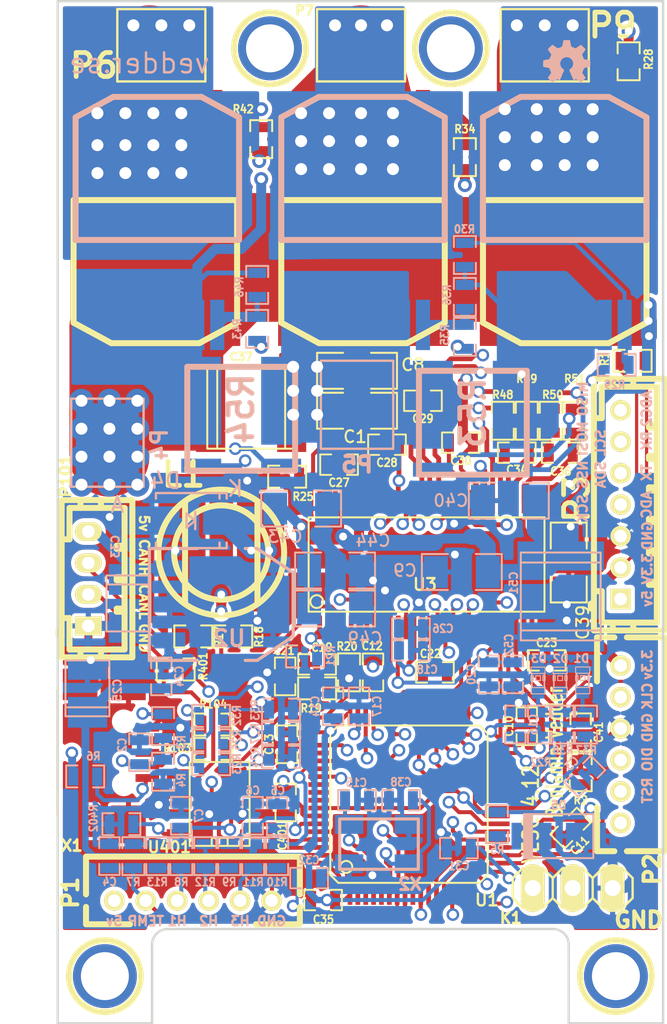
<source format=kicad_pcb>
(kicad_pcb (version 20171130) (host pcbnew "(5.1.10)-1")
  (title_block (title "BLDC Driver 4.6") (date "30 Aug 2014") (rev A) (company "Benjamin Vedder"))
  (layers (0 F.Cu signal hide) (1 GND signal hide) (2 GND2 signal hide) (31 B.Cu signal) (34 B.Paste user) (35 F.Paste user) (36 B.SilkS user) (37 F.SilkS user) (38 B.Mask user) (39 F.Mask user) (44 Edge.Cuts user))
  (net 0 "")
  (net 1 +5V)
  (net 2 GND)
  (net 3 NRST)
  (net 4 "Net-(C15-Pad1)")
  (net 5 "Net-(C16-Pad1)")
  (net 6 "Net-(C17-Pad1)")
  (net 7 "Net-(C18-Pad1)")
  (net 8 "Net-(C19-Pad2)")
  (net 9 "Net-(C20-Pad2)")
  (net 10 "Net-(C21-Pad2)")
  (net 11 "Net-(C22-Pad1)")
  (net 12 "Net-(C22-Pad2)")
  (net 13 "Net-(C23-Pad2)")
  (net 14 "Net-(C27-Pad1)")
  (net 15 "Net-(C27-Pad2)")
  (net 16 "Net-(C28-Pad2)")
  (net 17 "Net-(C29-Pad2)")
  (net 18 "Net-(C30-Pad2)")
  (net 19 "Net-(C34-Pad1)")
  (net 20 "Net-(C34-Pad2)")
  (net 21 "Net-(C36-Pad1)")
  (net 22 "Net-(C36-Pad2)")
  (net 23 "Net-(C38-Pad1)")
  (net 24 "Net-(D1-Pad1)")
  (net 25 "Net-(D2-Pad1)")
  (net 26 "Net-(K1-Pad1)")
  (net 27 "Net-(Q1-PadG)")
  (net 28 "Net-(Q2-PadG)")
  (net 29 "Net-(Q3-PadG)")
  (net 30 "Net-(Q4-PadG)")
  (net 31 "Net-(Q5-PadG)")
  (net 32 "Net-(Q6-PadG)")
  (net 33 "Net-(R17-Pad2)")
  (net 34 "Net-(R20-Pad1)")
  (net 35 "Net-(R21-Pad2)")
  (net 36 "Net-(R25-Pad2)")
  (net 37 "Net-(R6-Pad1)")
  (net 38 SWCLK)
  (net 39 SWDIO)
  (net 40 VCC)
  (net 41 V_SUPPLY)
  (net 42 /MCU/AN_IN)
  (net 43 /MCU/SERVO)
  (net 44 "/Mosfet driver/H1_VS")
  (net 45 "/Mosfet driver/H2_VS")
  (net 46 "/Mosfet driver/H3_VS")
  (net 47 "/Mosfet driver/H1_LOW")
  (net 48 "/Mosfet driver/H3_LOW")
  (net 49 /MCU/SENS1)
  (net 50 /MCU/SENS2)
  (net 51 "/Mosfet driver/M_H1")
  (net 52 "/Mosfet driver/M_L1")
  (net 53 /MCU/SENS3)
  (net 54 "/Mosfet driver/M_H2")
  (net 55 "/Mosfet driver/M_L2")
  (net 56 "/Mosfet driver/M_H3")
  (net 57 "/Mosfet driver/M_L3")
  (net 58 "/Mosfet driver/SH1_A")
  (net 59 "/Mosfet driver/SH1_B")
  (net 60 "/Mosfet driver/SH2_A")
  (net 61 "/Mosfet driver/SH2_B")
  (net 62 /MCU/BR_SO2)
  (net 63 /MCU/BR_SO1)
  (net 64 /MCU/DC_CAL)
  (net 65 /MCU/L3)
  (net 66 /MCU/L2)
  (net 67 /MCU/L1)
  (net 68 /MCU/EN_GATE)
  (net 69 /MCU/FAULT)
  (net 70 /MCU/H3)
  (net 71 /MCU/H2)
  (net 72 /MCU/H1)
  (net 73 /MCU/USB_DM)
  (net 74 /MCU/USB_DP)
  (net 75 /Filters/TEMP_IN)
  (net 76 /Filters/HALL3_OUT)
  (net 77 /Filters/HALL2_OUT)
  (net 78 /Filters/HALL1_OUT)
  (net 79 "Net-(D3-Pad1)")
  (net 80 /Filters/HALL1_IN)
  (net 81 /Filters/HALL2_IN)
  (net 82 /Filters/HALL3_IN)
  (net 83 "/CAN bus transceiver/CANL")
  (net 84 "/CAN bus transceiver/CANH")
  (net 85 /MCU/LED_GREEN)
  (net 86 /MCU/LED_RED)
  (net 87 "Net-(R103-Pad2)")
  (net 88 "Net-(R104-Pad2)")
  (net 89 "Net-(R402-Pad1)")
  (net 90 "/CAN bus transceiver/CAN_RX")
  (net 91 "/CAN bus transceiver/CAN_TX")
  (net 92 /MCU/ADC_TEMP)
  (net 93 "Net-(P2-Pad6)")
  (net 94 "Net-(U1-Pad4)")
  (net 95 "Net-(U1-Pad2)")
  (net 96 "Net-(U1-Pad3)")
  (net 97 "Net-(U1-Pad39)")
  (net 98 "Net-(U1-Pad40)")
  (net 99 "Net-(U1-Pad50)")
  (net 100 "Net-(U1-Pad54)")
  (net 101 "Net-(U1-Pad55)")
  (net 102 "Net-(U1-Pad56)")
  (net 103 "Net-(U1-Pad9)")
  (net 104 "Net-(U1-Pad11)")
  (net 105 "Net-(U1-Pad28)")
  (net 106 "Net-(U3-Pad4)")
  (net 107 "Net-(U3-Pad5)")
  (net 108 "Net-(U3-Pad55)")
  (net 109 "Net-(U3-Pad56)")
  (net 110 "Net-(U401-Pad5)")
  (net 111 "Net-(X1-Pad4)")
  (net 112 /SCK_ADC_EXT)
  (net 113 /TX_SDA)
  (net 114 /RX_SCL_MOSI)
  (net 115 /MISO_RX_SCL)
  (module Diodes_SMD:SMA_Handsoldering (layer B.Cu) (at 86.995 113.03 180)
    (fp_text reference D4 (at 1.651 2.54 180) (layer B.SilkS) (effects (justify mirror)))
    (fp_text value DIODESCH)
    (fp_text user K (at -2.794 2.032 180) (layer B.SilkS) (effects (justify mirror)))
    (fp_text user A (at 4.699 1.016 180) (layer B.SilkS) (effects (justify mirror)))
    (pad 2 smd rect (at -2.49936 0 180) (size 3.50012 1.80086) (layers B.Cu B.Paste B.Mask) (net 14 "Net-(C27-Pad1)"))
    (pad 1 smd rect (at 2.49936 0 180) (size 3.50012 1.80086) (layers B.Cu B.Paste B.Mask) (net 2 GND))
  )
  (module CRF1:MICRO_JST_6 (layer F.Cu) (at 87.1 137.2)
    (fp_text reference P1 (at -7.8 -0.5 90) (layer F.SilkS) (effects (font (thickness 0.25))))
    (fp_text value HALL/Encoder hide)
    (pad 3 thru_hole circle (at -1.00076 0) (size 1.30048 1.30048) (drill 0.8) (layers *.Cu *.Mask F.SilkS) (net 80 /Filters/HALL1_IN))
    (pad 4 thru_hole circle (at 1.00076 0) (size 1.30048 1.30048) (drill 0.8) (layers *.Cu *.Mask F.SilkS) (net 81 /Filters/HALL2_IN))
    (pad 5 thru_hole circle (at 2.99974 0) (size 1.30048 1.30048) (drill 0.8) (layers *.Cu *.Mask F.SilkS) (net 82 /Filters/HALL3_IN))
    (pad 6 thru_hole circle (at 5.00126 0) (size 1.30048 1.30048) (drill 0.8) (layers *.Cu *.Mask F.SilkS) (net 2 GND))
    (pad 2 thru_hole circle (at -2.99974 0) (size 1.30048 1.30048) (drill 0.8) (layers *.Cu *.Mask F.SilkS) (net 75 /Filters/TEMP_IN))
    (pad 1 thru_hole circle (at -5.00126 0) (size 1.30048 1.30048) (drill 0.8) (layers *.Cu *.Mask F.SilkS) (net 1 +5V))
  )
  (module "JST conn:b4b-ph-kl" (layer F.Cu) (at 80.45 116.726 90)
    (fp_text reference P101 (at 6.526 -1.45 90) (layer F.SilkS) (effects (font (size 0.7 0.7) (thickness 0.175))))
    (fp_text value CANBUS hide)
    (pad 1 thru_hole rect (at -3.00228 0 90) (size 1.19888 1.69926) (drill 0.8) (layers *.Cu *.Mask F.SilkS) (net 2 GND))
    (pad 3 thru_hole oval (at 1.00076 0 90) (size 1.19888 1.69926) (drill 0.8) (layers *.Cu *.Mask F.SilkS) (net 84 "/CAN bus transceiver/CANH"))
    (pad 2 thru_hole oval (at -1.00076 0 90) (size 1.19888 1.69926) (drill 0.8) (layers *.Cu *.Mask F.SilkS) (net 83 "/CAN bus transceiver/CANL"))
    (pad 4 thru_hole oval (at 2.99974 0 90) (size 1.19888 1.69926) (drill 0.8) (layers *.Cu *.Mask F.SilkS) (net 1 +5V))
  )
  (module CRF1:MICRO_JST_6 (layer F.Cu) (at 114.3 127.254 270)
    (fp_text reference P2 (at 7.946 -2 90) (layer F.SilkS) (effects (font (thickness 0.25))))
    (fp_text value SWD hide)
    (pad 3 thru_hole circle (at -1.00076 0 270) (size 1.30048 1.30048) (drill 0.8) (layers *.Cu *.Mask F.SilkS) (net 2 GND))
    (pad 4 thru_hole circle (at 1.00076 0 270) (size 1.30048 1.30048) (drill 0.8) (layers *.Cu *.Mask F.SilkS) (net 39 SWDIO))
    (pad 5 thru_hole circle (at 2.99974 0 270) (size 1.30048 1.30048) (drill 0.8) (layers *.Cu *.Mask F.SilkS) (net 3 NRST))
    (pad 6 thru_hole circle (at 5.00126 0 270) (size 1.30048 1.30048) (drill 0.8) (layers *.Cu *.Mask F.SilkS) (net 93 "Net-(P2-Pad6)"))
    (pad 2 thru_hole circle (at -2.99974 0 270) (size 1.30048 1.30048) (drill 0.8) (layers *.Cu *.Mask F.SilkS) (net 38 SWCLK))
    (pad 1 thru_hole circle (at -5.00126 0 270) (size 1.30048 1.30048) (drill 0.8) (layers *.Cu *.Mask F.SilkS) (net 40 VCC))
  )
  (module CRF1:WSLP2726 (layer B.Cu) (at 104.902 108.712)
    (fp_text reference R53 (at 0 -2.54 270) (layer B.SilkS) (effects (font (size 1.524 1.524) (thickness 0.3048)) (justify mirror)))
    (fp_text value SHUNT hide)
    (pad 1 smd rect (at -2.54 -3.048) (size 2.54 5.588) (layers B.Cu B.Paste B.Mask) (net 2 GND))
    (pad 2 smd rect (at 2.54 -3.048) (size 2.54 5.588) (layers B.Cu B.Paste B.Mask) (net 47 "/Mosfet driver/H1_LOW"))
    (pad 3 smd rect (at -2.54 1.0795) (size 2.54 0.889) (layers B.Cu B.Paste B.Mask) (net 61 "/Mosfet driver/SH2_B"))
    (pad 4 smd rect (at 2.54 1.0795) (size 2.54 0.889) (layers B.Cu B.Paste B.Mask) (net 60 "/Mosfet driver/SH2_A"))
  )
  (module CRF1:WSLP2726 (layer B.Cu) (at 90.17 108.458)
    (fp_text reference R54 (at 0 -2.54 270) (layer B.SilkS) (effects (font (size 1.524 1.524) (thickness 0.3048)) (justify mirror)))
    (fp_text value SHUNT hide)
    (pad 1 smd rect (at -2.54 -3.048) (size 2.54 5.588) (layers B.Cu B.Paste B.Mask) (net 48 "/Mosfet driver/H3_LOW"))
    (pad 2 smd rect (at 2.54 -3.048) (size 2.54 5.588) (layers B.Cu B.Paste B.Mask) (net 2 GND))
    (pad 3 smd rect (at -2.54 1.0795) (size 2.54 0.889) (layers B.Cu B.Paste B.Mask) (net 58 "/Mosfet driver/SH1_A"))
    (pad 4 smd rect (at 2.54 1.0795) (size 2.54 0.889) (layers B.Cu B.Paste B.Mask) (net 59 "/Mosfet driver/SH1_B"))
  )
  (module w_smd_diode:do214ac (layer B.Cu) (at 110.363 133.096 180)
    (fp_text reference D5 (at 0 1.9685 180) (layer B.SilkS) (effects (font (size 0.50038 0.50038) (thickness 0.11938)) (justify mirror)))
    (fp_text value "TVS 5V" hide)
    (pad 2 smd rect (at 1.72974 0 180) (size 2.54 1.69926) (layers B.Cu B.Paste B.Mask) (net 1 +5V))
    (pad 1 smd rect (at -1.72974 0 180) (size 2.54 1.69926) (layers B.Cu B.Paste B.Mask) (net 2 GND))
  )
  (module CRF1:D2PAK-7-GDS (layer F.Cu) (at 84.709 91.948 180)
    (fp_text reference Q5 hide)
    (fp_text value IRFS7530 hide)
    (pad D smd rect (at 0 -5.90042 180) (size 10.80008 8.15086) (layers F.Cu F.Paste F.Mask) (net 41 V_SUPPLY))
    (pad G smd rect (at -3.81 4.70154 180) (size 0.89916 3.2004) (layers F.Cu F.Paste F.Mask) (net 31 "Net-(Q5-PadG)"))
    (pad S smd rect (at -2.54 4.70154 180) (size 0.89916 3.2004) (layers F.Cu F.Paste F.Mask) (net 46 "/Mosfet driver/H3_VS"))
    (pad S smd rect (at -1.27 4.70154 180) (size 0.89916 3.2004) (layers F.Cu F.Paste F.Mask) (net 46 "/Mosfet driver/H3_VS"))
    (pad S smd rect (at 1.27 4.70154 180) (size 0.89916 3.2004) (layers F.Cu F.Paste F.Mask) (net 46 "/Mosfet driver/H3_VS"))
    (pad S smd rect (at 2.54 4.70154 180) (size 0.89916 3.2004) (layers F.Cu F.Paste F.Mask) (net 46 "/Mosfet driver/H3_VS"))
    (pad S smd rect (at 3.81 4.70154 180) (size 0.89916 3.2004) (layers F.Cu F.Paste F.Mask) (net 46 "/Mosfet driver/H3_VS"))
  )
  (module CRF1:Crystal_5x3mm (layer B.Cu) (at 98.933 133.604)
    (fp_text reference X2 (at 1.967 2.546) (layer B.SilkS) (effects (font (size 0.762 0.762) (thickness 0.1905)) (justify mirror)))
    (fp_text value "8MHz 10ppm" hide)
    (pad 3 smd rect (at -1.89992 1.24968) (size 1.80086 1.19888) (layers B.Cu B.Paste B.Mask) (net 2 GND))
    (pad 1 smd rect (at -1.89992 -1.24968) (size 1.80086 1.19888) (layers B.Cu B.Paste B.Mask) (net 4 "Net-(C15-Pad1)"))
    (pad 3 smd rect (at 1.89992 -1.24968) (size 1.80086 1.19888) (layers B.Cu B.Paste B.Mask) (net 2 GND))
    (pad 2 smd rect (at 1.89992 1.24968) (size 1.80086 1.19888) (layers B.Cu B.Paste B.Mask) (net 23 "Net-(C38-Pad1)"))
  )
  (module CRF1:pinhead-1X03 (layer F.Cu) (at 111.252 136.398)
    (fp_text reference K1 (at -3.937 1.905) (layer F.SilkS) (effects (font (size 0.7 0.7) (thickness 0.175))))
    (fp_text value SERVO hide)
    (pad 1 thru_hole oval (at -2.54 0) (size 1.524 3.048) (drill 1.016) (layers *.Cu *.Mask F.SilkS) (net 26 "Net-(K1-Pad1)"))
    (pad 2 thru_hole oval (at 0 0) (size 1.524 3.048) (drill 1.016) (layers *.Cu *.Mask F.SilkS) (net 1 +5V))
    (pad 3 thru_hole oval (at 2.54 0) (size 1.524 3.048) (drill 1.016) (layers *.Cu *.Mask F.SilkS) (net 2 GND))
  )
  (module 1pin (layer F.Cu) (at 92 83)
    (fp_text reference 1PIN hide)
    (fp_text value P*** hide)
    (pad 1 thru_hole circle (at 0 0) (size 4.064 4.064) (drill 3.048) (layers *.Cu *.Mask) (thermal_gap 0.762))
  )
  (module 1pin (layer F.Cu) (at 103.5 83)
    (fp_text reference 1PIN hide)
    (fp_text value P*** hide)
    (pad 1 thru_hole circle (at 0 0) (size 4.064 4.064) (drill 3.048) (layers *.Cu *.Mask))
  )
  (module oshw_silkscreen-back_3mm (layer B.Cu) (at 110.871 83.82)
    (fp_text reference G*** hide)
    (fp_text value oshw_silkscreen-back_3mm hide)
  )
  (module w_smd_cap:c_tant_B (layer B.Cu) (at 80.391 123.698 270)
    (fp_text reference C25 (at 0.127 -1.905 270) (layer B.SilkS) (effects (font (size 0.50038 0.50038) (thickness 0.11938)) (justify mirror)))
    (fp_text value 100u hide)
    (pad 1 smd rect (at 1.524 0 270) (size 1.95072 2.49936) (layers B.Cu B.Paste B.Mask) (net 40 VCC))
    (pad 2 smd rect (at -1.524 0 270) (size 1.95072 2.49936) (layers B.Cu B.Paste B.Mask) (net 2 GND))
  )
  (module w_smd_cap:c_tant_B (layer B.Cu) (at 83 118.3 90)
    (fp_text reference C33 (at 3.619 -0.831 90) (layer B.SilkS) (effects (font (size 0.50038 0.50038) (thickness 0.11938)) (justify mirror)))
    (fp_text value 100u hide)
    (pad 1 smd rect (at 1.524 0 90) (size 1.95072 2.49936) (layers B.Cu B.Paste B.Mask) (net 1 +5V))
    (pad 2 smd rect (at -1.524 0 90) (size 1.95072 2.49936) (layers B.Cu B.Paste B.Mask) (net 2 GND))
  )
  (module w_smd_cap:c_2220 (layer F.Cu) (at 90.805 105.918)
    (fp_text reference C37 (at -0.635 -3.302) (layer F.SilkS) (effects (font (size 0.50038 0.50038) (thickness 0.11938))))
    (fp_text value 15u,100V hide)
    (pad 1 smd rect (at 2.57556 0) (size 1.84912 5.4991) (layers F.Cu F.Paste F.Mask) (net 2 GND))
    (pad 2 smd rect (at -2.57556 0) (size 1.84912 5.4991) (layers F.Cu F.Paste F.Mask) (net 41 V_SUPPLY))
  )
  (module w_smd_cap:c_2220 (layer B.Cu) (at 110.49 117.856 270)
    (fp_text reference C51 (at -0.856 2.99 270) (layer B.SilkS) (effects (font (size 0.50038 0.50038) (thickness 0.11938)) (justify mirror)))
    (fp_text value "15u, 100v" hide)
    (pad 1 smd rect (at 2.57556 0 270) (size 1.84912 5.4991) (layers B.Cu B.Paste B.Mask) (net 2 GND))
    (pad 2 smd rect (at -2.57556 0 270) (size 1.84912 5.4991) (layers B.Cu B.Paste B.Mask) (net 41 V_SUPPLY))
  )
  (module LEDs:LED-0603 (layer B.Cu) (at 111.887 123.19 90)
    (fp_text reference D1 (at 1.39 -0.087 180) (layer B.SilkS) (effects (font (size 0.508 0.508) (thickness 0.127)) (justify mirror)))
    (fp_text value GREEN hide)
    (pad 1 smd rect (at -0.7493 0 90) (size 0.79756 0.79756) (layers B.Cu B.Paste B.Mask) (net 24 "Net-(D1-Pad1)"))
    (pad 2 smd rect (at 0.7493 0 90) (size 0.79756 0.79756) (layers B.Cu B.Paste B.Mask) (net 2 GND))
  )
  (module LEDs:LED-0603 (layer B.Cu) (at 110.45 123.2 90)
    (fp_text reference D2 (at 1.39 0.037 180) (layer B.SilkS) (effects (font (size 0.508 0.508) (thickness 0.127)) (justify mirror)))
    (fp_text value RED hide)
    (pad 1 smd rect (at -0.7493 0 90) (size 0.79756 0.79756) (layers B.Cu B.Paste B.Mask) (net 25 "Net-(D2-Pad1)"))
    (pad 2 smd rect (at 0.7493 0 90) (size 0.79756 0.79756) (layers B.Cu B.Paste B.Mask) (net 2 GND))
  )
  (module LEDs:LED-0603 (layer B.Cu) (at 109.05 123.2 90)
    (fp_text reference D3 (at 1.4 0.05 180) (layer B.SilkS) (effects (font (size 0.508 0.508) (thickness 0.127)) (justify mirror)))
    (fp_text value LED hide)
    (pad 1 smd rect (at -0.7493 0 90) (size 0.79756 0.79756) (layers B.Cu B.Paste B.Mask) (net 79 "Net-(D3-Pad1)"))
    (pad 2 smd rect (at 0.7493 0 90) (size 0.79756 0.79756) (layers B.Cu B.Paste B.Mask) (net 2 GND))
  )
  (module w_smd_inductors:inductor_smd_8x5mm (layer F.Cu) (at 88.9 115.062 180)
    (fp_text reference L1 (at 2.4 4.962 180) (layer F.SilkS) (effects (font (size 1.524 1.524) (thickness 0.3048))))
    (fp_text value 22u hide)
    (pad 1 smd rect (at -2.49936 0 180) (size 2.9972 7.49808) (layers F.Cu F.Paste F.Mask) (net 14 "Net-(C27-Pad1)"))
    (pad 2 smd rect (at 2.49936 0 180) (size 2.9972 7.49808) (layers F.Cu F.Paste F.Mask) (net 1 +5V))
  )
  (module CRF1:1PAD_4x5mm (layer B.Cu) (at 81.661 108.077)
    (fp_text reference P4 (at 3.302 0.127 90) (layer B.SilkS) (effects (font (size 1.016 1.016) (thickness 0.2032)) (justify mirror)))
    (fp_text value IN+ hide)
    (pad 1 smd rect (at 0 0) (size 4 5) (layers B.Cu B.Paste B.Mask) (net 41 V_SUPPLY))
  )
  (module CRF1:1PAD_4x5mm (layer B.Cu) (at 97.536 105.664)
    (fp_text reference P5 (at 0 3.81 180) (layer B.SilkS) (effects (font (thickness 0.25)) (justify mirror)))
    (fp_text value IN- hide)
    (pad 1 smd rect (at 0 0) (size 4 5) (layers B.Cu B.Paste B.Mask) (net 2 GND))
  )
  (module CRF1:1PAD_4x5mm (layer F.Cu) (at 85.09 82.804 90)
    (fp_text reference P6 (at -1.296 -4.29) (layer F.SilkS) (effects (font (size 1.524 1.524) (thickness 0.3048))))
    (fp_text value MOTOR1 hide)
    (pad 1 smd rect (at 0 0 90) (size 4 5) (layers F.Cu F.Paste F.Mask) (net 46 "/Mosfet driver/H3_VS"))
  )
  (module CRF1:1PAD_4x5mm (layer F.Cu) (at 97.79 82.804 90)
    (fp_text reference P7 (at 2.204 -3.59 180) (layer F.SilkS) (effects (font (size 0.6 0.6))))
    (fp_text value MOTOR2 hide)
    (pad 1 smd rect (at 0 0 90) (size 4 5) (layers F.Cu F.Paste F.Mask) (net 45 "/Mosfet driver/H2_VS"))
  )
  (module CRF1:1PAD_4x5mm (layer F.Cu) (at 109.474 82.804 90)
    (fp_text reference P9 (at 1.27 4.318) (layer F.SilkS) (effects (font (size 1.524 1.524) (thickness 0.3048))))
    (fp_text value MOTOR3 hide)
    (pad 1 smd rect (at 0 0 90) (size 4 5) (layers F.Cu F.Paste F.Mask) (net 44 "/Mosfet driver/H1_VS"))
  )
  (module CRF1:D2PAK-7-GDS (layer F.Cu) (at 110.744 91.948 180)
    (fp_text reference Q1 hide)
    (fp_text value IRFS7530 hide)
    (pad D smd rect (at 0 -5.90042 180) (size 10.80008 8.15086) (layers F.Cu F.Paste F.Mask) (net 41 V_SUPPLY))
    (pad G smd rect (at -3.81 4.70154 180) (size 0.89916 3.2004) (layers F.Cu F.Paste F.Mask) (net 27 "Net-(Q1-PadG)"))
    (pad S smd rect (at -2.54 4.70154 180) (size 0.89916 3.2004) (layers F.Cu F.Paste F.Mask) (net 44 "/Mosfet driver/H1_VS"))
    (pad S smd rect (at -1.27 4.70154 180) (size 0.89916 3.2004) (layers F.Cu F.Paste F.Mask) (net 44 "/Mosfet driver/H1_VS"))
    (pad S smd rect (at 1.27 4.70154 180) (size 0.89916 3.2004) (layers F.Cu F.Paste F.Mask) (net 44 "/Mosfet driver/H1_VS"))
    (pad S smd rect (at 2.54 4.70154 180) (size 0.89916 3.2004) (layers F.Cu F.Paste F.Mask) (net 44 "/Mosfet driver/H1_VS"))
    (pad S smd rect (at 3.81 4.70154 180) (size 0.89916 3.2004) (layers F.Cu F.Paste F.Mask) (net 44 "/Mosfet driver/H1_VS"))
  )
  (module CRF1:D2PAK-7-GDS (layer B.Cu) (at 110.744 95.885 180)
    (fp_text reference Q2 hide)
    (fp_text value IRFS7530 hide)
    (pad D smd rect (at 0 5.90042 180) (size 10.80008 8.15086) (layers B.Cu B.Paste B.Mask) (net 44 "/Mosfet driver/H1_VS"))
    (pad G smd rect (at -3.81 -4.70154 180) (size 0.89916 3.2004) (layers B.Cu B.Paste B.Mask) (net 28 "Net-(Q2-PadG)"))
    (pad S smd rect (at -2.54 -4.70154 180) (size 0.89916 3.2004) (layers B.Cu B.Paste B.Mask) (net 47 "/Mosfet driver/H1_LOW"))
    (pad S smd rect (at -1.27 -4.70154 180) (size 0.89916 3.2004) (layers B.Cu B.Paste B.Mask) (net 47 "/Mosfet driver/H1_LOW"))
    (pad S smd rect (at 1.27 -4.70154 180) (size 0.89916 3.2004) (layers B.Cu B.Paste B.Mask) (net 47 "/Mosfet driver/H1_LOW"))
    (pad S smd rect (at 2.54 -4.70154 180) (size 0.89916 3.2004) (layers B.Cu B.Paste B.Mask) (net 47 "/Mosfet driver/H1_LOW"))
    (pad S smd rect (at 3.81 -4.70154 180) (size 0.89916 3.2004) (layers B.Cu B.Paste B.Mask) (net 47 "/Mosfet driver/H1_LOW"))
  )
  (module CRF1:D2PAK-7-GDS (layer F.Cu) (at 97.917 91.948 180)
    (fp_text reference Q3 hide)
    (fp_text value IRFS7530 hide)
    (pad D smd rect (at 0 -5.90042 180) (size 10.80008 8.15086) (layers F.Cu F.Paste F.Mask) (net 41 V_SUPPLY))
    (pad G smd rect (at -3.81 4.70154 180) (size 0.89916 3.2004) (layers F.Cu F.Paste F.Mask) (net 29 "Net-(Q3-PadG)"))
    (pad S smd rect (at -2.54 4.70154 180) (size 0.89916 3.2004) (layers F.Cu F.Paste F.Mask) (net 45 "/Mosfet driver/H2_VS"))
    (pad S smd rect (at -1.27 4.70154 180) (size 0.89916 3.2004) (layers F.Cu F.Paste F.Mask) (net 45 "/Mosfet driver/H2_VS"))
    (pad S smd rect (at 1.27 4.70154 180) (size 0.89916 3.2004) (layers F.Cu F.Paste F.Mask) (net 45 "/Mosfet driver/H2_VS"))
    (pad S smd rect (at 2.54 4.70154 180) (size 0.89916 3.2004) (layers F.Cu F.Paste F.Mask) (net 45 "/Mosfet driver/H2_VS"))
    (pad S smd rect (at 3.81 4.70154 180) (size 0.89916 3.2004) (layers F.Cu F.Paste F.Mask) (net 45 "/Mosfet driver/H2_VS"))
  )
  (module CRF1:D2PAK-7-GDS (layer B.Cu) (at 97.917 95.885 180)
    (fp_text reference Q4 hide)
    (fp_text value IRFS7530 hide)
    (pad D smd rect (at 0 5.90042 180) (size 10.80008 8.15086) (layers B.Cu B.Paste B.Mask) (net 45 "/Mosfet driver/H2_VS"))
    (pad G smd rect (at -3.81 -4.70154 180) (size 0.89916 3.2004) (layers B.Cu B.Paste B.Mask) (net 30 "Net-(Q4-PadG)"))
    (pad S smd rect (at -2.54 -4.70154 180) (size 0.89916 3.2004) (layers B.Cu B.Paste B.Mask) (net 2 GND))
    (pad S smd rect (at -1.27 -4.70154 180) (size 0.89916 3.2004) (layers B.Cu B.Paste B.Mask) (net 2 GND))
    (pad S smd rect (at 1.27 -4.70154 180) (size 0.89916 3.2004) (layers B.Cu B.Paste B.Mask) (net 2 GND))
    (pad S smd rect (at 2.54 -4.70154 180) (size 0.89916 3.2004) (layers B.Cu B.Paste B.Mask) (net 2 GND))
    (pad S smd rect (at 3.81 -4.70154 180) (size 0.89916 3.2004) (layers B.Cu B.Paste B.Mask) (net 2 GND))
  )
  (module CRF1:D2PAK-7-GDS (layer B.Cu) (at 84.836 95.885 180)
    (fp_text reference Q6 hide)
    (fp_text value IRFS7530 hide)
    (pad D smd rect (at 0 5.90042 180) (size 10.80008 8.15086) (layers B.Cu B.Paste B.Mask) (net 46 "/Mosfet driver/H3_VS"))
    (pad G smd rect (at -3.81 -4.70154 180) (size 0.89916 3.2004) (layers B.Cu B.Paste B.Mask) (net 32 "Net-(Q6-PadG)"))
    (pad S smd rect (at -2.54 -4.70154 180) (size 0.89916 3.2004) (layers B.Cu B.Paste B.Mask) (net 48 "/Mosfet driver/H3_LOW"))
    (pad S smd rect (at -1.27 -4.70154 180) (size 0.89916 3.2004) (layers B.Cu B.Paste B.Mask) (net 48 "/Mosfet driver/H3_LOW"))
    (pad S smd rect (at 1.27 -4.70154 180) (size 0.89916 3.2004) (layers B.Cu B.Paste B.Mask) (net 48 "/Mosfet driver/H3_LOW"))
    (pad S smd rect (at 2.54 -4.70154 180) (size 0.89916 3.2004) (layers B.Cu B.Paste B.Mask) (net 48 "/Mosfet driver/H3_LOW"))
    (pad S smd rect (at 3.81 -4.70154 180) (size 0.89916 3.2004) (layers B.Cu B.Paste B.Mask) (net 48 "/Mosfet driver/H3_LOW"))
  )
  (module CRF1:lqfp64_pad_mod (layer F.Cu) (at 100.838 131.064)
    (fp_text reference U1 (at 4.953 6.096) (layer F.SilkS) (effects (font (size 0.7493 0.7493) (thickness 0.14986))))
    (fp_text value STM32F40X_LQFP64 hide)
    (pad 4 smd rect (at -2.25044 5.75056) (size 0.3 1.30048) (layers F.Cu F.Paste F.Mask) (net 94 "Net-(U1-Pad4)"))
    (pad 5 smd rect (at -1.75006 5.75056) (size 0.3 1.30048) (layers F.Cu F.Paste F.Mask) (net 4 "Net-(C15-Pad1)"))
    (pad 6 smd rect (at -1.24968 5.75056) (size 0.3 1.30048) (layers F.Cu F.Paste F.Mask) (net 23 "Net-(C38-Pad1)"))
    (pad 7 smd rect (at -0.7493 5.75056) (size 0.3 1.30048) (layers F.Cu F.Paste F.Mask) (net 3 NRST))
    (pad 8 smd rect (at -0.24892 5.75056) (size 0.3 1.30048) (layers F.Cu F.Paste F.Mask) (net 75 /Filters/TEMP_IN))
    (pad 1 smd rect (at -3.74904 5.75056) (size 0.3 1.30048) (layers F.Cu F.Paste F.Mask) (net 40 VCC))
    (pad 2 smd rect (at -3.2512 5.75056) (size 0.3 1.30048) (layers F.Cu F.Paste F.Mask) (net 95 "Net-(U1-Pad2)"))
    (pad 3 smd rect (at -2.75082 5.75056) (size 0.3 1.30048) (layers F.Cu F.Paste F.Mask) (net 96 "Net-(U1-Pad3)"))
    (pad 17 smd rect (at 5.75056 3.74904) (size 1.30048 0.3) (layers F.Cu F.Paste F.Mask) (net 92 /MCU/ADC_TEMP))
    (pad 18 smd rect (at 5.75056 3.2512) (size 1.30048 0.3) (layers F.Cu F.Paste F.Mask) (net 2 GND))
    (pad 19 smd rect (at 5.75056 2.75082) (size 1.30048 0.3) (layers F.Cu F.Paste F.Mask) (net 40 VCC))
    (pad 20 smd rect (at 5.75056 2.25044) (size 1.30048 0.3) (layers F.Cu F.Paste F.Mask) (net 113 /TX_SDA))
    (pad 21 smd rect (at 5.75056 1.75006) (size 1.30048 0.3) (layers F.Cu F.Paste F.Mask) (net 112 /SCK_ADC_EXT))
    (pad 22 smd rect (at 5.75056 1.24968) (size 1.30048 0.3) (layers F.Cu F.Paste F.Mask) (net 115 /MISO_RX_SCL))
    (pad 23 smd rect (at 5.75056 0.7493) (size 1.30048 0.3) (layers F.Cu F.Paste F.Mask) (net 114 /RX_SCL_MOSI))
    (pad 24 smd rect (at 5.75056 0.24892) (size 1.30048 0.3) (layers F.Cu F.Paste F.Mask) (net 85 /MCU/LED_GREEN))
    (pad 33 smd rect (at 3.74904 -5.75056) (size 0.3 1.30048) (layers F.Cu F.Paste F.Mask) (net 64 /MCU/DC_CAL))
    (pad 34 smd rect (at 3.2512 -5.75056) (size 0.3 1.30048) (layers F.Cu F.Paste F.Mask) (net 65 /MCU/L3))
    (pad 35 smd rect (at 2.75082 -5.75056) (size 0.3 1.30048) (layers F.Cu F.Paste F.Mask) (net 66 /MCU/L2))
    (pad 36 smd rect (at 2.25044 -5.75056) (size 0.3 1.30048) (layers F.Cu F.Paste F.Mask) (net 67 /MCU/L1))
    (pad 37 smd rect (at 1.75006 -5.75056) (size 0.3 1.30048) (layers F.Cu F.Paste F.Mask) (net 113 /TX_SDA))
    (pad 38 smd rect (at 1.24968 -5.75056) (size 0.3 1.30048) (layers F.Cu F.Paste F.Mask) (net 114 /RX_SCL_MOSI))
    (pad 39 smd rect (at 0.7493 -5.75056) (size 0.3 1.30048) (layers F.Cu F.Paste F.Mask) (net 97 "Net-(U1-Pad39)"))
    (pad 40 smd rect (at 0.24892 -5.75056) (size 0.3 1.30048) (layers F.Cu F.Paste F.Mask) (net 98 "Net-(U1-Pad40)"))
    (pad 49 smd rect (at -5.75056 -3.74904) (size 1.30048 0.3) (layers F.Cu F.Paste F.Mask) (net 38 SWCLK))
    (pad 50 smd rect (at -5.75056 -3.2512) (size 1.30048 0.3) (layers F.Cu F.Paste F.Mask) (net 99 "Net-(U1-Pad50)"))
    (pad 51 smd rect (at -5.75056 -2.75082) (size 1.30048 0.3) (layers F.Cu F.Paste F.Mask) (net 68 /MCU/EN_GATE))
    (pad 52 smd rect (at -5.75056 -2.25044) (size 1.30048 0.3) (layers F.Cu F.Paste F.Mask) (net 76 /Filters/HALL3_OUT))
    (pad 53 smd rect (at -5.75056 -1.75006) (size 1.30048 0.3) (layers F.Cu F.Paste F.Mask) (net 69 /MCU/FAULT))
    (pad 54 smd rect (at -5.75056 -1.24968) (size 1.30048 0.3) (layers F.Cu F.Paste F.Mask) (net 100 "Net-(U1-Pad54)"))
    (pad 55 smd rect (at -5.75056 -0.7493) (size 1.30048 0.3) (layers F.Cu F.Paste F.Mask) (net 101 "Net-(U1-Pad55)"))
    (pad 56 smd rect (at -5.75056 -0.24892) (size 1.30048 0.3) (layers F.Cu F.Paste F.Mask) (net 102 "Net-(U1-Pad56)"))
    (pad 9 smd rect (at 0.24892 5.75056) (size 0.3 1.30048) (layers F.Cu F.Paste F.Mask) (net 103 "Net-(U1-Pad9)"))
    (pad 10 smd rect (at 0.7493 5.75056) (size 0.3 1.30048) (layers F.Cu F.Paste F.Mask) (net 42 /MCU/AN_IN))
    (pad 11 smd rect (at 1.24968 5.75056) (size 0.3 1.30048) (layers F.Cu F.Paste F.Mask) (net 104 "Net-(U1-Pad11)"))
    (pad 25 smd rect (at 5.75056 -0.24892) (size 1.30048 0.3) (layers F.Cu F.Paste F.Mask) (net 86 /MCU/LED_RED))
    (pad 26 smd rect (at 5.75056 -0.7493) (size 1.30048 0.3) (layers F.Cu F.Paste F.Mask) (net 62 /MCU/BR_SO2))
    (pad 27 smd rect (at 5.75056 -1.24968) (size 1.30048 0.3) (layers F.Cu F.Paste F.Mask) (net 63 /MCU/BR_SO1))
    (pad 41 smd rect (at -0.24892 -5.75056) (size 0.3 1.30048) (layers F.Cu F.Paste F.Mask) (net 70 /MCU/H3))
    (pad 42 smd rect (at -0.7493 -5.75056) (size 0.3 1.30048) (layers F.Cu F.Paste F.Mask) (net 71 /MCU/H2))
    (pad 43 smd rect (at -1.24968 -5.75056) (size 0.3 1.30048) (layers F.Cu F.Paste F.Mask) (net 72 /MCU/H1))
    (pad 57 smd rect (at -5.75056 0.24892) (size 1.30048 0.3) (layers F.Cu F.Paste F.Mask) (net 43 /MCU/SERVO))
    (pad 58 smd rect (at -5.75056 0.7493) (size 1.30048 0.3) (layers F.Cu F.Paste F.Mask) (net 78 /Filters/HALL1_OUT))
    (pad 59 smd rect (at -5.75056 1.24968) (size 1.30048 0.3) (layers F.Cu F.Paste F.Mask) (net 77 /Filters/HALL2_OUT))
    (pad 12 smd rect (at 1.75006 5.75056) (size 0.3 1.30048) (layers F.Cu F.Paste F.Mask) (net 2 GND))
    (pad 13 smd rect (at 2.25044 5.75056) (size 0.3 1.30048) (layers F.Cu F.Paste F.Mask) (net 40 VCC))
    (pad 14 smd rect (at 2.75082 5.75056) (size 0.3 1.30048) (layers F.Cu F.Paste F.Mask) (net 53 /MCU/SENS3))
    (pad 15 smd rect (at 3.2512 5.75056) (size 0.3 1.30048) (layers F.Cu F.Paste F.Mask) (net 50 /MCU/SENS2))
    (pad 16 smd rect (at 3.74904 5.75056) (size 0.3 1.30048) (layers F.Cu F.Paste F.Mask) (net 49 /MCU/SENS1))
    (pad 28 smd rect (at 5.75056 -1.75006) (size 1.30048 0.3) (layers F.Cu F.Paste F.Mask) (net 105 "Net-(U1-Pad28)"))
    (pad 29 smd rect (at 5.75056 -2.25044) (size 1.30048 0.3) (layers F.Cu F.Paste F.Mask) (net 114 /RX_SCL_MOSI))
    (pad 30 smd rect (at 5.75056 -2.75082) (size 1.30048 0.3) (layers F.Cu F.Paste F.Mask) (net 113 /TX_SDA))
    (pad 31 smd rect (at 5.75056 -3.2512) (size 1.30048 0.3) (layers F.Cu F.Paste F.Mask) (net 5 "Net-(C16-Pad1)"))
    (pad 32 smd rect (at 5.75056 -3.74904) (size 1.30048 0.3) (layers F.Cu F.Paste F.Mask) (net 40 VCC))
    (pad 44 smd rect (at -1.75006 -5.75056) (size 0.3 1.30048) (layers F.Cu F.Paste F.Mask) (net 73 /MCU/USB_DM))
    (pad 45 smd rect (at -2.25044 -5.75056) (size 0.3 1.30048) (layers F.Cu F.Paste F.Mask) (net 74 /MCU/USB_DP))
    (pad 46 smd rect (at -2.75082 -5.75056) (size 0.3 1.30048) (layers F.Cu F.Paste F.Mask) (net 39 SWDIO))
    (pad 47 smd rect (at -3.2512 -5.75056) (size 0.3 1.30048) (layers F.Cu F.Paste F.Mask) (net 6 "Net-(C17-Pad1)"))
    (pad 48 smd rect (at -3.74904 -5.75056) (size 0.3 1.30048) (layers F.Cu F.Paste F.Mask) (net 40 VCC))
    (pad 60 smd rect (at -5.75056 1.75006) (size 1.30048 0.3) (layers F.Cu F.Paste F.Mask) (net 2 GND))
    (pad 61 smd rect (at -5.75056 2.25044) (size 1.30048 0.3) (layers F.Cu F.Paste F.Mask) (net 90 "/CAN bus transceiver/CAN_RX"))
    (pad 62 smd rect (at -5.75056 2.75082) (size 1.30048 0.3) (layers F.Cu F.Paste F.Mask) (net 91 "/CAN bus transceiver/CAN_TX"))
    (pad 63 smd rect (at -5.75056 3.2512) (size 1.30048 0.3) (layers F.Cu F.Paste F.Mask) (net 2 GND))
    (pad 64 smd rect (at -5.75056 3.74904) (size 1.30048 0.3) (layers F.Cu F.Paste F.Mask) (net 40 VCC))
  )
  (module CRF1:TSSOP-56-PP (layer F.Cu) (at 101.854 115.824)
    (fp_text reference U3 (at 0 1.27) (layer F.SilkS) (effects (font (size 0.7493 0.7493) (thickness 0.14986))))
    (fp_text value DRV8302 hide)
    (pad 38 smd rect (at 2.30378 -4.0005) (size 0.29972 1.50114) (layers F.Cu F.Paste F.Mask) (net 18 "Net-(C30-Pad2)"))
    (pad 39 smd rect (at 1.8034 -4.0005) (size 0.29972 1.50114) (layers F.Cu F.Paste F.Mask) (net 2 GND))
    (pad 40 smd rect (at 1.30302 -4.0005) (size 0.29972 1.50114) (layers F.Cu F.Paste F.Mask) (net 55 "/Mosfet driver/M_L2"))
    (pad 41 smd rect (at 0.80264 -4.0005) (size 0.29972 1.50114) (layers F.Cu F.Paste F.Mask) (net 45 "/Mosfet driver/H2_VS"))
    (pad 42 smd rect (at 0.30226 -4.0005) (size 0.29972 1.50114) (layers F.Cu F.Paste F.Mask) (net 54 "/Mosfet driver/M_H2"))
    (pad 43 smd rect (at -0.19558 -4.0005) (size 0.29972 1.50114) (layers F.Cu F.Paste F.Mask) (net 17 "Net-(C29-Pad2)"))
    (pad 44 smd rect (at -0.69596 -4.0005) (size 0.29972 1.50114) (layers F.Cu F.Paste F.Mask) (net 47 "/Mosfet driver/H1_LOW"))
    (pad 45 smd rect (at -1.19634 -4.0005) (size 0.29972 1.50114) (layers F.Cu F.Paste F.Mask) (net 52 "/Mosfet driver/M_L1"))
    (pad 46 smd rect (at -1.69672 -4.0005) (size 0.29972 1.50114) (layers F.Cu F.Paste F.Mask) (net 44 "/Mosfet driver/H1_VS"))
    (pad 47 smd rect (at -2.1971 -4.0005) (size 0.29972 1.50114) (layers F.Cu F.Paste F.Mask) (net 51 "/Mosfet driver/M_H1"))
    (pad 48 smd rect (at -2.69748 -4.0005) (size 0.29972 1.50114) (layers F.Cu F.Paste F.Mask) (net 16 "Net-(C28-Pad2)"))
    (pad 29 smd rect (at 6.80212 -4.0005) (size 0.29972 1.50114) (layers F.Cu F.Paste F.Mask) (net 41 V_SUPPLY))
    (pad 30 smd rect (at 6.30428 -4.0005) (size 0.29972 1.50114) (layers F.Cu F.Paste F.Mask) (net 22 "Net-(C36-Pad2)"))
    (pad 31 smd rect (at 5.8039 -4.0005) (size 0.29972 1.50114) (layers F.Cu F.Paste F.Mask) (net 21 "Net-(C36-Pad1)"))
    (pad 17 smd rect (at 1.30302 4.0005) (size 0.29972 1.50114) (layers F.Cu F.Paste F.Mask) (net 72 /MCU/H1))
    (pad 33 smd rect (at 4.80314 -4.0005) (size 0.29972 1.50114) (layers F.Cu F.Paste F.Mask) (net 19 "Net-(C34-Pad1)"))
    (pad 34 smd rect (at 4.30276 -4.0005) (size 0.29972 1.50114) (layers F.Cu F.Paste F.Mask) (net 48 "/Mosfet driver/H3_LOW"))
    (pad 35 smd rect (at 3.80238 -4.0005) (size 0.29972 1.50114) (layers F.Cu F.Paste F.Mask) (net 57 "/Mosfet driver/M_L3"))
    (pad 36 smd rect (at 3.30454 -4.0005) (size 0.29972 1.50114) (layers F.Cu F.Paste F.Mask) (net 46 "/Mosfet driver/H3_VS"))
    (pad 37 smd rect (at 2.80416 -4.0005) (size 0.29972 1.50114) (layers F.Cu F.Paste F.Mask) (net 56 "/Mosfet driver/M_H3"))
    (pad 12 smd rect (at -1.19634 4.0005) (size 0.29972 1.50114) (layers F.Cu F.Paste F.Mask) (net 64 /MCU/DC_CAL))
    (pad 13 smd rect (at -0.69596 4.0005) (size 0.29972 1.50114) (layers F.Cu F.Paste F.Mask) (net 7 "Net-(C18-Pad1)"))
    (pad 14 smd rect (at -0.19558 4.0005) (size 0.29972 1.50114) (layers F.Cu F.Paste F.Mask) (net 11 "Net-(C22-Pad1)"))
    (pad 15 smd rect (at 0.30226 4.0005) (size 0.29972 1.50114) (layers F.Cu F.Paste F.Mask) (net 12 "Net-(C22-Pad2)"))
    (pad 16 smd rect (at 0.80264 4.0005) (size 0.29972 1.50114) (layers F.Cu F.Paste F.Mask) (net 68 /MCU/EN_GATE))
    (pad 32 smd rect (at 5.30352 -4.0005) (size 0.29972 1.50114) (layers F.Cu F.Paste F.Mask) (net 20 "Net-(C34-Pad2)"))
    (pad 18 smd rect (at 1.8034 4.0005) (size 0.29972 1.50114) (layers F.Cu F.Paste F.Mask) (net 67 /MCU/L1))
    (pad 19 smd rect (at 2.30378 4.0005) (size 0.29972 1.50114) (layers F.Cu F.Paste F.Mask) (net 71 /MCU/H2))
    (pad 20 smd rect (at 2.80416 4.0005) (size 0.29972 1.50114) (layers F.Cu F.Paste F.Mask) (net 66 /MCU/L2))
    (pad 21 smd rect (at 3.30454 4.0005) (size 0.29972 1.50114) (layers F.Cu F.Paste F.Mask) (net 70 /MCU/H3))
    (pad 22 smd rect (at 3.80238 4.0005) (size 0.29972 1.50114) (layers F.Cu F.Paste F.Mask) (net 65 /MCU/L3))
    (pad 23 smd rect (at 4.30276 4.0005) (size 0.29972 1.50114) (layers F.Cu F.Paste F.Mask) (net 9 "Net-(C20-Pad2)"))
    (pad 24 smd rect (at 4.80314 4.0005) (size 0.29972 1.50114) (layers F.Cu F.Paste F.Mask) (net 40 VCC))
    (pad 1 smd rect (at -6.69544 4.0005) (size 0.29972 1.50114) (layers F.Cu F.Paste F.Mask) (net 35 "Net-(R21-Pad2)"))
    (pad 2 smd rect (at -6.1976 4.0005) (size 0.29972 1.50114) (layers F.Cu F.Paste F.Mask) (net 8 "Net-(C19-Pad2)"))
    (pad 3 smd rect (at -5.69722 4.0005) (size 0.29972 1.50114) (layers F.Cu F.Paste F.Mask) (net 33 "Net-(R17-Pad2)"))
    (pad 4 smd rect (at -5.19684 4.0005) (size 0.29972 1.50114) (layers F.Cu F.Paste F.Mask) (net 106 "Net-(U3-Pad4)"))
    (pad 5 smd rect (at -4.69646 4.0005) (size 0.29972 1.50114) (layers F.Cu F.Paste F.Mask) (net 107 "Net-(U3-Pad5)"))
    (pad 6 smd rect (at -4.19608 4.0005) (size 0.29972 1.50114) (layers F.Cu F.Paste F.Mask) (net 69 /MCU/FAULT))
    (pad 7 smd rect (at -3.6957 4.0005) (size 0.29972 1.50114) (layers F.Cu F.Paste F.Mask) (net 34 "Net-(R20-Pad1)"))
    (pad 8 smd rect (at -3.19786 4.0005) (size 0.29972 1.50114) (layers F.Cu F.Paste F.Mask) (net 2 GND))
    (pad 9 smd rect (at -2.69748 4.0005) (size 0.29972 1.50114) (layers F.Cu F.Paste F.Mask) (net 40 VCC))
    (pad 10 smd rect (at -2.1971 4.0005) (size 0.29972 1.50114) (layers F.Cu F.Paste F.Mask) (net 2 GND))
    (pad 11 smd rect (at -1.69672 4.0005) (size 0.29972 1.50114) (layers F.Cu F.Paste F.Mask) (net 9 "Net-(C20-Pad2)"))
    (pad 25 smd rect (at 5.30352 4.0005) (size 0.29972 1.50114) (layers F.Cu F.Paste F.Mask) (net 63 /MCU/BR_SO1))
    (pad 26 smd rect (at 5.8039 4.0005) (size 0.29972 1.50114) (layers F.Cu F.Paste F.Mask) (net 62 /MCU/BR_SO2))
    (pad 27 smd rect (at 6.30428 4.0005) (size 0.29972 1.50114) (layers F.Cu F.Paste F.Mask) (net 13 "Net-(C23-Pad2)"))
    (pad 28 smd rect (at 6.80212 4.0005) (size 0.29972 1.50114) (layers F.Cu F.Paste F.Mask) (net 2 GND))
    (pad 49 smd rect (at -3.19786 -4.0005) (size 0.29972 1.50114) (layers F.Cu F.Paste F.Mask) (net 36 "Net-(R25-Pad2)"))
    (pad 50 smd rect (at -3.6957 -4.0005) (size 0.29972 1.50114) (layers F.Cu F.Paste F.Mask) (net 14 "Net-(C27-Pad1)"))
    (pad 51 smd rect (at -4.19608 -4.0005) (size 0.29972 1.50114) (layers F.Cu F.Paste F.Mask) (net 14 "Net-(C27-Pad1)"))
    (pad 52 smd rect (at -4.69646 -4.0005) (size 0.29972 1.50114) (layers F.Cu F.Paste F.Mask) (net 15 "Net-(C27-Pad2)"))
    (pad 53 smd rect (at -5.19684 -4.0005) (size 0.29972 1.50114) (layers F.Cu F.Paste F.Mask) (net 41 V_SUPPLY))
    (pad 54 smd rect (at -5.69722 -4.0005) (size 0.29972 1.50114) (layers F.Cu F.Paste F.Mask) (net 41 V_SUPPLY))
    (pad 55 smd rect (at -6.1976 -4.0005) (size 0.29972 1.50114) (layers F.Cu F.Paste F.Mask) (net 108 "Net-(U3-Pad55)"))
    (pad 56 smd rect (at -6.69544 -4.0005) (size 0.29972 1.50114) (layers F.Cu F.Paste F.Mask) (net 109 "Net-(U3-Pad56)"))
    (pad 57 smd rect (at 0 0) (size 7.00024 3.59918) (layers F.Cu F.Paste F.Mask) (net 2 GND))
  )
  (module Connect:1pin (layer F.Cu) (at 114 142)
    (fp_text reference 1PIN hide)
    (fp_text value P*** hide)
    (pad 1 thru_hole circle (at 0 0) (size 4.064 4.064) (drill 3.048) (layers *.Cu *.Mask))
  )
  (module Connect:1pin (layer F.Cu) (at 81.5 142)
    (fp_text reference 1PIN hide)
    (fp_text value P*** hide)
    (pad 1 thru_hole circle (at 0 0) (size 4.064 4.064) (drill 3.048) (layers *.Cu *.Mask))
  )
  (module CRF1:SMD-1206 (layer F.Cu) (at 97.536 106.045)
    (fp_text reference C1 (at -0.127 1.651) (layer F.SilkS) (effects (font (size 0.762 0.762) (thickness 0.127))))
    (fp_text value 10u,50V hide)
    (pad 1 smd rect (at -1.651 0) (size 1.524 2.032) (layers F.Cu F.Paste F.Mask) (net 2 GND))
    (pad 2 smd rect (at 1.651 0) (size 1.524 2.032) (layers F.Cu F.Paste F.Mask) (net 41 V_SUPPLY))
  )
  (module CRF1:SMD-1206 (layer F.Cu) (at 97.536 103.505)
    (fp_text reference C8 (at 3.556 -0.381) (layer F.SilkS) (effects (font (size 0.762 0.762) (thickness 0.127))))
    (fp_text value 10u,50V hide)
    (pad 1 smd rect (at -1.651 0) (size 1.524 2.032) (layers F.Cu F.Paste F.Mask) (net 2 GND))
    (pad 2 smd rect (at 1.651 0) (size 1.524 2.032) (layers F.Cu F.Paste F.Mask) (net 41 V_SUPPLY))
  )
  (module CRF1:SMD-1206 (layer B.Cu) (at 104.2 116.3)
    (fp_text reference C9 (at -3.616 -0.095) (layer B.SilkS) (effects (font (size 0.762 0.762) (thickness 0.127)) (justify mirror)))
    (fp_text value 10u,50V hide)
    (pad 1 smd rect (at -1.651 0) (size 1.524 2.032) (layers B.Cu B.Paste B.Mask) (net 2 GND))
    (pad 2 smd rect (at 1.651 0) (size 1.524 2.032) (layers B.Cu B.Paste B.Mask) (net 41 V_SUPPLY))
  )
  (module CRF1:SMD-1206 (layer F.Cu) (at 110.998 115.697 90)
    (fp_text reference C39 (at -3.81 0.889 90) (layer F.SilkS) (effects (font (size 0.762 0.762) (thickness 0.127))))
    (fp_text value 10u,50V hide)
    (pad 1 smd rect (at -1.651 0 90) (size 1.524 2.032) (layers F.Cu F.Paste F.Mask) (net 2 GND))
    (pad 2 smd rect (at 1.651 0 90) (size 1.524 2.032) (layers F.Cu F.Paste F.Mask) (net 41 V_SUPPLY))
  )
  (module CRF1:SMD-1206 (layer B.Cu) (at 107.188 111.76)
    (fp_text reference C40 (at -3.683 0) (layer B.SilkS) (effects (font (size 0.762 0.762) (thickness 0.127)) (justify mirror)))
    (fp_text value 10u,50V hide)
    (pad 1 smd rect (at -1.651 0) (size 1.524 2.032) (layers B.Cu B.Paste B.Mask) (net 2 GND))
    (pad 2 smd rect (at 1.651 0) (size 1.524 2.032) (layers B.Cu B.Paste B.Mask) (net 41 V_SUPPLY))
  )
  (module CRF1:SMD-1206 (layer B.Cu) (at 93.98 112.268)
    (fp_text reference C43 (at -1.016 1.778) (layer B.SilkS) (effects (font (size 0.762 0.762) (thickness 0.127)) (justify mirror)))
    (fp_text value 10u,50V hide)
    (pad 1 smd rect (at -1.651 0) (size 1.524 2.032) (layers B.Cu B.Paste B.Mask) (net 41 V_SUPPLY))
    (pad 2 smd rect (at 1.651 0) (size 1.524 2.032) (layers B.Cu B.Paste B.Mask) (net 2 GND))
  )
  (module CRF1:SMD-1206 (layer B.Cu) (at 96.139 116.205)
    (fp_text reference C44 (at 2.413 -1.905) (layer B.SilkS) (effects (font (size 0.762 0.762) (thickness 0.127)) (justify mirror)))
    (fp_text value 10u,50V hide)
    (pad 1 smd rect (at -1.651 0) (size 1.524 2.032) (layers B.Cu B.Paste B.Mask) (net 41 V_SUPPLY))
    (pad 2 smd rect (at 1.651 0) (size 1.524 2.032) (layers B.Cu B.Paste B.Mask) (net 2 GND))
  )
  (module CRF1:SMD-1206 (layer B.Cu) (at 96.139 118.618)
    (fp_text reference C49 (at 1.905 1.905) (layer B.SilkS) (effects (font (size 0.762 0.762) (thickness 0.127)) (justify mirror)))
    (fp_text value 10u,50V hide)
    (pad 1 smd rect (at -1.651 0) (size 1.524 2.032) (layers B.Cu B.Paste B.Mask) (net 41 V_SUPPLY))
    (pad 2 smd rect (at 1.651 0) (size 1.524 2.032) (layers B.Cu B.Paste B.Mask) (net 2 GND))
  )
  (module CRF1:SMD-0603_r (layer F.Cu) (at 115.062 102.87)
    (fp_text reference R1 (at -1.778 -0.127 90) (layer F.SilkS) (effects (font (size 0.50038 0.4572) (thickness 0.1143))))
    (fp_text value "NTC 10k" hide)
    (pad 1 smd rect (at -0.762 0) (size 0.635 1.143) (layers F.Cu F.Paste F.Mask) (net 40 VCC))
    (pad 2 smd rect (at 0.762 0) (size 0.635 1.143) (layers F.Cu F.Paste F.Mask) (net 92 /MCU/ADC_TEMP))
  )
  (module CRF1:SMD-0603_r (layer F.Cu) (at 111.76 129.032 90)
    (fp_text reference R2 (at -1.778 0 180) (layer F.SilkS) (effects (font (size 0.50038 0.4572) (thickness 0.1143))))
    (fp_text value 10k hide)
    (pad 1 smd rect (at -0.762 0 90) (size 0.635 1.143) (layers F.Cu F.Paste F.Mask) (net 92 /MCU/ADC_TEMP))
    (pad 2 smd rect (at 0.762 0 90) (size 0.635 1.143) (layers F.Cu F.Paste F.Mask) (net 2 GND))
  )
  (module CRF1:SMD-0603_r (layer B.Cu) (at 85.2 126.1 270)
    (fp_text reference R3 (at 1.027 -1.16 90) (layer B.SilkS) (effects (font (size 0.50038 0.4572) (thickness 0.1143)) (justify mirror)))
    (fp_text value 39k hide)
    (pad 1 smd rect (at -0.762 0 270) (size 0.635 1.143) (layers B.Cu B.Paste B.Mask) (net 41 V_SUPPLY))
    (pad 2 smd rect (at 0.762 0 270) (size 0.635 1.143) (layers B.Cu B.Paste B.Mask) (net 42 /MCU/AN_IN))
  )
  (module CRF1:SMD-0603_r (layer B.Cu) (at 85.2 129 90)
    (fp_text reference R4 (at -0.54 1.16 90) (layer B.SilkS) (effects (font (size 0.50038 0.4572) (thickness 0.1143)) (justify mirror)))
    (fp_text value 2k2 hide)
    (pad 1 smd rect (at -0.762 0 90) (size 0.635 1.143) (layers B.Cu B.Paste B.Mask) (net 2 GND))
    (pad 2 smd rect (at 0.762 0 90) (size 0.635 1.143) (layers B.Cu B.Paste B.Mask) (net 42 /MCU/AN_IN))
  )
  (module CRF1:SMD-0603_r (layer B.Cu) (at 106.426 132.334 270)
    (fp_text reference R5 (at 1.635 -0.024 180) (layer B.SilkS) (effects (font (size 0.50038 0.4572) (thickness 0.1143)) (justify mirror)))
    (fp_text value 2k2 hide)
    (pad 1 smd rect (at -0.762 0 270) (size 0.635 1.143) (layers B.Cu B.Paste B.Mask) (net 43 /MCU/SERVO))
    (pad 2 smd rect (at 0.762 0 270) (size 0.635 1.143) (layers B.Cu B.Paste B.Mask) (net 26 "Net-(K1-Pad1)"))
  )
  (module CRF1:SMD-0603_r (layer B.Cu) (at 80.25 129.3 180)
    (fp_text reference R6 (at -0.522 1.284 180) (layer B.SilkS) (effects (font (size 0.50038 0.4572) (thickness 0.1143)) (justify mirror)))
    (fp_text value 0R hide)
    (pad 1 smd rect (at -0.762 0 180) (size 0.635 1.143) (layers B.Cu B.Paste B.Mask) (net 37 "Net-(R6-Pad1)"))
    (pad 2 smd rect (at 0.762 0 180) (size 0.635 1.143) (layers B.Cu B.Paste B.Mask) (net 1 +5V))
  )
  (module CRF1:SMD-0603_r (layer B.Cu) (at 83.312 134.366 90)
    (fp_text reference R7 (at -1.651 0) (layer B.SilkS) (effects (font (size 0.50038 0.4572) (thickness 0.1143)) (justify mirror)))
    (fp_text value 10k hide)
    (pad 1 smd rect (at -0.762 0 90) (size 0.635 1.143) (layers B.Cu B.Paste B.Mask) (net 75 /Filters/TEMP_IN))
    (pad 2 smd rect (at 0.762 0 90) (size 0.635 1.143) (layers B.Cu B.Paste B.Mask) (net 40 VCC))
  )
  (module CRF1:SMD-0603_r (layer B.Cu) (at 86.36 134.366 90)
    (fp_text reference R8 (at -1.651 0) (layer B.SilkS) (effects (font (size 0.50038 0.4572) (thickness 0.1143)) (justify mirror)))
    (fp_text value 10k hide)
    (pad 1 smd rect (at -0.762 0 90) (size 0.635 1.143) (layers B.Cu B.Paste B.Mask) (net 80 /Filters/HALL1_IN))
    (pad 2 smd rect (at 0.762 0 90) (size 0.635 1.143) (layers B.Cu B.Paste B.Mask) (net 78 /Filters/HALL1_OUT))
  )
  (module CRF1:SMD-0603_r (layer B.Cu) (at 89.408 134.366 90)
    (fp_text reference R9 (at -1.651 0) (layer B.SilkS) (effects (font (size 0.50038 0.4572) (thickness 0.1143)) (justify mirror)))
    (fp_text value 10k hide)
    (pad 1 smd rect (at -0.762 0 90) (size 0.635 1.143) (layers B.Cu B.Paste B.Mask) (net 81 /Filters/HALL2_IN))
    (pad 2 smd rect (at 0.762 0 90) (size 0.635 1.143) (layers B.Cu B.Paste B.Mask) (net 77 /Filters/HALL2_OUT))
  )
  (module CRF1:SMD-0603_r (layer B.Cu) (at 92.456 134.366 90)
    (fp_text reference R10 (at -1.651 0) (layer B.SilkS) (effects (font (size 0.50038 0.4572) (thickness 0.1143)) (justify mirror)))
    (fp_text value 10k hide)
    (pad 1 smd rect (at -0.762 0 90) (size 0.635 1.143) (layers B.Cu B.Paste B.Mask) (net 82 /Filters/HALL3_IN))
    (pad 2 smd rect (at 0.762 0 90) (size 0.635 1.143) (layers B.Cu B.Paste B.Mask) (net 76 /Filters/HALL3_OUT))
  )
  (module CRF1:SMD-0603_r (layer B.Cu) (at 90.932 134.366 90)
    (fp_text reference R11 (at -1.651 0) (layer B.SilkS) (effects (font (size 0.50038 0.4572) (thickness 0.1143)) (justify mirror)))
    (fp_text value 2k2 hide)
    (pad 1 smd rect (at -0.762 0 90) (size 0.635 1.143) (layers B.Cu B.Paste B.Mask) (net 82 /Filters/HALL3_IN))
    (pad 2 smd rect (at 0.762 0 90) (size 0.635 1.143) (layers B.Cu B.Paste B.Mask) (net 40 VCC))
  )
  (module CRF1:SMD-0603_r (layer B.Cu) (at 87.884 134.366 90)
    (fp_text reference R12 (at -1.651 0) (layer B.SilkS) (effects (font (size 0.50038 0.4572) (thickness 0.1143)) (justify mirror)))
    (fp_text value 2k2 hide)
    (pad 1 smd rect (at -0.762 0 90) (size 0.635 1.143) (layers B.Cu B.Paste B.Mask) (net 81 /Filters/HALL2_IN))
    (pad 2 smd rect (at 0.762 0 90) (size 0.635 1.143) (layers B.Cu B.Paste B.Mask) (net 40 VCC))
  )
  (module CRF1:SMD-0603_r (layer B.Cu) (at 84.836 134.366 90)
    (fp_text reference R13 (at -1.651 0) (layer B.SilkS) (effects (font (size 0.50038 0.4572) (thickness 0.1143)) (justify mirror)))
    (fp_text value 2k2 hide)
    (pad 1 smd rect (at -0.762 0 90) (size 0.635 1.143) (layers B.Cu B.Paste B.Mask) (net 80 /Filters/HALL1_IN))
    (pad 2 smd rect (at 0.762 0 90) (size 0.635 1.143) (layers B.Cu B.Paste B.Mask) (net 40 VCC))
  )
  (module CRF1:SMD-0603_r (layer F.Cu) (at 87.122 120.396)
    (fp_text reference R17 (at 1.635 0.024 90) (layer F.SilkS) (effects (font (size 0.50038 0.4572) (thickness 0.1143))))
    (fp_text value 18k hide)
    (pad 1 smd rect (at -0.762 0) (size 0.635 1.143) (layers F.Cu F.Paste F.Mask) (net 1 +5V))
    (pad 2 smd rect (at 0.762 0) (size 0.635 1.143) (layers F.Cu F.Paste F.Mask) (net 33 "Net-(R17-Pad2)"))
  )
  (module CRF1:SMD-0603_r (layer F.Cu) (at 89.662 120.396)
    (fp_text reference R18 (at 1.635 0.024 90) (layer F.SilkS) (effects (font (size 0.50038 0.4572) (thickness 0.1143))))
    (fp_text value 3k3 hide)
    (pad 1 smd rect (at -0.762 0) (size 0.635 1.143) (layers F.Cu F.Paste F.Mask) (net 33 "Net-(R17-Pad2)"))
    (pad 2 smd rect (at 0.762 0) (size 0.635 1.143) (layers F.Cu F.Paste F.Mask) (net 2 GND))
  )
  (module CRF1:SMD-0603_r (layer F.Cu) (at 94.996 123.698)
    (fp_text reference R19 (at -0.381 1.27 180) (layer F.SilkS) (effects (font (size 0.50038 0.4572) (thickness 0.1143))))
    (fp_text value 15k hide)
    (pad 1 smd rect (at -0.762 0) (size 0.635 1.143) (layers F.Cu F.Paste F.Mask) (net 10 "Net-(C21-Pad2)"))
    (pad 2 smd rect (at 0.762 0) (size 0.635 1.143) (layers F.Cu F.Paste F.Mask) (net 8 "Net-(C19-Pad2)"))
  )
  (module CRF1:SMD-0603_r (layer F.Cu) (at 97.028 122.682 270)
    (fp_text reference R20 (at -1.651 0.127) (layer F.SilkS) (effects (font (size 0.50038 0.4572) (thickness 0.1143))))
    (fp_text value 10k hide)
    (pad 1 smd rect (at -0.762 0 270) (size 0.635 1.143) (layers F.Cu F.Paste F.Mask) (net 34 "Net-(R20-Pad1)"))
    (pad 2 smd rect (at 0.762 0 270) (size 0.635 1.143) (layers F.Cu F.Paste F.Mask) (net 2 GND))
  )
  (module CRF1:SMD-0603_r (layer B.Cu) (at 94.234 121.666)
    (fp_text reference R21 (at 1.635 -0.024 270) (layer B.SilkS) (effects (font (size 0.50038 0.4572) (thickness 0.1143)) (justify mirror)))
    (fp_text value 220k hide)
    (pad 1 smd rect (at -0.762 0) (size 0.635 1.143) (layers B.Cu B.Paste B.Mask) (net 2 GND))
    (pad 2 smd rect (at 0.762 0) (size 0.635 1.143) (layers B.Cu B.Paste B.Mask) (net 35 "Net-(R21-Pad2)"))
  )
  (module CRF1:SMD-0603_r (layer B.Cu) (at 109.1 126 270)
    (fp_text reference R22 (at 2.397 -0.12 180) (layer B.SilkS) (effects (font (size 0.50038 0.4572) (thickness 0.1143)) (justify mirror)))
    (fp_text value 2k2 hide)
    (pad 1 smd rect (at -0.762 0 270) (size 0.635 1.143) (layers B.Cu B.Paste B.Mask) (net 79 "Net-(D3-Pad1)"))
    (pad 2 smd rect (at 0.762 0 270) (size 0.635 1.143) (layers B.Cu B.Paste B.Mask) (net 40 VCC))
  )
  (module CRF1:SMD-0603_r (layer B.Cu) (at 88.265 128.524)
    (fp_text reference R23 (at 1.635 -0.024 270) (layer B.SilkS) (effects (font (size 0.50038 0.4572) (thickness 0.1143)) (justify mirror)))
    (fp_text value 39k hide)
    (pad 1 smd rect (at -0.762 0) (size 0.635 1.143) (layers B.Cu B.Paste B.Mask) (net 46 "/Mosfet driver/H3_VS"))
    (pad 2 smd rect (at 0.762 0) (size 0.635 1.143) (layers B.Cu B.Paste B.Mask) (net 49 /MCU/SENS1))
  )
  (module CRF1:SMD-0603_r (layer B.Cu) (at 92.7 128.05 180)
    (fp_text reference R24 (at 1.635 -0.024 90) (layer B.SilkS) (effects (font (size 0.50038 0.4572) (thickness 0.1143)) (justify mirror)))
    (fp_text value 2k2 hide)
    (pad 1 smd rect (at -0.762 0 180) (size 0.635 1.143) (layers B.Cu B.Paste B.Mask) (net 2 GND))
    (pad 2 smd rect (at 0.762 0 180) (size 0.635 1.143) (layers B.Cu B.Paste B.Mask) (net 49 /MCU/SENS1))
  )
  (module CRF1:SMD-0603_r (layer F.Cu) (at 93.091 110.236)
    (fp_text reference R25 (at 1.016 1.27 180) (layer F.SilkS) (effects (font (size 0.50038 0.4572) (thickness 0.1143))))
    (fp_text value 1M hide)
    (pad 1 smd rect (at -0.762 0) (size 0.635 1.143) (layers F.Cu F.Paste F.Mask) (net 2 GND))
    (pad 2 smd rect (at 0.762 0) (size 0.635 1.143) (layers F.Cu F.Paste F.Mask) (net 36 "Net-(R25-Pad2)"))
  )
  (module CRF1:SMD-0603_r (layer B.Cu) (at 88.265 127)
    (fp_text reference R26 (at 1.635 -0.024 270) (layer B.SilkS) (effects (font (size 0.50038 0.4572) (thickness 0.1143)) (justify mirror)))
    (fp_text value 39k hide)
    (pad 1 smd rect (at -0.762 0) (size 0.635 1.143) (layers B.Cu B.Paste B.Mask) (net 45 "/Mosfet driver/H2_VS"))
    (pad 2 smd rect (at 0.762 0) (size 0.635 1.143) (layers B.Cu B.Paste B.Mask) (net 50 /MCU/SENS2))
  )
  (module CRF1:SMD-0603_r (layer B.Cu) (at 92.7 126.55 180)
    (fp_text reference R27 (at 1.635 -0.024 90) (layer B.SilkS) (effects (font (size 0.50038 0.4572) (thickness 0.1143)) (justify mirror)))
    (fp_text value 2k2 hide)
    (pad 1 smd rect (at -0.762 0 180) (size 0.635 1.143) (layers B.Cu B.Paste B.Mask) (net 2 GND))
    (pad 2 smd rect (at 0.762 0 180) (size 0.635 1.143) (layers B.Cu B.Paste B.Mask) (net 50 /MCU/SENS2))
  )
  (module CRF1:SMD-0603_r (layer F.Cu) (at 114.808 83.82 90)
    (fp_text reference R28 (at 0.127 1.27 270) (layer F.SilkS) (effects (font (size 0.50038 0.4572) (thickness 0.1143))))
    (fp_text value 4R7 hide)
    (pad 1 smd rect (at -0.762 0 90) (size 0.635 1.143) (layers F.Cu F.Paste F.Mask) (net 27 "Net-(Q1-PadG)"))
    (pad 2 smd rect (at 0.762 0 90) (size 0.635 1.143) (layers F.Cu F.Paste F.Mask) (net 51 "/Mosfet driver/M_H1"))
  )
  (module CRF1:SMD-0603_r (layer B.Cu) (at 114.046 103.124 180)
    (fp_text reference R29 (at 0.127 -1.27) (layer B.SilkS) (effects (font (size 0.50038 0.4572) (thickness 0.1143)) (justify mirror)))
    (fp_text value 4R7 hide)
    (pad 1 smd rect (at -0.762 0 180) (size 0.635 1.143) (layers B.Cu B.Paste B.Mask) (net 28 "Net-(Q2-PadG)"))
    (pad 2 smd rect (at 0.762 0 180) (size 0.635 1.143) (layers B.Cu B.Paste B.Mask) (net 52 "/Mosfet driver/M_L1"))
  )
  (module CRF1:SMD-0603_r (layer B.Cu) (at 104.394 96.139 90)
    (fp_text reference R30 (at 1.635 -0.024) (layer B.SilkS) (effects (font (size 0.50038 0.4572) (thickness 0.1143)) (justify mirror)))
    (fp_text value 39k hide)
    (pad 1 smd rect (at -0.762 0 90) (size 0.635 1.143) (layers B.Cu B.Paste B.Mask) (net 47 "/Mosfet driver/H1_LOW"))
    (pad 2 smd rect (at 0.762 0 90) (size 0.635 1.143) (layers B.Cu B.Paste B.Mask) (net 28 "Net-(Q2-PadG)"))
  )
  (module CRF1:SMD-0603_r (layer B.Cu) (at 88.25 125.45)
    (fp_text reference R32 (at 1.635 -0.024 270) (layer B.SilkS) (effects (font (size 0.50038 0.4572) (thickness 0.1143)) (justify mirror)))
    (fp_text value 39k hide)
    (pad 1 smd rect (at -0.762 0) (size 0.635 1.143) (layers B.Cu B.Paste B.Mask) (net 44 "/Mosfet driver/H1_VS"))
    (pad 2 smd rect (at 0.762 0) (size 0.635 1.143) (layers B.Cu B.Paste B.Mask) (net 53 /MCU/SENS3))
  )
  (module CRF1:SMD-0603_r (layer B.Cu) (at 92.7 125.05 180)
    (fp_text reference R33 (at 1.635 -0.024 90) (layer B.SilkS) (effects (font (size 0.50038 0.4572) (thickness 0.1143)) (justify mirror)))
    (fp_text value 2k2 hide)
    (pad 1 smd rect (at -0.762 0 180) (size 0.635 1.143) (layers B.Cu B.Paste B.Mask) (net 2 GND))
    (pad 2 smd rect (at 0.762 0 180) (size 0.635 1.143) (layers B.Cu B.Paste B.Mask) (net 53 /MCU/SENS3))
  )
  (module CRF1:SMD-0603_r (layer F.Cu) (at 104.394 89.916 270)
    (fp_text reference R34 (at -1.778 0) (layer F.SilkS) (effects (font (size 0.50038 0.4572) (thickness 0.1143))))
    (fp_text value 4R7 hide)
    (pad 1 smd rect (at -0.762 0 270) (size 0.635 1.143) (layers F.Cu F.Paste F.Mask) (net 29 "Net-(Q3-PadG)"))
    (pad 2 smd rect (at 0.762 0 270) (size 0.635 1.143) (layers F.Cu F.Paste F.Mask) (net 54 "/Mosfet driver/M_H2"))
  )
  (module CRF1:SMD-0603_r (layer B.Cu) (at 104.394 101.346 270)
    (fp_text reference R35 (at -0.127 1.27 270) (layer B.SilkS) (effects (font (size 0.50038 0.4572) (thickness 0.1143)) (justify mirror)))
    (fp_text value 4R7 hide)
    (pad 1 smd rect (at -0.762 0 270) (size 0.635 1.143) (layers B.Cu B.Paste B.Mask) (net 30 "Net-(Q4-PadG)"))
    (pad 2 smd rect (at 0.762 0 270) (size 0.635 1.143) (layers B.Cu B.Paste B.Mask) (net 55 "/Mosfet driver/M_L2"))
  )
  (module CRF1:SMD-0603_r (layer B.Cu) (at 104.394 98.806 270)
    (fp_text reference R36 (at -0.127 1.143 270) (layer B.SilkS) (effects (font (size 0.50038 0.4572) (thickness 0.1143)) (justify mirror)))
    (fp_text value 39k hide)
    (pad 1 smd rect (at -0.762 0 270) (size 0.635 1.143) (layers B.Cu B.Paste B.Mask) (net 47 "/Mosfet driver/H1_LOW"))
    (pad 2 smd rect (at 0.762 0 270) (size 0.635 1.143) (layers B.Cu B.Paste B.Mask) (net 30 "Net-(Q4-PadG)"))
  )
  (module CRF1:SMD-0603_r (layer B.Cu) (at 112.1 126 270)
    (fp_text reference R37 (at 1.635 -0.024 180) (layer B.SilkS) (effects (font (size 0.50038 0.4572) (thickness 0.1143)) (justify mirror)))
    (fp_text value 100R hide)
    (pad 1 smd rect (at -0.762 0 270) (size 0.635 1.143) (layers B.Cu B.Paste B.Mask) (net 24 "Net-(D1-Pad1)"))
    (pad 2 smd rect (at 0.762 0 270) (size 0.635 1.143) (layers B.Cu B.Paste B.Mask) (net 85 /MCU/LED_GREEN))
  )
  (module CRF1:SMD-0603_r (layer B.Cu) (at 110.6 126 270)
    (fp_text reference R38 (at 1.635 -0.024 180) (layer B.SilkS) (effects (font (size 0.50038 0.4572) (thickness 0.1143)) (justify mirror)))
    (fp_text value 100R hide)
    (pad 1 smd rect (at -0.762 0 270) (size 0.635 1.143) (layers B.Cu B.Paste B.Mask) (net 25 "Net-(D2-Pad1)"))
    (pad 2 smd rect (at 0.762 0 270) (size 0.635 1.143) (layers B.Cu B.Paste B.Mask) (net 86 /MCU/LED_RED))
  )
  (module CRF1:SMD-0603_r (layer F.Cu) (at 91.44 88.773 270)
    (fp_text reference R42 (at -1.905 1.143) (layer F.SilkS) (effects (font (size 0.50038 0.4572) (thickness 0.1143))))
    (fp_text value 4R7 hide)
    (pad 1 smd rect (at -0.762 0 270) (size 0.635 1.143) (layers F.Cu F.Paste F.Mask) (net 31 "Net-(Q5-PadG)"))
    (pad 2 smd rect (at 0.762 0 270) (size 0.635 1.143) (layers F.Cu F.Paste F.Mask) (net 56 "/Mosfet driver/M_H3"))
  )
  (module CRF1:SMD-0603_r (layer B.Cu) (at 91.186 100.838 270)
    (fp_text reference R43 (at 0 1.27 270) (layer B.SilkS) (effects (font (size 0.50038 0.4572) (thickness 0.1143)) (justify mirror)))
    (fp_text value 4R7 hide)
    (pad 1 smd rect (at -0.762 0 270) (size 0.635 1.143) (layers B.Cu B.Paste B.Mask) (net 32 "Net-(Q6-PadG)"))
    (pad 2 smd rect (at 0.762 0 270) (size 0.635 1.143) (layers B.Cu B.Paste B.Mask) (net 57 "/Mosfet driver/M_L3"))
  )
  (module CRF1:SMD-0603_r (layer B.Cu) (at 91.186 98.044 270)
    (fp_text reference R46 (at 0.127 1.143 270) (layer B.SilkS) (effects (font (size 0.50038 0.4572) (thickness 0.1143)) (justify mirror)))
    (fp_text value 39k hide)
    (pad 1 smd rect (at -0.762 0 270) (size 0.635 1.143) (layers B.Cu B.Paste B.Mask) (net 48 "/Mosfet driver/H3_LOW"))
    (pad 2 smd rect (at 0.762 0 270) (size 0.635 1.143) (layers B.Cu B.Paste B.Mask) (net 32 "Net-(Q6-PadG)"))
  )
  (module CRF1:SMD-0603_r (layer F.Cu) (at 106.807 106.68 270)
    (fp_text reference R48 (at -1.651 0) (layer F.SilkS) (effects (font (size 0.50038 0.4572) (thickness 0.1143))))
    (fp_text value 100R hide)
    (pad 1 smd rect (at -0.762 0 270) (size 0.635 1.143) (layers F.Cu F.Paste F.Mask) (net 58 "/Mosfet driver/SH1_A"))
    (pad 2 smd rect (at 0.762 0 270) (size 0.635 1.143) (layers F.Cu F.Paste F.Mask) (net 19 "Net-(C34-Pad1)"))
  )
  (module CRF1:SMD-0603_r (layer F.Cu) (at 108.331 106.68 270)
    (fp_text reference R49 (at -2.667 0) (layer F.SilkS) (effects (font (size 0.50038 0.4572) (thickness 0.1143))))
    (fp_text value 100R hide)
    (pad 1 smd rect (at -0.762 0 270) (size 0.635 1.143) (layers F.Cu F.Paste F.Mask) (net 59 "/Mosfet driver/SH1_B"))
    (pad 2 smd rect (at 0.762 0 270) (size 0.635 1.143) (layers F.Cu F.Paste F.Mask) (net 20 "Net-(C34-Pad2)"))
  )
  (module CRF1:SMD-0603_r (layer F.Cu) (at 109.855 106.68 270)
    (fp_text reference R50 (at -1.651 -0.127) (layer F.SilkS) (effects (font (size 0.50038 0.4572) (thickness 0.1143))))
    (fp_text value 100R hide)
    (pad 1 smd rect (at -0.762 0 270) (size 0.635 1.143) (layers F.Cu F.Paste F.Mask) (net 60 "/Mosfet driver/SH2_A"))
    (pad 2 smd rect (at 0.762 0 270) (size 0.635 1.143) (layers F.Cu F.Paste F.Mask) (net 21 "Net-(C36-Pad1)"))
  )
  (module CRF1:SMD-0603_r (layer F.Cu) (at 111.379 106.68 270)
    (fp_text reference R51 (at -2.667 0) (layer F.SilkS) (effects (font (size 0.50038 0.4572) (thickness 0.1143))))
    (fp_text value 100R hide)
    (pad 1 smd rect (at -0.762 0 270) (size 0.635 1.143) (layers F.Cu F.Paste F.Mask) (net 61 "/Mosfet driver/SH2_B"))
    (pad 2 smd rect (at 0.762 0 270) (size 0.635 1.143) (layers F.Cu F.Paste F.Mask) (net 22 "Net-(C36-Pad2)"))
  )
  (module CRF1:SMD-0603_r (layer F.Cu) (at 88.4 127.55 180)
    (fp_text reference R103 (at 2.294 0.042) (layer F.SilkS) (effects (font (size 0.50038 0.4572) (thickness 0.1143))))
    (fp_text value 22R hide)
    (pad 1 smd rect (at -0.762 0 180) (size 0.635 1.143) (layers F.Cu F.Paste F.Mask) (net 73 /MCU/USB_DM))
    (pad 2 smd rect (at 0.762 0 180) (size 0.635 1.143) (layers F.Cu F.Paste F.Mask) (net 87 "Net-(R103-Pad2)"))
  )
  (module CRF1:SMD-0603_r (layer F.Cu) (at 88.4 126 180)
    (fp_text reference R104 (at 0.008 1.286) (layer F.SilkS) (effects (font (size 0.50038 0.4572) (thickness 0.1143))))
    (fp_text value 22R hide)
    (pad 1 smd rect (at -0.762 0 180) (size 0.635 1.143) (layers F.Cu F.Paste F.Mask) (net 74 /MCU/USB_DP))
    (pad 2 smd rect (at 0.762 0 180) (size 0.635 1.143) (layers F.Cu F.Paste F.Mask) (net 88 "Net-(R104-Pad2)"))
  )
  (module CRF1:SMD-0603_r (layer F.Cu) (at 86 122.5 180)
    (fp_text reference R401 (at -1.757 0.199 270) (layer F.SilkS) (effects (font (size 0.50038 0.4572) (thickness 0.1143))))
    (fp_text value NI hide)
    (pad 1 smd rect (at -0.762 0 180) (size 0.635 1.143) (layers F.Cu F.Paste F.Mask) (net 84 "/CAN bus transceiver/CANH"))
    (pad 2 smd rect (at 0.762 0 180) (size 0.635 1.143) (layers F.Cu F.Paste F.Mask) (net 83 "/CAN bus transceiver/CANL"))
  )
  (module CRF1:SMD-0603_r (layer B.Cu) (at 82.55 132.334 180)
    (fp_text reference R402 (at 1.778 0.381 90) (layer B.SilkS) (effects (font (size 0.50038 0.4572) (thickness 0.1143)) (justify mirror)))
    (fp_text value 10k hide)
    (pad 1 smd rect (at -0.762 0 180) (size 0.635 1.143) (layers B.Cu B.Paste B.Mask) (net 89 "Net-(R402-Pad1)"))
    (pad 2 smd rect (at 0.762 0 180) (size 0.635 1.143) (layers B.Cu B.Paste B.Mask) (net 2 GND))
  )
  (module CRF1:SOT-223 (layer B.Cu) (at 88.9 118.364 90)
    (fp_text reference U2 (at -2.159 0.508 180) (layer B.SilkS) (effects (font (size 1.016 1.016) (thickness 0.2032)) (justify mirror)))
    (fp_text value TC2117 hide)
    (pad 2 smd rect (at 0 3.302 90) (size 3.6576 2.032) (layers B.Cu B.Paste B.Mask) (net 40 VCC))
    (pad 2 smd rect (at 0 -3.302 90) (size 1.016 2.032) (layers B.Cu B.Paste B.Mask) (net 40 VCC))
    (pad 3 smd rect (at 2.286 -3.302 90) (size 1.016 2.032) (layers B.Cu B.Paste B.Mask) (net 1 +5V))
    (pad 1 smd rect (at -2.286 -3.302 90) (size 1.016 2.032) (layers B.Cu B.Paste B.Mask) (net 2 GND))
  )
  (module CRF1:SOIC-8-W (layer F.Cu) (at 88.8 131.05 90)
    (fp_text reference U401 (at -2.75 -3.2 180) (layer F.SilkS) (effects (font (size 0.7 0.7) (thickness 0.1524))))
    (fp_text value SN65HVD232 hide)
    (pad 8 smd rect (at -1.905 -2.667 90) (size 0.59944 1.39954) (layers F.Cu F.Paste F.Mask) (net 89 "Net-(R402-Pad1)"))
    (pad 1 smd rect (at -1.905 2.667 90) (size 0.59944 1.39954) (layers F.Cu F.Paste F.Mask) (net 91 "/CAN bus transceiver/CAN_TX"))
    (pad 7 smd rect (at -0.635 -2.667 90) (size 0.59944 1.39954) (layers F.Cu F.Paste F.Mask) (net 84 "/CAN bus transceiver/CANH"))
    (pad 6 smd rect (at 0.635 -2.667 90) (size 0.59944 1.39954) (layers F.Cu F.Paste F.Mask) (net 83 "/CAN bus transceiver/CANL"))
    (pad 5 smd rect (at 1.905 -2.667 90) (size 0.59944 1.39954) (layers F.Cu F.Paste F.Mask) (net 110 "Net-(U401-Pad5)"))
    (pad 2 smd rect (at -0.635 2.667 90) (size 0.59944 1.39954) (layers F.Cu F.Paste F.Mask) (net 2 GND))
    (pad 3 smd rect (at 0.635 2.667 90) (size 0.59944 1.39954) (layers F.Cu F.Paste F.Mask) (net 40 VCC))
    (pad 4 smd rect (at 1.905 2.667 90) (size 0.59944 1.39954) (layers F.Cu F.Paste F.Mask) (net 90 "/CAN bus transceiver/CAN_RX"))
  )
  (module CRF1:USB-UX60R-MB-5ST (layer F.Cu) (at 82.7 127.8 270)
    (fp_text reference X1 (at 5.9 3.3) (layer F.SilkS) (effects (font (size 0.7 0.7) (thickness 0.175))))
    (fp_text value MINI-USB-SHIELD-32005-201 hide)
    (pad 1 smd rect (at 1.6 -1.5 270) (size 0.5 1.5) (layers F.Cu F.Paste F.Mask) (net 37 "Net-(R6-Pad1)"))
    (pad 2 smd rect (at 0.8 -1.5 270) (size 0.5 1.5) (layers F.Cu F.Paste F.Mask) (net 87 "Net-(R103-Pad2)"))
    (pad 3 smd rect (at 0 -1.5 270) (size 0.5 1.5) (layers F.Cu F.Paste F.Mask) (net 88 "Net-(R104-Pad2)"))
    (pad 4 smd rect (at -0.8 -1.5 270) (size 0.5 1.5) (layers F.Cu F.Paste F.Mask) (net 111 "Net-(X1-Pad4)"))
    (pad 5 smd rect (at -1.6 -1.5 270) (size 0.5 1.5) (layers F.Cu F.Paste F.Mask) (net 2 GND))
    (pad 5 smd rect (at -4.55 -0.3 270) (size 2.4 2.2) (layers F.Cu F.Paste F.Mask) (net 2 GND))
    (pad 5 smd rect (at 4.55 -0.3 270) (size 2.4 2.2) (layers F.Cu F.Paste F.Mask) (net 2 GND))
    (pad 5 smd rect (at -4.35 2.775 270) (size 2 2.2) (layers F.Cu F.Paste F.Mask) (net 2 GND))
    (pad 5 smd rect (at 4.35 2.775 270) (size 2 2.2) (layers F.Cu F.Paste F.Mask) (net 2 GND))
    (pad "" np_thru_hole circle (at -2 0 270) (size 1 1) (drill 1) (layers *.Cu *.Mask F.SilkS) (clearance 0.2))
    (pad "" np_thru_hole circle (at 2 0 270) (size 1 1) (drill 1) (layers *.Cu *.Mask F.SilkS) (clearance 0.2))
  )
  (module CRF1:b7b-ph-kl (layer F.Cu) (at 114.3 112.014 90)
    (fp_text reference P3 (at 0.381 -2.794 90) (layer F.SilkS) (effects (font (size 1.524 1.524) (thickness 0.3048))))
    (fp_text value PWR_COMM hide)
    (pad 1 thru_hole rect (at -6.00456 0 90) (size 1.3 1.3) (drill 0.8) (layers *.Cu *.Mask F.SilkS) (net 1 +5V))
    (pad 3 thru_hole circle (at -2.00152 0 90) (size 1.3 1.3) (drill 0.8) (layers *.Cu *.Mask F.SilkS) (net 2 GND))
    (pad 2 thru_hole circle (at -4.00304 0 90) (size 1.3 1.3) (drill 0.8) (layers *.Cu *.Mask F.SilkS) (net 40 VCC))
    (pad 4 thru_hole circle (at -0.00254 0 90) (size 1.3 1.3) (drill 0.8) (layers *.Cu *.Mask F.SilkS) (net 112 /SCK_ADC_EXT))
    (pad 5 thru_hole circle (at 1.99898 0 90) (size 1.3 1.3) (drill 0.8) (layers *.Cu *.Mask F.SilkS) (net 113 /TX_SDA))
    (pad 6 thru_hole circle (at 4.0005 0 90) (size 1.3 1.3) (drill 0.8) (layers *.Cu *.Mask F.SilkS) (net 114 /RX_SCL_MOSI))
    (pad 7 thru_hole circle (at 5.99948 0 90) (size 1.3 1.3) (drill 0.8) (layers *.Cu *.Mask F.SilkS) (net 115 /MISO_RX_SCL))
  )
  (module CRF1:SMD-0603_c (layer B.Cu) (at 100.965 119.888)
    (fp_text reference C26 (at 2.035 0.012) (layer B.SilkS) (effects (font (size 0.508 0.4572) (thickness 0.1143)) (justify mirror)))
    (fp_text value 2.2u hide)
    (pad 1 smd rect (at -0.762 0) (size 0.635 1.143) (layers B.Cu B.Paste B.Mask) (net 7 "Net-(C18-Pad1)"))
    (pad 2 smd rect (at 0.762 0) (size 0.635 1.143) (layers B.Cu B.Paste B.Mask) (net 2 GND))
  )
  (module CRF1:SMD-0603_c (layer F.Cu) (at 93 130.95 270)
    (fp_text reference C401 (at 2.15 0.2 270) (layer F.SilkS) (effects (font (size 0.508 0.4572) (thickness 0.1143))))
    (fp_text value 2.2u hide)
    (pad 1 smd rect (at -0.762 0 270) (size 0.635 1.143) (layers F.Cu F.Paste F.Mask) (net 40 VCC))
    (pad 2 smd rect (at 0.762 0 270) (size 0.635 1.143) (layers F.Cu F.Paste F.Mask) (net 2 GND))
  )
  (module CRF1:SMD-0603_c (layer B.Cu) (at 107.442 122.809 90)
    (fp_text reference C52 (at 1.909 -0.242 90) (layer B.SilkS) (effects (font (size 0.508 0.4572) (thickness 0.1143)) (justify mirror)))
    (fp_text value 2.2u hide)
    (pad 1 smd rect (at -0.762 0 90) (size 0.635 1.143) (layers B.Cu B.Paste B.Mask) (net 2 GND))
    (pad 2 smd rect (at 0.762 0 90) (size 0.635 1.143) (layers B.Cu B.Paste B.Mask) (net 9 "Net-(C20-Pad2)"))
  )
  (module CRF1:SMD-0603_c (layer F.Cu) (at 111.76 126.492 270)
    (fp_text reference C41 (at 0 -1.143 270) (layer F.SilkS) (effects (font (size 0.508 0.4572) (thickness 0.1143))))
    (fp_text value 2.2u hide)
    (pad 1 smd rect (at -0.762 0 270) (size 0.635 1.143) (layers F.Cu F.Paste F.Mask) (net 92 /MCU/ADC_TEMP))
    (pad 2 smd rect (at 0.762 0 270) (size 0.635 1.143) (layers F.Cu F.Paste F.Mask) (net 2 GND))
  )
  (module CRF1:SMD-0603_c (layer B.Cu) (at 100.33 130.81 180)
    (fp_text reference C38 (at 0 1.143 180) (layer B.SilkS) (effects (font (size 0.508 0.4572) (thickness 0.1143)) (justify mirror)))
    (fp_text value 15p hide)
    (pad 1 smd rect (at -0.762 0 180) (size 0.635 1.143) (layers B.Cu B.Paste B.Mask) (net 23 "Net-(C38-Pad1)"))
    (pad 2 smd rect (at 0.762 0 180) (size 0.635 1.143) (layers B.Cu B.Paste B.Mask) (net 2 GND))
  )
  (module CRF1:SMD-0603_c (layer F.Cu) (at 110.49 108.712)
    (fp_text reference C36 (at 0.01 1.188) (layer F.SilkS) (effects (font (size 0.508 0.4572) (thickness 0.1143))))
    (fp_text value 2.2n hide)
    (pad 1 smd rect (at -0.762 0) (size 0.635 1.143) (layers F.Cu F.Paste F.Mask) (net 21 "Net-(C36-Pad1)"))
    (pad 2 smd rect (at 0.762 0) (size 0.635 1.143) (layers F.Cu F.Paste F.Mask) (net 22 "Net-(C36-Pad2)"))
  )
  (module CRF1:SMD-0603_c (layer F.Cu) (at 95.377 137.16)
    (fp_text reference C35 (at 0.023 1.24) (layer F.SilkS) (effects (font (size 0.508 0.4572) (thickness 0.1143))))
    (fp_text value 2.2u hide)
    (pad 1 smd rect (at -0.762 0) (size 0.635 1.143) (layers F.Cu F.Paste F.Mask) (net 2 GND))
    (pad 2 smd rect (at 0.762 0) (size 0.635 1.143) (layers F.Cu F.Paste F.Mask) (net 40 VCC))
  )
  (module CRF1:SMD-0603_c (layer F.Cu) (at 107.696 108.712)
    (fp_text reference C34 (at 0.004 1.088) (layer F.SilkS) (effects (font (size 0.508 0.4572) (thickness 0.1143))))
    (fp_text value 2.2n hide)
    (pad 1 smd rect (at -0.762 0) (size 0.635 1.143) (layers F.Cu F.Paste F.Mask) (net 19 "Net-(C34-Pad1)"))
    (pad 2 smd rect (at 0.762 0) (size 0.635 1.143) (layers F.Cu F.Paste F.Mask) (net 20 "Net-(C34-Pad2)"))
  )
  (module CRF1:SMD-0603_c (layer B.Cu) (at 94.488 135.763 180)
    (fp_text reference C32 (at 0 1.143 180) (layer B.SilkS) (effects (font (size 0.508 0.4572) (thickness 0.1143)) (justify mirror)))
    (fp_text value 100n hide)
    (pad 1 smd rect (at -0.762 0 180) (size 0.635 1.143) (layers B.Cu B.Paste B.Mask) (net 2 GND))
    (pad 2 smd rect (at 0.762 0 180) (size 0.635 1.143) (layers B.Cu B.Paste B.Mask) (net 3 NRST))
  )
  (module CRF1:SMD-0603_c (layer B.Cu) (at 104.013 133.858)
    (fp_text reference C31 (at 0 1.143) (layer B.SilkS) (effects (font (size 0.508 0.4572) (thickness 0.1143)) (justify mirror)))
    (fp_text value 2.2u hide)
    (pad 1 smd rect (at -0.762 0) (size 0.635 1.143) (layers B.Cu B.Paste B.Mask) (net 2 GND))
    (pad 2 smd rect (at 0.762 0) (size 0.635 1.143) (layers B.Cu B.Paste B.Mask) (net 40 VCC))
  )
  (module CRF1:SMD-0603_c (layer F.Cu) (at 104.14 108.077 180)
    (fp_text reference C30 (at 0 -1.143 180) (layer F.SilkS) (effects (font (size 0.508 0.4572) (thickness 0.1143))))
    (fp_text value 220n hide)
    (pad 1 smd rect (at -0.762 0 180) (size 0.635 1.143) (layers F.Cu F.Paste F.Mask) (net 46 "/Mosfet driver/H3_VS"))
    (pad 2 smd rect (at 0.762 0 180) (size 0.635 1.143) (layers F.Cu F.Paste F.Mask) (net 18 "Net-(C30-Pad2)"))
  )
  (module CRF1:SMD-0603_c (layer F.Cu) (at 101.727 105.41 180)
    (fp_text reference C29 (at 0 -1.143 180) (layer F.SilkS) (effects (font (size 0.508 0.4572) (thickness 0.1143))))
    (fp_text value 220n hide)
    (pad 1 smd rect (at -0.762 0 180) (size 0.635 1.143) (layers F.Cu F.Paste F.Mask) (net 45 "/Mosfet driver/H2_VS"))
    (pad 2 smd rect (at 0.762 0 180) (size 0.635 1.143) (layers F.Cu F.Paste F.Mask) (net 17 "Net-(C29-Pad2)"))
  )
  (module CRF1:SMD-0603_c (layer F.Cu) (at 99.441 108.204 180)
    (fp_text reference C28 (at 0 -1.143 180) (layer F.SilkS) (effects (font (size 0.508 0.4572) (thickness 0.1143))))
    (fp_text value 220n hide)
    (pad 1 smd rect (at -0.762 0 180) (size 0.635 1.143) (layers F.Cu F.Paste F.Mask) (net 44 "/Mosfet driver/H1_VS"))
    (pad 2 smd rect (at 0.762 0 180) (size 0.635 1.143) (layers F.Cu F.Paste F.Mask) (net 16 "Net-(C28-Pad2)"))
  )
  (module CRF1:SMD-0603_c (layer F.Cu) (at 96.393 109.474 180)
    (fp_text reference C27 (at 0 -1.143 180) (layer F.SilkS) (effects (font (size 0.508 0.4572) (thickness 0.1143))))
    (fp_text value 100n hide)
    (pad 1 smd rect (at -0.762 0 180) (size 0.635 1.143) (layers F.Cu F.Paste F.Mask) (net 14 "Net-(C27-Pad1)"))
    (pad 2 smd rect (at 0.762 0 180) (size 0.635 1.143) (layers F.Cu F.Paste F.Mask) (net 15 "Net-(C27-Pad2)"))
  )
  (module CRF1:SMD-0603_c (layer B.Cu) (at 85.09 122.936 90)
    (fp_text reference C24 (at 0 1.143 90) (layer B.SilkS) (effects (font (size 0.508 0.4572) (thickness 0.1143)) (justify mirror)))
    (fp_text value 2.2u hide)
    (pad 1 smd rect (at -0.762 0 90) (size 0.635 1.143) (layers B.Cu B.Paste B.Mask) (net 40 VCC))
    (pad 2 smd rect (at 0.762 0 90) (size 0.635 1.143) (layers B.Cu B.Paste B.Mask) (net 2 GND))
  )
  (module CRF1:SMD-0603_c (layer F.Cu) (at 109.601 121.92 180)
    (fp_text reference C23 (at 0.001 1.12) (layer F.SilkS) (effects (font (size 0.508 0.4572) (thickness 0.1143))))
    (fp_text value 2.2u hide)
    (pad 1 smd rect (at -0.762 0 180) (size 0.635 1.143) (layers F.Cu F.Paste F.Mask) (net 2 GND))
    (pad 2 smd rect (at 0.762 0 180) (size 0.635 1.143) (layers F.Cu F.Paste F.Mask) (net 13 "Net-(C23-Pad2)"))
  )
  (module CRF1:SMD-0603_c (layer F.Cu) (at 102.489 122.682)
    (fp_text reference C22 (at -0.289 -1.182 180) (layer F.SilkS) (effects (font (size 0.508 0.4572) (thickness 0.1143))))
    (fp_text value 22n hide)
    (pad 1 smd rect (at -0.762 0) (size 0.635 1.143) (layers F.Cu F.Paste F.Mask) (net 11 "Net-(C22-Pad1)"))
    (pad 2 smd rect (at 0.762 0) (size 0.635 1.143) (layers F.Cu F.Paste F.Mask) (net 12 "Net-(C22-Pad2)"))
  )
  (module CRF1:SMD-0603_c (layer F.Cu) (at 92.964 122.936 270)
    (fp_text reference C21 (at -1.636 0.064) (layer F.SilkS) (effects (font (size 0.508 0.4572) (thickness 0.1143))))
    (fp_text value 6.8n hide)
    (pad 1 smd rect (at -0.762 0 270) (size 0.635 1.143) (layers F.Cu F.Paste F.Mask) (net 2 GND))
    (pad 2 smd rect (at 0.762 0 270) (size 0.635 1.143) (layers F.Cu F.Paste F.Mask) (net 10 "Net-(C21-Pad2)"))
  )
  (module CRF1:SMD-0603_c (layer B.Cu) (at 105.918 122.809 90)
    (fp_text reference C20 (at 0.009 -1.118 90) (layer B.SilkS) (effects (font (size 0.508 0.4572) (thickness 0.1143)) (justify mirror)))
    (fp_text value 2.2u hide)
    (pad 1 smd rect (at -0.762 0 90) (size 0.635 1.143) (layers B.Cu B.Paste B.Mask) (net 2 GND))
    (pad 2 smd rect (at 0.762 0 90) (size 0.635 1.143) (layers B.Cu B.Paste B.Mask) (net 9 "Net-(C20-Pad2)"))
  )
  (module CRF1:SMD-0603_c (layer F.Cu) (at 94.996 122.174)
    (fp_text reference C19 (at 0.304 -1.074) (layer F.SilkS) (effects (font (size 0.508 0.4572) (thickness 0.1143))))
    (fp_text value 120p hide)
    (pad 1 smd rect (at -0.762 0) (size 0.635 1.143) (layers F.Cu F.Paste F.Mask) (net 2 GND))
    (pad 2 smd rect (at 0.762 0) (size 0.635 1.143) (layers F.Cu F.Paste F.Mask) (net 8 "Net-(C19-Pad2)"))
  )
  (module CRF1:SMD-0603_c (layer B.Cu) (at 100.965 121.285)
    (fp_text reference C18 (at 1.035 1.215) (layer B.SilkS) (effects (font (size 0.508 0.4572) (thickness 0.1143)) (justify mirror)))
    (fp_text value 2.2u hide)
    (pad 1 smd rect (at -0.762 0) (size 0.635 1.143) (layers B.Cu B.Paste B.Mask) (net 7 "Net-(C18-Pad1)"))
    (pad 2 smd rect (at 0.762 0) (size 0.635 1.143) (layers B.Cu B.Paste B.Mask) (net 2 GND))
  )
  (module CRF1:SMD-0603_c (layer B.Cu) (at 97.663 124.841 90)
    (fp_text reference C17 (at 0 1.143 90) (layer B.SilkS) (effects (font (size 0.508 0.4572) (thickness 0.1143)) (justify mirror)))
    (fp_text value 2.2u hide)
    (pad 1 smd rect (at -0.762 0 90) (size 0.635 1.143) (layers B.Cu B.Paste B.Mask) (net 6 "Net-(C17-Pad1)"))
    (pad 2 smd rect (at 0.762 0 90) (size 0.635 1.143) (layers B.Cu B.Paste B.Mask) (net 2 GND))
  )
  (module CRF1:SMD-0603_c (layer B.Cu) (at 107.6 126 90)
    (fp_text reference C16 (at 0 1.143 90) (layer B.SilkS) (effects (font (size 0.508 0.4572) (thickness 0.1143)) (justify mirror)))
    (fp_text value 2.2u hide)
    (pad 1 smd rect (at -0.762 0 90) (size 0.635 1.143) (layers B.Cu B.Paste B.Mask) (net 5 "Net-(C16-Pad1)"))
    (pad 2 smd rect (at 0.762 0 90) (size 0.635 1.143) (layers B.Cu B.Paste B.Mask) (net 2 GND))
  )
  (module CRF1:SMD-0603_c (layer B.Cu) (at 97.536 130.81)
    (fp_text reference C15 (at -0.036 -1.11) (layer B.SilkS) (effects (font (size 0.508 0.4572) (thickness 0.1143)) (justify mirror)))
    (fp_text value 15p hide)
    (pad 1 smd rect (at -0.762 0) (size 0.635 1.143) (layers B.Cu B.Paste B.Mask) (net 4 "Net-(C15-Pad1)"))
    (pad 2 smd rect (at 0.762 0) (size 0.635 1.143) (layers B.Cu B.Paste B.Mask) (net 2 GND))
  )
  (module CRF1:SMD-0603_c (layer B.Cu) (at 96.012 124.841 270)
    (fp_text reference C14 (at 0 1.143 270) (layer B.SilkS) (effects (font (size 0.508 0.4572) (thickness 0.1143)) (justify mirror)))
    (fp_text value 2.2u hide)
    (pad 1 smd rect (at -0.762 0 270) (size 0.635 1.143) (layers B.Cu B.Paste B.Mask) (net 2 GND))
    (pad 2 smd rect (at 0.762 0 270) (size 0.635 1.143) (layers B.Cu B.Paste B.Mask) (net 40 VCC))
  )
  (module CRF1:SMD-0603_c (layer F.Cu) (at 93.091 127.254 90)
    (fp_text reference C13 (at 0 -1.143 90) (layer F.SilkS) (effects (font (size 0.508 0.4572) (thickness 0.1143))))
    (fp_text value 2.2u hide)
    (pad 1 smd rect (at -0.762 0 90) (size 0.635 1.143) (layers F.Cu F.Paste F.Mask) (net 2 GND))
    (pad 2 smd rect (at 0.762 0 90) (size 0.635 1.143) (layers F.Cu F.Paste F.Mask) (net 40 VCC))
  )
  (module CRF1:SMD-0603_c (layer F.Cu) (at 98.552 122.682 90)
    (fp_text reference C12 (at 1.682 -0.052 180) (layer F.SilkS) (effects (font (size 0.508 0.4572) (thickness 0.1143))))
    (fp_text value 2.2u hide)
    (pad 1 smd rect (at -0.762 0 90) (size 0.635 1.143) (layers F.Cu F.Paste F.Mask) (net 2 GND))
    (pad 2 smd rect (at 0.762 0 90) (size 0.635 1.143) (layers F.Cu F.Paste F.Mask) (net 40 VCC))
  )
  (module CRF1:SMD-0603_c (layer F.Cu) (at 111.125 132.588 45)
    (fp_text reference C11 (at -0.379716 1.192889 45) (layer F.SilkS) (effects (font (size 0.508 0.4572) (thickness 0.1143))))
    (fp_text value 2.2u hide)
    (pad 1 smd rect (at -0.762 0 45) (size 0.635 1.143) (layers F.Cu F.Paste F.Mask) (net 2 GND))
    (pad 2 smd rect (at 0.762 0 45) (size 0.635 1.143) (layers F.Cu F.Paste F.Mask) (net 40 VCC))
  )
  (module CRF1:SMD-0603_c (layer F.Cu) (at 108.331 126.111 270)
    (fp_text reference C10 (at -0.011 1.131 270) (layer F.SilkS) (effects (font (size 0.508 0.4572) (thickness 0.1143))))
    (fp_text value 2.2u hide)
    (pad 1 smd rect (at -0.762 0 270) (size 0.635 1.143) (layers F.Cu F.Paste F.Mask) (net 2 GND))
    (pad 2 smd rect (at 0.762 0 270) (size 0.635 1.143) (layers F.Cu F.Paste F.Mask) (net 40 VCC))
  )
  (module CRF1:SMD-0603_c (layer B.Cu) (at 86.35 131.8 90)
    (fp_text reference C7 (at 0 1.143 90) (layer B.SilkS) (effects (font (size 0.508 0.4572) (thickness 0.1143)) (justify mirror)))
    (fp_text value 4n7 hide)
    (pad 1 smd rect (at -0.762 0 90) (size 0.635 1.143) (layers B.Cu B.Paste B.Mask) (net 78 /Filters/HALL1_OUT))
    (pad 2 smd rect (at 0.762 0 90) (size 0.635 1.143) (layers B.Cu B.Paste B.Mask) (net 2 GND))
  )
  (module CRF1:SMD-0603_c (layer B.Cu) (at 90.9 131.8 90)
    (fp_text reference C6 (at 1.6 0 180) (layer B.SilkS) (effects (font (size 0.508 0.4572) (thickness 0.1143)) (justify mirror)))
    (fp_text value 4n7 hide)
    (pad 1 smd rect (at -0.762 0 90) (size 0.635 1.143) (layers B.Cu B.Paste B.Mask) (net 77 /Filters/HALL2_OUT))
    (pad 2 smd rect (at 0.762 0 90) (size 0.635 1.143) (layers B.Cu B.Paste B.Mask) (net 2 GND))
  )
  (module CRF1:SMD-0603_c (layer B.Cu) (at 92.456 131.826 90)
    (fp_text reference C5 (at 1.626 0.044 180) (layer B.SilkS) (effects (font (size 0.508 0.4572) (thickness 0.1143)) (justify mirror)))
    (fp_text value 4n7 hide)
    (pad 1 smd rect (at -0.762 0 90) (size 0.635 1.143) (layers B.Cu B.Paste B.Mask) (net 76 /Filters/HALL3_OUT))
    (pad 2 smd rect (at 0.762 0 90) (size 0.635 1.143) (layers B.Cu B.Paste B.Mask) (net 2 GND))
  )
  (module CRF1:SMD-0603_c (layer B.Cu) (at 81.788 134.366 270)
    (fp_text reference C4 (at 1.634 -0.012) (layer B.SilkS) (effects (font (size 0.508 0.4572) (thickness 0.1143)) (justify mirror)))
    (fp_text value 4n7 hide)
    (pad 1 smd rect (at -0.762 0 270) (size 0.635 1.143) (layers B.Cu B.Paste B.Mask) (net 2 GND))
    (pad 2 smd rect (at 0.762 0 270) (size 0.635 1.143) (layers B.Cu B.Paste B.Mask) (net 75 /Filters/TEMP_IN))
  )
  (module CRF1:SMD-0603_c (layer B.Cu) (at 112.014 129.286 225)
    (fp_text reference C3 (at 0 1.143 225) (layer B.SilkS) (effects (font (size 0.508 0.4572) (thickness 0.1143)) (justify mirror)))
    (fp_text value 100n hide)
    (pad 1 smd rect (at -0.762 0 225) (size 0.635 1.143) (layers B.Cu B.Paste B.Mask) (net 2 GND))
    (pad 2 smd rect (at 0.762 0 225) (size 0.635 1.143) (layers B.Cu B.Paste B.Mask) (net 43 /MCU/SERVO))
  )
  (module CRF1:SMD-0603_c (layer B.Cu) (at 83.693 127.762 270)
    (fp_text reference C2 (at -0.462 1.093 270) (layer B.SilkS) (effects (font (size 0.508 0.4572) (thickness 0.1143)) (justify mirror)))
    (fp_text value 100n hide)
    (pad 1 smd rect (at -0.762 0 270) (size 0.635 1.143) (layers B.Cu B.Paste B.Mask) (net 2 GND))
    (pad 2 smd rect (at 0.762 0 270) (size 0.635 1.143) (layers B.Cu B.Paste B.Mask) (net 42 /MCU/AN_IN))
  )
  (gr_line (start 111 140) (end 111 145) (angle 90) (layer Edge.Cuts) (width 0.15))
  (gr_line (start 85.5 139) (end 110 139) (angle 90) (layer Edge.Cuts) (width 0.15))
  (gr_line (start 84.5 140) (end 84.5 145) (angle 90) (layer Edge.Cuts) (width 0.15))
  (gr_arc (start 110 140) (end 110 139) (angle 90) (layer Edge.Cuts) (width 0.15))
  (gr_arc (start 85.5 140) (end 84.5 140) (angle 90) (layer Edge.Cuts) (width 0.15))
  (gr_text NSS (at 111.887 110.109 90) (layer B.SilkS) (effects (font (size 0.6 0.6)) (justify mirror)))
  (gr_text SCK (at 111.887 112.268 90) (layer B.SilkS) (effects (font (size 0.6 0.6)) (justify mirror)))
  (gr_text MOSI (at 111.887 107.823 90) (layer B.SilkS) (effects (font (size 0.6 0.6)) (justify mirror)))
  (gr_text MISO (at 111.887 105.283 90) (layer B.SilkS) (effects (font (size 0.6 0.6)) (justify mirror)))
  (gr_text ADC2 (at 115.951 105.918 90) (layer B.SilkS) (effects (font (size 0.6 0.6)) (justify mirror)))
  (gr_text SDA (at 113.03 110.109 90) (layer B.SilkS) (effects (font (size 0.6 0.6)) (justify mirror)))
  (gr_text TX (at 115.951 109.982 90) (layer B.SilkS) (effects (font (size 0.6 0.6)) (justify mirror)))
  (gr_text SCL (at 113.03 108.077 90) (layer B.SilkS) (effects (font (size 0.6 0.6)) (justify mirror)))
  (gr_text RX (at 115.951 107.95 90) (layer B.SilkS) (effects (font (size 0.6 0.6)) (justify mirror)))
  (gr_text ADC (at 115.951 112.014 90) (layer B.SilkS) (effects (font (size 0.6 0.6)) (justify mirror)))
  (gr_line (start 117 80) (end 117 145) (angle 90) (layer Edge.Cuts) (width 0.15))
  (gr_line (start 78.5 145) (end 78.5 80) (angle 90) (layer Edge.Cuts) (width 0.15))
  (gr_line (start 111 145) (end 117 145) (angle 90) (layer Edge.Cuts) (width 0.15))
  (gr_line (start 84.5 145) (end 78.5 145) (angle 90) (layer Edge.Cuts) (width 0.15))
  (gr_text vedder.se (at 83.693 83.947) (layer B.SilkS) (effects (font (size 1.27 1.27) (thickness 0.1524)) (justify mirror)))
  (gr_text GND (at 116 114 90) (layer B.SilkS) (effects (font (size 0.6 0.6)) (justify mirror)))
  (gr_text 3.3V (at 116 116.1 90) (layer B.SilkS) (effects (font (size 0.6 0.6)) (justify mirror)))
  (gr_text 5v (at 116 118 90) (layer B.SilkS) (effects (font (size 0.6 0.6)) (justify mirror)))
  (gr_text RST (at 116 130.2 90) (layer B.SilkS) (effects (font (size 0.6 0.6)) (justify mirror)))
  (gr_text DIO (at 116 128.2 90) (layer B.SilkS) (effects (font (size 0.6 0.6)) (justify mirror)))
  (gr_text GND (at 116 126.2 90) (layer B.SilkS) (effects (font (size 0.6 0.6)) (justify mirror)))
  (gr_text CLK (at 116 124.2 90) (layer B.SilkS) (effects (font (size 0.6 0.6)) (justify mirror)))
  (gr_text 3.3v (at 116 122.2 90) (layer B.SilkS) (effects (font (size 0.6 0.6)) (justify mirror)))
  (gr_text 5v (at 84 113.2 270) (layer F.SilkS) (effects (font (size 0.6 0.6))))
  (gr_text CANH (at 84 115.4 270) (layer F.SilkS) (effects (font (size 0.6 0.6))))
  (gr_text CANL (at 84 118.2 270) (layer F.SilkS) (effects (font (size 0.6 0.6))))
  (gr_text 5v (at 82.1 138.5) (layer B.SilkS) (effects (font (size 0.6 0.6)) (justify mirror)))
  (gr_text TEMP (at 84.1 138.5) (layer B.SilkS) (effects (font (size 0.6 0.6)) (justify mirror)))
  (gr_text H1 (at 86.1 138.5) (layer B.SilkS) (effects (font (size 0.6 0.6)) (justify mirror)))
  (gr_text H2 (at 88.1 138.5) (layer B.SilkS) (effects (font (size 0.6 0.6)) (justify mirror)))
  (gr_text H3 (at 90.1 138.5) (layer B.SilkS) (effects (font (size 0.6 0.6)) (justify mirror)))
  (gr_text GND (at 92.1 138.5) (layer B.SilkS) (effects (font (size 0.6 0.6)) (justify mirror)))
  (gr_text GND (at 84 120.5 270) (layer F.SilkS) (effects (font (size 0.6 0.6))))
  (gr_text GND (at 115.45 138.426) (layer F.SilkS) (effects (font (size 1 1) (thickness 0.25))))
  (gr_text "Benjamin Vedder" (at 110.109 127.762 90) (layer F.SilkS) (effects (font (size 1 0.6604))))
  (gr_text "VESC 4.12" (at 108.585 131.699 90) (layer F.SilkS) (effects (font (size 1 0.8))))
  (gr_line (start 117 80) (end 78.5 80) (angle 90) (layer Edge.Cuts) (width 0.15))
  (segment (start 80.45 113.72626) (end 80.92626 113.72626) (width 0.635) (layer B.Cu) (net 1))
  (segment (start 80.92626 113.72626) (end 83 115.8) (width 0.635) (layer B.Cu) (net 1))
  (segment (start 83 115.8) (end 83 116.776) (width 0.635) (layer B.Cu) (net 1))
  (segment (start 85.598 116.078) (end 83.698 116.078) (width 0.635) (layer B.Cu) (net 1))
  (segment (start 83.698 116.078) (end 83 116.776) (width 0.635) (layer B.Cu) (net 1))
  (segment (start 85.979 114.935) (end 86.106 115.062) (width 0.635) (layer F.Cu) (net 1))
  (segment (start 86.106 115.062) (end 86.40064 115.062) (width 0.635) (layer F.Cu) (net 1))
  (via (at 88.9 117.729) (size 0.8) (drill 0.5) (layers F.Cu B.Cu) (net 1))
  (via (at 88.9 118.8) (size 0.8) (drill 0.5) (layers F.Cu B.Cu) (net 1))
  (segment (start 88.9 118.8) (end 88.9 117.729) (width 0.635) (layer F.Cu) (net 1))
  (via (at 79.4 127.8) (size 0.8) (drill 0.5) (layers F.Cu B.Cu) (net 1))
  (segment (start 79.45 129.262) (end 79.4 127.8) (width 0.508) (layer B.Cu) (net 1))
  (segment (start 79.488 129.3) (end 79.45 129.262) (width 0.508) (layer B.Cu) (net 1))
  (segment (start 86.40064 115.22964) (end 88.9 117.729) (width 1.27) (layer F.Cu) (net 1))
  (segment (start 86.40064 115.062) (end 86.40064 115.22964) (width 1.27) (layer F.Cu) (net 1))
  (segment (start 86.40064 115.062) (end 86.40064 116.40064) (width 1.27) (layer F.Cu) (net 1))
  (segment (start 86.40064 115.062) (end 86.40064 120.35536) (width 1.27) (layer F.Cu) (net 1))
  (segment (start 86.40064 120.35536) (end 86.36 120.396) (width 1.27) (layer F.Cu) (net 1))
  (segment (start 85.598 116.078) (end 82.922 116.078) (width 0.635) (layer B.Cu) (net 1))
  (segment (start 111.252 135.89) (end 111.252 136.398) (width 0.635) (layer B.Cu) (net 1))
  (segment (start 108.63326 133.27126) (end 111.252 135.89) (width 0.635) (layer B.Cu) (net 1))
  (segment (start 108.63326 133.096) (end 108.63326 133.27126) (width 0.635) (layer B.Cu) (net 1))
  (segment (start 85.598 115.316) (end 85.979 114.935) (width 0.635) (layer B.Cu) (net 1))
  (via (at 85.979 114.935) (size 0.8) (drill 0.5) (layers F.Cu B.Cu) (net 1))
  (segment (start 85.598 116.078) (end 85.598 115.316) (width 0.635) (layer B.Cu) (net 1))
  (segment (start 85.598 116.078) (end 84.709 116.078) (width 0.635) (layer B.Cu) (net 1))
  (segment (start 101.473 118.237) (end 101.473 116.205) (width 0.3048) (layer F.Cu) (net 2))
  (segment (start 101.473 116.205) (end 101.854 115.824) (width 0.3048) (layer F.Cu) (net 2))
  (segment (start 101.727 119.888) (end 101.727 118.491) (width 0.3048) (layer B.Cu) (net 2))
  (segment (start 101.727 118.491) (end 101.473 118.237) (width 0.3048) (layer B.Cu) (net 2))
  (via (at 101.473 118.237) (size 0.8) (drill 0.5) (layers F.Cu B.Cu) (net 2))
  (segment (start 101.727 121.285) (end 101.727 119.888) (width 0.3048) (layer B.Cu) (net 2))
  (segment (start 106.58856 134.3152) (end 107.8738 134.3152) (width 0.254) (layer F.Cu) (net 2))
  (segment (start 107.8738 134.3152) (end 109.062185 133.126815) (width 0.254) (layer F.Cu) (net 2))
  (segment (start 109.062185 133.126815) (end 110.037172 133.126815) (width 0.254) (layer F.Cu) (net 2))
  (segment (start 110.037172 133.126815) (end 110.586185 133.126815) (width 0.254) (layer F.Cu) (net 2))
  (segment (start 103.0605 132.842) (end 102.87 132.842) (width 0.254) (layer B.Cu) (net 2))
  (segment (start 104.267 134.239) (end 103.269999 133.241999) (width 0.254) (layer F.Cu) (net 2))
  (segment (start 104.267 134.3152) (end 104.267 134.239) (width 0.254) (layer F.Cu) (net 2))
  (segment (start 103.251 133.0325) (end 103.0605 132.842) (width 0.254) (layer B.Cu) (net 2))
  (segment (start 103.251 133.858) (end 103.251 133.0325) (width 0.254) (layer B.Cu) (net 2))
  (segment (start 103.269999 133.241999) (end 102.87 132.842) (width 0.254) (layer F.Cu) (net 2))
  (segment (start 96.139 132.969) (end 97.155 131.953) (width 0.254) (layer F.Cu) (net 2))
  (segment (start 101.981 131.953) (end 102.470001 132.442001) (width 0.254) (layer F.Cu) (net 2))
  (segment (start 102.470001 132.442001) (end 102.87 132.842) (width 0.254) (layer F.Cu) (net 2))
  (segment (start 97.155 131.953) (end 101.981 131.953) (width 0.254) (layer F.Cu) (net 2))
  (via (at 102.87 132.842) (size 0.8) (drill 0.5) (layers F.Cu B.Cu) (net 2))
  (segment (start 107.442 124.242) (end 107.817006 124.617006) (width 0.3048) (layer B.Cu) (net 2))
  (segment (start 107.442 123.571) (end 107.442 124.242) (width 0.3048) (layer B.Cu) (net 2))
  (segment (start 108.170506 124.617006) (end 107.817006 124.617006) (width 0.254) (layer F.Cu) (net 2))
  (segment (start 108.331 124.7775) (end 108.170506 124.617006) (width 0.254) (layer F.Cu) (net 2))
  (segment (start 108.331 125.349) (end 108.331 124.7775) (width 0.254) (layer F.Cu) (net 2))
  (segment (start 107.817006 125.182691) (end 107.817006 124.617006) (width 0.635) (layer B.Cu) (net 2))
  (segment (start 107.761697 125.238) (end 107.817006 125.182691) (width 0.635) (layer B.Cu) (net 2))
  (segment (start 107.6 125.238) (end 107.761697 125.238) (width 0.635) (layer B.Cu) (net 2))
  (via (at 107.817006 124.617006) (size 0.8) (drill 0.5) (layers F.Cu B.Cu) (net 2))
  (segment (start 92.329 110.236) (end 91.6051 110.236) (width 0.4064) (layer F.Cu) (net 2))
  (segment (start 91.6051 110.236) (end 91.351088 110.490012) (width 0.4064) (layer F.Cu) (net 2))
  (segment (start 91.351088 110.490012) (end 90.551 110.490012) (width 0.4064) (layer F.Cu) (net 2))
  (segment (start 95.631 110.744) (end 95.377012 110.490012) (width 0.3048) (layer B.Cu) (net 2))
  (via (at 90.551 110.490012) (size 0.889) (drill 0.5) (layers F.Cu B.Cu) (net 2))
  (segment (start 91.179617 110.490012) (end 90.551 110.490012) (width 0.3048) (layer B.Cu) (net 2))
  (segment (start 95.377012 110.490012) (end 91.179617 110.490012) (width 0.3048) (layer B.Cu) (net 2))
  (via (at 103.759 115.189) (size 0.8) (drill 0.5) (layers F.Cu B.Cu) (net 2))
  (segment (start 103.709331 112.655899) (end 103.709331 113.221584) (width 0.635) (layer B.Cu) (net 2))
  (segment (start 103.124 111.76) (end 103.709331 112.345331) (width 0.635) (layer B.Cu) (net 2))
  (segment (start 103.6574 113.169653) (end 103.709331 113.221584) (width 0.3048) (layer F.Cu) (net 2))
  (via (at 103.709331 113.221584) (size 0.8) (drill 0.5) (layers F.Cu B.Cu) (net 2))
  (segment (start 103.6574 111.8235) (end 103.6574 113.169653) (width 0.3048) (layer F.Cu) (net 2))
  (segment (start 103.709331 112.345331) (end 103.709331 112.655899) (width 0.635) (layer B.Cu) (net 2))
  (segment (start 95.631 112.268) (end 95.25 112.649) (width 0.635) (layer B.Cu) (net 2))
  (segment (start 95.25 112.649) (end 95.25 114.3) (width 0.635) (layer B.Cu) (net 2))
  (segment (start 95.25 114.3) (end 97.155 116.205) (width 0.635) (layer B.Cu) (net 2))
  (segment (start 97.155 116.205) (end 97.79 116.205) (width 0.635) (layer B.Cu) (net 2))
  (segment (start 95.631 110.744) (end 95.631 110.236) (width 0.635) (layer B.Cu) (net 2))
  (segment (start 95.631 110.236) (end 97.536 108.331) (width 0.635) (layer B.Cu) (net 2))
  (segment (start 97.536 108.331) (end 97.536 105.664) (width 0.635) (layer B.Cu) (net 2))
  (segment (start 115.697 124.85624) (end 115.697 135.255) (width 0.635) (layer B.Cu) (net 2))
  (segment (start 114.15776 114.03076) (end 114.3 114.03076) (width 1.016) (layer B.Cu) (net 2))
  (segment (start 115.697 114.808) (end 115.697 124.85624) (width 0.635) (layer B.Cu) (net 2))
  (segment (start 114.91976 114.03076) (end 115.697 114.808) (width 0.635) (layer B.Cu) (net 2))
  (segment (start 114.3 114.03076) (end 114.91976 114.03076) (width 0.635) (layer B.Cu) (net 2))
  (segment (start 114.3 114.03076) (end 114.18824 114.03076) (width 0.635) (layer F.Cu) (net 2))
  (segment (start 93.38056 105.283) (end 93.38056 104.86644) (width 1.016) (layer F.Cu) (net 2))
  (segment (start 93.38056 104.86644) (end 94.996 103.251) (width 1.016) (layer F.Cu) (net 2))
  (segment (start 94.996 103.251) (end 95.758 104.902) (width 1.016) (layer F.Cu) (net 2))
  (segment (start 95.758 104.902) (end 94.39656 104.902) (width 1.016) (layer F.Cu) (net 2))
  (segment (start 94.39656 104.902) (end 93.38056 105.283) (width 1.016) (layer F.Cu) (net 2))
  (segment (start 114.554 136.398) (end 113.792 136.398) (width 0.635) (layer B.Cu) (net 2))
  (segment (start 115.697 135.255) (end 114.554 136.398) (width 0.635) (layer B.Cu) (net 2))
  (segment (start 112.552815 128.000425) (end 114.3 126.25324) (width 0.254) (layer B.Cu) (net 2))
  (segment (start 112.552815 128.747185) (end 112.552815 128.000425) (width 0.254) (layer B.Cu) (net 2))
  (segment (start 97.03308 134.85368) (end 97.779792 134.85368) (width 0.254) (layer B.Cu) (net 2))
  (segment (start 97.779792 134.85368) (end 98.51263 135.586518) (width 0.254) (layer B.Cu) (net 2))
  (segment (start 96.0628 134.3152) (end 97.241312 134.3152) (width 0.254) (layer F.Cu) (net 2))
  (via (at 98.51263 135.586518) (size 0.8) (drill 0.5) (layers F.Cu B.Cu) (net 2))
  (segment (start 97.241312 134.3152) (end 98.51263 135.586518) (width 0.254) (layer F.Cu) (net 2))
  (segment (start 83.601 126.838) (end 84.239 126.2) (width 0.254) (layer B.Cu) (net 2))
  (segment (start 84.239 126.2) (end 86.3 126.2) (width 0.254) (layer B.Cu) (net 2))
  (segment (start 83.7 126.838) (end 83.601 126.838) (width 0.254) (layer B.Cu) (net 2))
  (segment (start 97.536 116.586) (end 95.885 116.586) (width 0.635) (layer F.Cu) (net 2))
  (segment (start 90.424 120.396) (end 90.424 120.224) (width 0.508) (layer F.Cu) (net 2))
  (segment (start 109.05 122.4507) (end 109.782385 122.455968) (width 0.3048) (layer B.Cu) (net 2))
  (segment (start 109.782385 122.455968) (end 110.44 122.4607) (width 0.3048) (layer B.Cu) (net 2))
  (segment (start 110.5535 121.92) (end 110.318353 121.92) (width 0.508) (layer F.Cu) (net 2))
  (segment (start 110.318353 121.92) (end 109.782385 122.455968) (width 0.508) (layer F.Cu) (net 2))
  (via (at 109.782385 122.455968) (size 0.8) (drill 0.5) (layers F.Cu B.Cu) (net 2))
  (segment (start 79.925 132.15) (end 79.925 131.675) (width 0.508) (layer F.Cu) (net 2))
  (segment (start 95.123 102.87) (end 95.377 104.4067) (width 0.508) (layer B.Cu) (net 2))
  (segment (start 95.377 104.4067) (end 95.1357 104.648) (width 0.508) (layer B.Cu) (net 2))
  (segment (start 102.549 116.3) (end 102.549 116.201) (width 0.254) (layer B.Cu) (net 2))
  (segment (start 99.568 130.81) (end 100.31 130.81) (width 0.254) (layer B.Cu) (net 2))
  (segment (start 100.4 130.9) (end 100.4 131.9214) (width 0.254) (layer B.Cu) (net 2))
  (segment (start 100.31 130.81) (end 100.4 130.9) (width 0.254) (layer B.Cu) (net 2))
  (segment (start 100.4 131.9214) (end 100.83292 132.35432) (width 0.254) (layer B.Cu) (net 2))
  (segment (start 98.298 130.81) (end 98.298 130.252) (width 0.254) (layer B.Cu) (net 2))
  (segment (start 80.45 119.72828) (end 82.90428 119.72828) (width 0.635) (layer B.Cu) (net 2))
  (segment (start 82.90428 119.72828) (end 83 119.824) (width 0.635) (layer B.Cu) (net 2))
  (segment (start 92.964 122.174) (end 92.1385 122.174) (width 0.254) (layer F.Cu) (net 2))
  (segment (start 92.841436 121.666) (end 91.823218 122.684218) (width 0.254) (layer B.Cu) (net 2))
  (segment (start 93.472 121.666) (end 92.841436 121.666) (width 0.254) (layer B.Cu) (net 2))
  (via (at 91.823218 122.684218) (size 0.8) (drill 0.5) (layers F.Cu B.Cu) (net 2))
  (segment (start 91.823218 122.489282) (end 91.823218 122.684218) (width 0.254) (layer F.Cu) (net 2))
  (segment (start 92.1385 122.174) (end 91.823218 122.489282) (width 0.254) (layer F.Cu) (net 2))
  (segment (start 85.598 120.65) (end 83.826 120.65) (width 0.635) (layer B.Cu) (net 2))
  (segment (start 83.826 120.65) (end 83 119.824) (width 0.635) (layer B.Cu) (net 2))
  (segment (start 83.439 120.5) (end 83.439 119.126) (width 0.635) (layer B.Cu) (net 2))
  (segment (start 91.467 131.685) (end 92.973 131.685) (width 0.254) (layer F.Cu) (net 2))
  (segment (start 92.973 131.685) (end 93 131.712) (width 0.254) (layer F.Cu) (net 2))
  (segment (start 110.871 118.364) (end 110.871 119.38) (width 1.016) (layer B.Cu) (net 2))
  (segment (start 110.871 119.38) (end 110.871 118.364) (width 1.016) (layer F.Cu) (net 2))
  (via (at 110.871 119.38) (size 0.8) (drill 0.5) (layers F.Cu B.Cu) (net 2))
  (via (at 110.871 118.364) (size 0.8) (drill 0.5) (layers F.Cu B.Cu) (net 2))
  (segment (start 110.871 117.475) (end 110.871 118.364) (width 1.016) (layer F.Cu) (net 2))
  (segment (start 110.871 119.38) (end 110.49 119.761) (width 1.016) (layer B.Cu) (net 2))
  (segment (start 110.871 117.475) (end 110.998 117.348) (width 1.016) (layer F.Cu) (net 2))
  (segment (start 110.49 120.43156) (end 110.49 119.761) (width 1.016) (layer B.Cu) (net 2))
  (segment (start 105.537 111.76) (end 103.124 111.76) (width 1.016) (layer B.Cu) (net 2))
  (segment (start 103.124 111.76) (end 96.139 111.76) (width 1.016) (layer B.Cu) (net 2))
  (segment (start 96.139 111.76) (end 95.631 112.268) (width 1.016) (layer B.Cu) (net 2))
  (segment (start 112.268 111.633) (end 112.268 112.141) (width 1.016) (layer B.Cu) (net 2))
  (segment (start 112.268 112.141) (end 114.15776 114.03076) (width 1.016) (layer B.Cu) (net 2))
  (segment (start 110.5535 121.92) (end 110.5535 121.72188) (width 0.254) (layer F.Cu) (net 2))
  (segment (start 108.65612 118.16588) (end 109.474 117.348) (width 0.3048) (layer F.Cu) (net 2))
  (segment (start 109.474 117.348) (end 110.998 117.348) (width 0.3048) (layer F.Cu) (net 2))
  (segment (start 108.65612 119.8245) (end 108.65612 118.16588) (width 0.3048) (layer F.Cu) (net 2))
  (segment (start 97.79 117.475) (end 97.79 118.618) (width 0.635) (layer B.Cu) (net 2))
  (segment (start 97.79 116.205) (end 97.79 117.475) (width 0.635) (layer B.Cu) (net 2))
  (segment (start 98.552 116.84) (end 99.568 115.824) (width 0.635) (layer F.Cu) (net 2))
  (segment (start 99.568 115.824) (end 101.854 115.824) (width 0.635) (layer F.Cu) (net 2))
  (via (at 98.552 116.84) (size 0.8) (drill 0.5) (layers F.Cu B.Cu) (net 2))
  (segment (start 97.917 116.205) (end 98.552 116.84) (width 0.635) (layer B.Cu) (net 2))
  (segment (start 97.79 116.205) (end 97.917 116.205) (width 0.635) (layer B.Cu) (net 2))
  (segment (start 108.204 115.824) (end 109.728 117.348) (width 0.635) (layer F.Cu) (net 2))
  (segment (start 109.728 117.348) (end 110.998 117.348) (width 0.635) (layer F.Cu) (net 2))
  (segment (start 101.854 115.824) (end 108.204 115.824) (width 0.635) (layer F.Cu) (net 2))
  (segment (start 99.314 118.364) (end 99.6569 118.7069) (width 0.254) (layer F.Cu) (net 2))
  (segment (start 98.933 118.364) (end 99.314 118.364) (width 0.254) (layer F.Cu) (net 2))
  (segment (start 99.6569 118.7069) (end 99.6569 119.8245) (width 0.254) (layer F.Cu) (net 2))
  (segment (start 98.65614 118.64086) (end 98.933 118.364) (width 0.254) (layer F.Cu) (net 2))
  (segment (start 98.65614 119.8245) (end 98.65614 118.64086) (width 0.254) (layer F.Cu) (net 2))
  (segment (start 110.5535 121.72188) (end 108.65612 119.8245) (width 0.254) (layer F.Cu) (net 2))
  (segment (start 115.697 124.85624) (end 114.3 126.25324) (width 0.635) (layer B.Cu) (net 2))
  (segment (start 93.462 128.05) (end 93.462 126.55) (width 0.254) (layer B.Cu) (net 2))
  (segment (start 93.462 126.55) (end 93.462 125.05) (width 0.254) (layer B.Cu) (net 2))
  (segment (start 98.298 130.81) (end 99.568 130.81) (width 0.254) (layer B.Cu) (net 2))
  (segment (start 98.933 123.444) (end 99.6569 122.7201) (width 0.254) (layer F.Cu) (net 2))
  (segment (start 99.6569 122.7201) (end 99.6569 119.8245) (width 0.254) (layer F.Cu) (net 2))
  (segment (start 98.552 123.444) (end 98.933 123.444) (width 0.254) (layer F.Cu) (net 2))
  (segment (start 107.442 123.571) (end 105.918 123.571) (width 0.254) (layer B.Cu) (net 2))
  (segment (start 98.552 116.84) (end 101.854 115.824) (width 0.254) (layer F.Cu) (net 2))
  (segment (start 92.964 122.174) (end 94.234 122.174) (width 0.254) (layer F.Cu) (net 2))
  (segment (start 113.03 124.98324) (end 114.3 126.25324) (width 0.254) (layer B.Cu) (net 2))
  (segment (start 113.03 122.809) (end 113.03 124.98324) (width 0.254) (layer B.Cu) (net 2))
  (segment (start 112.6617 122.4407) (end 113.03 122.809) (width 0.254) (layer B.Cu) (net 2))
  (segment (start 111.887 122.4407) (end 112.6617 122.4407) (width 0.254) (layer B.Cu) (net 2))
  (segment (start 97.028 123.444) (end 98.552 123.444) (width 0.254) (layer F.Cu) (net 2))
  (segment (start 85.598 121.666) (end 85.09 122.174) (width 0.635) (layer B.Cu) (net 2))
  (segment (start 85.598 120.65) (end 85.598 121.666) (width 0.635) (layer B.Cu) (net 2))
  (segment (start 92.075 120.396) (end 90.424 120.396) (width 0.635) (layer F.Cu) (net 2))
  (segment (start 98.298 115.824) (end 97.536 116.586) (width 0.635) (layer F.Cu) (net 2))
  (segment (start 95.885 116.586) (end 92.075 120.396) (width 0.635) (layer F.Cu) (net 2))
  (segment (start 101.854 115.824) (end 98.298 115.824) (width 0.635) (layer F.Cu) (net 2))
  (segment (start 90.424 120.396) (end 90.424 119.888) (width 0.635) (layer F.Cu) (net 2))
  (segment (start 96.012 124.079) (end 97.663 124.079) (width 0.254) (layer B.Cu) (net 2))
  (segment (start 93.472 121.666) (end 93.462 125.05) (width 0.254) (layer B.Cu) (net 2))
  (segment (start 97.663 123.698) (end 97.028 123.063) (width 0.254) (layer B.Cu) (net 2))
  (via (at 97.028 123.063) (size 0.8) (drill 0.5) (layers F.Cu B.Cu) (net 2))
  (segment (start 97.028 123.063) (end 97.028 123.444) (width 0.254) (layer F.Cu) (net 2))
  (segment (start 97.663 124.079) (end 97.663 123.698) (width 0.254) (layer B.Cu) (net 2))
  (segment (start 99.314 117.475) (end 97.79 117.475) (width 0.254) (layer B.Cu) (net 2))
  (via (at 99.314 117.475) (size 0.8) (drill 0.5) (layers F.Cu B.Cu) (net 2))
  (segment (start 100.965 115.824) (end 99.314 117.475) (width 0.254) (layer F.Cu) (net 2))
  (segment (start 101.854 115.824) (end 100.965 115.824) (width 0.254) (layer F.Cu) (net 2))
  (segment (start 101.473 115.824) (end 98.933 118.364) (width 0.254) (layer F.Cu) (net 2))
  (segment (start 101.854 115.824) (end 101.473 115.824) (width 0.254) (layer F.Cu) (net 2))
  (segment (start 97.155 119.253) (end 97.79 118.618) (width 0.254) (layer B.Cu) (net 2))
  (segment (start 103.8098 134.3152) (end 102.58806 135.53694) (width 0.254) (layer F.Cu) (net 2))
  (segment (start 102.58806 135.53694) (end 102.58806 136.81456) (width 0.254) (layer F.Cu) (net 2))
  (segment (start 104.267 134.3152) (end 103.8098 134.3152) (width 0.254) (layer F.Cu) (net 2))
  (segment (start 106.58856 134.3152) (end 104.267 134.3152) (width 0.254) (layer F.Cu) (net 2))
  (segment (start 95.98406 132.81406) (end 96.139 132.969) (width 0.254) (layer F.Cu) (net 2))
  (segment (start 96.139 132.969) (end 96.139 134.239) (width 0.254) (layer F.Cu) (net 2))
  (segment (start 96.139 134.239) (end 96.0628 134.3152) (width 0.254) (layer F.Cu) (net 2))
  (segment (start 96.0628 134.3152) (end 95.08744 134.3152) (width 0.254) (layer F.Cu) (net 2))
  (segment (start 95.08744 132.81406) (end 95.98406 132.81406) (width 0.254) (layer F.Cu) (net 2))
  (segment (start 93.2688 134.3152) (end 92.12326 135.46074) (width 0.254) (layer F.Cu) (net 2))
  (segment (start 95.08744 134.3152) (end 93.2688 134.3152) (width 0.254) (layer F.Cu) (net 2))
  (segment (start 114.18824 114.03076) (end 110.998 117.221) (width 0.635) (layer F.Cu) (net 2))
  (segment (start 110.998 117.221) (end 110.998 117.348) (width 0.635) (layer F.Cu) (net 2))
  (segment (start 97.663 124.079) (end 98.044 124.079) (width 0.254) (layer B.Cu) (net 2))
  (segment (start 110.45 122.4507) (end 111.887 122.4407) (width 0.508) (layer B.Cu) (net 2))
  (segment (start 81.661 133.477) (end 81.788 133.604) (width 0.254) (layer B.Cu) (net 2))
  (segment (start 103.251 134.747) (end 101.981 136.017) (width 0.254) (layer B.Cu) (net 2))
  (segment (start 101.981 136.017) (end 98.933 136.017) (width 0.254) (layer B.Cu) (net 2))
  (segment (start 98.933 136.017) (end 98.298 135.382) (width 0.254) (layer B.Cu) (net 2))
  (segment (start 98.298 135.382) (end 98.298 130.81) (width 0.254) (layer B.Cu) (net 2))
  (segment (start 103.251 133.858) (end 103.251 134.747) (width 0.254) (layer B.Cu) (net 2))
  (segment (start 97.885 116.3) (end 97.79 116.205) (width 1.27) (layer B.Cu) (net 2))
  (segment (start 102.549 116.3) (end 97.885 116.3) (width 1.27) (layer B.Cu) (net 2))
  (segment (start 114.3 126.25324) (end 114.3 126.492) (width 0.254) (layer F.Cu) (net 2))
  (segment (start 95.631 110.744) (end 95.631 112.268) (width 0.635) (layer B.Cu) (net 2))
  (segment (start 91.6133 131.7633) (end 91.5 131.65) (width 0.254) (layer F.Cu) (net 2))
  (via (at 93.321003 128.553294) (size 0.8) (drill 0.5) (layers F.Cu B.Cu) (net 2))
  (segment (start 93.462 128.05) (end 93.490858 128.078858) (width 0.254) (layer B.Cu) (net 2))
  (segment (start 93.490858 128.078858) (end 93.490858 128.383439) (width 0.254) (layer B.Cu) (net 2))
  (segment (start 93.490858 128.383439) (end 93.321003 128.553294) (width 0.254) (layer B.Cu) (net 2))
  (segment (start 93.462 124.796) (end 93.462 125.05) (width 0.2032) (layer B.Cu) (net 2))
  (segment (start 94.179 124.079) (end 93.462 124.796) (width 0.2032) (layer B.Cu) (net 2))
  (segment (start 96.012 124.079) (end 94.179 124.079) (width 0.2032) (layer B.Cu) (net 2))
  (segment (start 93.091 128.323291) (end 93.321003 128.553294) (width 0.254) (layer F.Cu) (net 2))
  (segment (start 93.091 128.016) (end 93.091 128.323291) (width 0.254) (layer F.Cu) (net 2))
  (segment (start 80.6 122.076) (end 80.55 122.126) (width 1.27) (layer B.Cu) (net 2))
  (segment (start 80.6 121.9) (end 80.6 122.076) (width 1.27) (layer B.Cu) (net 2))
  (via (at 80.6 121.9) (size 0.8) (drill 0.5) (layers F.Cu B.Cu) (net 2))
  (segment (start 80.6 122.775) (end 80.6 121.9) (width 1.27) (layer F.Cu) (net 2))
  (segment (start 79.925 123.45) (end 80.6 122.775) (width 1.27) (layer F.Cu) (net 2))
  (segment (start 80.45 121.75) (end 80.6 121.9) (width 0.508) (layer F.Cu) (net 2))
  (segment (start 80.45 119.72828) (end 80.45 121.75) (width 0.508) (layer F.Cu) (net 2))
  (segment (start 82.8 123.45) (end 83 123.25) (width 0.508) (layer F.Cu) (net 2))
  (segment (start 79.925 123.45) (end 82.8 123.45) (width 0.508) (layer F.Cu) (net 2))
  (segment (start 82.8 132.15) (end 83 132.35) (width 0.508) (layer F.Cu) (net 2))
  (segment (start 79.925 132.15) (end 82.8 132.15) (width 0.508) (layer F.Cu) (net 2))
  (segment (start 85.2 129.888) (end 86.35 131.038) (width 0.254) (layer B.Cu) (net 2))
  (segment (start 85.2 129.762) (end 85.2 129.888) (width 0.254) (layer B.Cu) (net 2))
  (via (at 86.3 126.2) (size 0.8) (drill 0.5) (layers F.Cu B.Cu) (net 2))
  (segment (start 92.43 131.038) (end 92.456 131.064) (width 0.254) (layer B.Cu) (net 2))
  (segment (start 90.9 131.038) (end 92.43 131.038) (width 0.254) (layer B.Cu) (net 2))
  (segment (start 84.1 126.2) (end 86.3 126.2) (width 0.254) (layer F.Cu) (net 2))
  (segment (start 80.518 124.043) (end 79.925 123.45) (width 0.3048) (layer F.Cu) (net 2))
  (segment (start 79.925 130.514) (end 80.518 129.921) (width 0.3048) (layer F.Cu) (net 2))
  (segment (start 80.518 129.921) (end 80.518 124.043) (width 0.3048) (layer F.Cu) (net 2))
  (segment (start 79.925 132.15) (end 79.925 130.514) (width 0.3048) (layer F.Cu) (net 2))
  (segment (start 90.8105 131.699) (end 88.138 131.699) (width 0.254) (layer B.Cu) (net 2))
  (via (at 90.255293 131.671345) (size 0.8) (drill 0.5) (layers F.Cu B.Cu) (net 2))
  (segment (start 90.9 131.6095) (end 90.838155 131.671345) (width 0.254) (layer B.Cu) (net 2))
  (segment (start 90.838155 131.671345) (end 90.255293 131.671345) (width 0.254) (layer B.Cu) (net 2))
  (segment (start 90.9 131.038) (end 90.9 131.6095) (width 0.254) (layer B.Cu) (net 2))
  (segment (start 91.467 131.685) (end 90.268948 131.685) (width 0.254) (layer F.Cu) (net 2))
  (segment (start 90.9 131.6095) (end 90.8105 131.699) (width 0.254) (layer B.Cu) (net 2))
  (segment (start 90.268948 131.685) (end 90.255293 131.671345) (width 0.254) (layer F.Cu) (net 2))
  (segment (start 86.35 131.038) (end 87.477 131.038) (width 0.254) (layer B.Cu) (net 2))
  (segment (start 87.477 131.038) (end 88.138 131.699) (width 0.254) (layer B.Cu) (net 2))
  (segment (start 88.138 133.223) (end 87.249 134.112) (width 0.3048) (layer F.Cu) (net 2))
  (segment (start 87.249 134.112) (end 84.762 134.112) (width 0.3048) (layer F.Cu) (net 2))
  (segment (start 84.762 134.112) (end 83 132.35) (width 0.3048) (layer F.Cu) (net 2))
  (via (at 88.138 131.699) (size 0.8) (drill 0.5) (layers F.Cu B.Cu) (net 2))
  (segment (start 88.138 131.699) (end 88.138 133.223) (width 0.3048) (layer F.Cu) (net 2))
  (via (at 81.8 112.8) (size 0.8) (drill 0.5) (layers F.Cu B.Cu) (net 2))
  (segment (start 110.44 122.4607) (end 110.45 122.4507) (width 0.3048) (layer B.Cu) (net 2))
  (segment (start 107.9297 123.571) (end 109.05 122.4507) (width 0.3048) (layer B.Cu) (net 2))
  (segment (start 107.442 123.571) (end 107.9297 123.571) (width 0.3048) (layer B.Cu) (net 2))
  (segment (start 83.88 123.25) (end 83 123.25) (width 0.3048) (layer F.Cu) (net 2))
  (segment (start 85.09 125.603) (end 85.09 124.46) (width 0.3048) (layer F.Cu) (net 2))
  (segment (start 85.09 124.46) (end 83.88 123.25) (width 0.3048) (layer F.Cu) (net 2))
  (segment (start 84.493 126.2) (end 85.09 125.603) (width 0.3048) (layer F.Cu) (net 2))
  (segment (start 84.1 126.2) (end 84.493 126.2) (width 0.3048) (layer F.Cu) (net 2))
  (segment (start 97.536 105.664) (end 101.6635 105.664) (width 5.08) (layer B.Cu) (net 2))
  (segment (start 97.028 104.013) (end 97.536 105.664) (width 5.08) (layer B.Cu) (net 2))
  (segment (start 100.457 100.58654) (end 99.187 100.58654) (width 0.635) (layer B.Cu) (net 2))
  (segment (start 99.187 104.013) (end 97.536 105.664) (width 2.286) (layer B.Cu) (net 2))
  (segment (start 99.187 100.58654) (end 99.187 104.013) (width 2.286) (layer B.Cu) (net 2))
  (segment (start 95.37446 100.584) (end 95.377 100.584) (width 0.254) (layer B.Cu) (net 2))
  (segment (start 95.377 100.58654) (end 95.37446 100.584) (width 0.254) (layer B.Cu) (net 2))
  (segment (start 94.107 100.58654) (end 95.377 100.58654) (width 0.254) (layer B.Cu) (net 2))
  (segment (start 98.3615 106.4895) (end 97.536 105.664) (width 1.016) (layer B.Cu) (net 2))
  (segment (start 97.536 105.664) (end 97.74229 105.664) (width 0.635) (layer B.Cu) (net 2))
  (segment (start 93.839986 104.78768) (end 93.472 104.775) (width 1.27) (layer F.Cu) (net 2))
  (segment (start 92.832127 104.607681) (end 93.472 103.251) (width 1.27) (layer B.Cu) (net 2))
  (via (at 93.472 103.251) (size 1.524) (drill 0.762) (layers F.Cu B.Cu) (net 2))
  (via (at 93.472 104.775) (size 1.524) (drill 0.762) (layers F.Cu B.Cu) (net 2))
  (segment (start 92.12326 135.68426) (end 92.71 136.271) (width 0.254) (layer F.Cu) (net 2))
  (segment (start 92.71 136.271) (end 93.726 136.271) (width 0.254) (layer F.Cu) (net 2))
  (segment (start 93.726 136.271) (end 94.615 137.16) (width 0.254) (layer F.Cu) (net 2))
  (segment (start 92.12326 135.46074) (end 92.12326 135.68426) (width 0.254) (layer F.Cu) (net 2))
  (segment (start 92.12326 137.178) (end 92.10126 137.2) (width 0.254) (layer F.Cu) (net 2))
  (segment (start 92.12326 135.68426) (end 92.12326 137.178) (width 0.254) (layer F.Cu) (net 2))
  (segment (start 96.03232 134.85368) (end 97.03308 134.85368) (width 0.254) (layer B.Cu) (net 2))
  (segment (start 95.25 135.636) (end 96.03232 134.85368) (width 0.254) (layer B.Cu) (net 2))
  (segment (start 95.25 135.763) (end 95.25 135.636) (width 0.254) (layer B.Cu) (net 2))
  (segment (start 111.76 127.254) (end 111.76 128.27) (width 0.254) (layer F.Cu) (net 2))
  (segment (start 113.03 127.254) (end 111.76 127.254) (width 0.254) (layer F.Cu) (net 2))
  (segment (start 114.03076 126.25324) (end 113.03 127.254) (width 0.254) (layer F.Cu) (net 2))
  (segment (start 114.3 126.25324) (end 114.03076 126.25324) (width 0.254) (layer F.Cu) (net 2))
  (segment (start 113.792 134.366) (end 113.792 136.398) (width 0.635) (layer B.Cu) (net 2))
  (segment (start 112.522 133.096) (end 113.792 134.366) (width 0.635) (layer B.Cu) (net 2))
  (segment (start 112.09274 133.096) (end 112.522 133.096) (width 0.635) (layer B.Cu) (net 2))
  (segment (start 86.283501 131.104499) (end 86.35 131.038) (width 0.254) (layer B.Cu) (net 2))
  (segment (start 84.994737 131.038) (end 84.928238 131.104499) (width 0.254) (layer B.Cu) (net 2))
  (via (at 84.928238 131.104499) (size 0.8) (drill 0.5) (layers F.Cu B.Cu) (net 2))
  (segment (start 81.788 131.699) (end 81.788 132.334) (width 0.254) (layer B.Cu) (net 2))
  (segment (start 84.714737 131.318) (end 84.928238 131.104499) (width 0.254) (layer B.Cu) (net 2))
  (segment (start 82.169 131.318) (end 84.714737 131.318) (width 0.254) (layer B.Cu) (net 2))
  (segment (start 81.788 131.699) (end 82.169 131.318) (width 0.254) (layer B.Cu) (net 2))
  (segment (start 86.35 131.038) (end 84.994737 131.038) (width 0.254) (layer B.Cu) (net 2))
  (segment (start 81.788 132.334) (end 81.788 133.604) (width 0.254) (layer B.Cu) (net 2))
  (segment (start 99.187 104.013) (end 97.536 105.664) (width 1.016) (layer B.Cu) (net 2))
  (segment (start 96.647 101.473) (end 99.187 104.013) (width 1.016) (layer B.Cu) (net 2))
  (segment (start 96.647 100.58654) (end 96.647 101.473) (width 1.016) (layer B.Cu) (net 2))
  (segment (start 100.457 103.759) (end 102.362 105.664) (width 0.889) (layer B.Cu) (net 2))
  (segment (start 100.457 100.58654) (end 100.457 103.759) (width 0.889) (layer B.Cu) (net 2))
  (segment (start 102.362 105.664) (end 102.362 104.65308) (width 0.889) (layer B.Cu) (net 2))
  (segment (start 95.758 104.902) (end 94.996 103.251) (width 0.2032) (layer F.Cu) (net 2))
  (via (at 94.996 103.251) (size 1.524) (drill 0.762) (layers F.Cu B.Cu) (net 2))
  (segment (start 94.996 103.251) (end 95.123 103.28656) (width 0.2032) (layer B.Cu) (net 2))
  (segment (start 95.123 103.28656) (end 95.123 102.87) (width 0.2032) (layer B.Cu) (net 2))
  (segment (start 95.758 105.029) (end 95.758 104.902) (width 0.2032) (layer F.Cu) (net 2))
  (segment (start 95.25 104.775) (end 94.996 104.775) (width 0.2032) (layer B.Cu) (net 2))
  (via (at 94.996 104.775) (size 1.524) (drill 0.762) (layers F.Cu B.Cu) (net 2))
  (segment (start 94.996 104.775) (end 95.758 105.029) (width 0.2032) (layer F.Cu) (net 2))
  (segment (start 94.996 103.251) (end 95.25 104.775) (width 0.2032) (layer B.Cu) (net 2))
  (segment (start 95.631 106.172) (end 94.996 104.775) (width 1.27) (layer F.Cu) (net 2))
  (segment (start 95.885 106.045) (end 95.631 106.172) (width 1.27) (layer F.Cu) (net 2))
  (segment (start 93.38056 106.20756) (end 93.38056 105.918) (width 1.27) (layer F.Cu) (net 2))
  (via (at 93.472 106.299) (size 1.524) (drill 0.762) (layers F.Cu B.Cu) (net 2))
  (segment (start 93.472 106.299) (end 93.38056 106.20756) (width 1.27) (layer F.Cu) (net 2))
  (segment (start 95.631 106.172) (end 95.885 106.045) (width 1.27) (layer F.Cu) (net 2))
  (segment (start 95.123 106.172) (end 95.631 106.172) (width 1.27) (layer F.Cu) (net 2))
  (via (at 94.996 106.299) (size 1.524) (drill 0.762) (layers F.Cu B.Cu) (net 2))
  (segment (start 94.996 106.299) (end 95.123 106.172) (width 1.27) (layer F.Cu) (net 2))
  (segment (start 95.885 103.505) (end 95.885 106.045) (width 1.27) (layer F.Cu) (net 2))
  (segment (start 82.03 113.03) (end 81.8 112.8) (width 1.016) (layer B.Cu) (net 2))
  (segment (start 82.03 113.03) (end 84.49564 113.03) (width 1.016) (layer B.Cu) (net 2))
  (segment (start 84.49564 113.284) (end 84.49564 113.24336) (width 1.016) (layer B.Cu) (net 2))
  (segment (start 85.725 113.03) (end 84.49564 113.03) (width 0.635) (layer B.Cu) (net 2))
  (segment (start 85.852 113.284) (end 84.49564 113.284) (width 0.635) (layer B.Cu) (net 2))
  (segment (start 100.134279 136.768981) (end 100.134279 135.920479) (width 0.254) (layer F.Cu) (net 3))
  (segment (start 100.134279 135.920479) (end 100.168421 135.886337) (width 0.254) (layer F.Cu) (net 3))
  (segment (start 100.168421 135.886337) (end 100.168421 133.712906) (width 0.254) (layer F.Cu) (net 3))
  (segment (start 100.0887 136.81456) (end 100.134279 136.768981) (width 0.254) (layer F.Cu) (net 3))
  (segment (start 100.168421 133.712906) (end 99.187 132.731485) (width 0.254) (layer F.Cu) (net 3))
  (via (at 99.187 132.731485) (size 0.8) (drill 0.5) (layers F.Cu B.Cu) (net 3))
  (segment (start 100.0887 137.7823) (end 99.822 138.049) (width 0.2032) (layer F.Cu) (net 3))
  (segment (start 99.822 138.049) (end 93.98 138.049) (width 0.2032) (layer F.Cu) (net 3))
  (segment (start 93.98 138.049) (end 93.472 137.541) (width 0.2032) (layer F.Cu) (net 3))
  (via (at 93.472 137.541) (size 0.8) (layers F.Cu B.Cu) (net 3))
  (segment (start 93.472 137.541) (end 93.726 137.287) (width 0.2032) (layer B.Cu) (net 3))
  (segment (start 93.726 137.287) (end 93.726 135.763) (width 0.2032) (layer B.Cu) (net 3))
  (segment (start 100.0887 136.81456) (end 100.0887 137.7823) (width 0.2032) (layer F.Cu) (net 3))
  (segment (start 97.427999 133.749999) (end 97.028 133.35) (width 0.254) (layer F.Cu) (net 4))
  (segment (start 99.08794 136.054314) (end 99.202089 135.940165) (width 0.254) (layer F.Cu) (net 4))
  (segment (start 99.202089 135.741618) (end 99.217431 135.726276) (width 0.254) (layer F.Cu) (net 4))
  (segment (start 99.08794 136.81456) (end 99.08794 136.054314) (width 0.254) (layer F.Cu) (net 4))
  (segment (start 99.217431 135.248213) (end 97.719217 133.749999) (width 0.254) (layer F.Cu) (net 4))
  (segment (start 99.217431 135.726276) (end 99.217431 135.248213) (width 0.254) (layer F.Cu) (net 4))
  (segment (start 99.202089 135.940165) (end 99.202089 135.741618) (width 0.254) (layer F.Cu) (net 4))
  (segment (start 97.719217 133.749999) (end 97.427999 133.749999) (width 0.254) (layer F.Cu) (net 4))
  (via (at 97.028 133.35) (size 0.8) (drill 0.5) (layers F.Cu B.Cu) (net 4))
  (segment (start 96.774 132.09524) (end 97.03308 132.35432) (width 0.254) (layer B.Cu) (net 4))
  (segment (start 96.774 130.81) (end 96.774 132.09524) (width 0.254) (layer B.Cu) (net 4))
  (segment (start 97.028 132.3594) (end 97.03308 132.35432) (width 0.254) (layer B.Cu) (net 4))
  (segment (start 97.028 133.35) (end 97.028 132.3594) (width 0.254) (layer B.Cu) (net 4))
  (via (at 108.28687 128.330435) (size 0.8) (drill 0.5) (layers F.Cu B.Cu) (net 5))
  (segment (start 107.6 126.762) (end 107.6 127.643565) (width 0.254) (layer B.Cu) (net 5))
  (segment (start 107.886871 127.930436) (end 108.28687 128.330435) (width 0.254) (layer B.Cu) (net 5))
  (segment (start 107.769235 127.8128) (end 107.886871 127.930436) (width 0.254) (layer F.Cu) (net 5))
  (segment (start 107.886871 127.930436) (end 108.28687 128.330435) (width 0.254) (layer F.Cu) (net 5))
  (segment (start 107.6 127.643565) (end 107.886871 127.930436) (width 0.254) (layer B.Cu) (net 5))
  (segment (start 106.58856 127.8128) (end 107.769235 127.8128) (width 0.254) (layer F.Cu) (net 5))
  (segment (start 97.35 126.6) (end 97.663 126.287) (width 0.254) (layer B.Cu) (net 6))
  (segment (start 97.663 126.287) (end 97.663 125.603) (width 0.254) (layer B.Cu) (net 6))
  (segment (start 97.5868 126.3142) (end 97.35 126.6) (width 0.254) (layer F.Cu) (net 6))
  (via (at 97.35 126.6) (size 0.8) (drill 0.5) (layers F.Cu B.Cu) (net 6))
  (segment (start 97.5868 125.31344) (end 97.5868 126.3142) (width 0.254) (layer F.Cu) (net 6))
  (segment (start 100.203 119.888) (end 100.203 121.285) (width 0.3048) (layer B.Cu) (net 7))
  (segment (start 100.831698 122.555) (end 100.711 122.555) (width 0.3048) (layer B.Cu) (net 7))
  (segment (start 100.711 122.555) (end 100.203 122.047) (width 0.3048) (layer B.Cu) (net 7))
  (segment (start 100.203 122.047) (end 100.203 121.285) (width 0.3048) (layer B.Cu) (net 7))
  (segment (start 101.15804 119.8245) (end 101.15804 121.767598) (width 0.3048) (layer F.Cu) (net 7))
  (segment (start 101.15804 121.767598) (end 100.831698 122.09394) (width 0.3048) (layer F.Cu) (net 7))
  (segment (start 100.831698 122.09394) (end 100.831698 122.555) (width 0.3048) (layer F.Cu) (net 7))
  (via (at 100.831698 122.555) (size 0.8) (drill 0.5) (layers F.Cu B.Cu) (net 7))
  (segment (start 95.6564 122.0724) (end 95.758 122.174) (width 0.254) (layer F.Cu) (net 8))
  (segment (start 95.6564 119.8245) (end 95.6564 122.0724) (width 0.254) (layer F.Cu) (net 8))
  (segment (start 95.758 122.174) (end 95.758 123.698) (width 0.254) (layer F.Cu) (net 8))
  (segment (start 100.132231 122.768568) (end 100.132231 123.334253) (width 0.254) (layer F.Cu) (net 9))
  (segment (start 100.126896 122.763233) (end 100.132231 122.768568) (width 0.254) (layer F.Cu) (net 9))
  (segment (start 100.126896 120.859454) (end 100.126896 122.763233) (width 0.254) (layer F.Cu) (net 9))
  (segment (start 100.15728 120.82907) (end 100.126896 120.859454) (width 0.254) (layer F.Cu) (net 9))
  (segment (start 100.15728 119.8245) (end 100.15728 120.82907) (width 0.254) (layer F.Cu) (net 9))
  (segment (start 105.537 121.539) (end 103.741747 123.334253) (width 0.254) (layer B.Cu) (net 9))
  (segment (start 100.697916 123.334253) (end 100.132231 123.334253) (width 0.254) (layer B.Cu) (net 9))
  (segment (start 103.741747 123.334253) (end 100.697916 123.334253) (width 0.254) (layer B.Cu) (net 9))
  (via (at 100.132231 123.334253) (size 0.8) (drill 0.5) (layers F.Cu B.Cu) (net 9))
  (segment (start 105.918 122.047) (end 107.442 122.047) (width 0.254) (layer B.Cu) (net 9))
  (segment (start 105.537 121.539) (end 105.918 121.92) (width 0.254) (layer B.Cu) (net 9))
  (segment (start 105.918 121.92) (end 105.918 122.047) (width 0.254) (layer B.Cu) (net 9))
  (via (at 105.537 121.539) (size 0.8) (drill 0.5) (layers F.Cu B.Cu) (net 9))
  (segment (start 105.664 121.539) (end 105.537 121.539) (width 0.254) (layer F.Cu) (net 9))
  (segment (start 106.15676 121.04624) (end 105.664 121.539) (width 0.254) (layer F.Cu) (net 9))
  (segment (start 106.15676 119.8245) (end 106.15676 121.04624) (width 0.254) (layer F.Cu) (net 9))
  (segment (start 92.964 123.698) (end 94.234 123.698) (width 0.254) (layer F.Cu) (net 10))
  (segment (start 101.65842 121.08942) (end 101.854 121.285) (width 0.254) (layer F.Cu) (net 11))
  (segment (start 101.854 121.285) (end 101.854 122.555) (width 0.254) (layer F.Cu) (net 11))
  (segment (start 101.854 122.555) (end 101.727 122.682) (width 0.254) (layer F.Cu) (net 11))
  (segment (start 101.65842 119.8245) (end 101.65842 121.08942) (width 0.254) (layer F.Cu) (net 11))
  (segment (start 102.15626 120.82526) (end 102.489 121.158) (width 0.254) (layer F.Cu) (net 12))
  (segment (start 102.489 121.158) (end 102.489 122.301) (width 0.254) (layer F.Cu) (net 12))
  (segment (start 102.489 122.301) (end 102.87 122.682) (width 0.254) (layer F.Cu) (net 12))
  (segment (start 102.87 122.682) (end 103.251 122.682) (width 0.254) (layer F.Cu) (net 12))
  (segment (start 102.15626 119.8245) (end 102.15626 120.82526) (width 0.254) (layer F.Cu) (net 12))
  (segment (start 108.15828 121.42978) (end 108.6485 121.92) (width 0.254) (layer F.Cu) (net 13))
  (segment (start 108.15828 119.8245) (end 108.15828 121.42978) (width 0.254) (layer F.Cu) (net 13))
  (segment (start 89.49436 113.03) (end 89.49436 113.62436) (width 1.016) (layer B.Cu) (net 14))
  (segment (start 89.49436 113.62436) (end 90.805 114.935) (width 1.016) (layer B.Cu) (net 14))
  (segment (start 90.805 114.935) (end 91.948 114.935) (width 1.016) (layer B.Cu) (net 14))
  (segment (start 92.943 115.443) (end 92.562 115.062) (width 1.27) (layer F.Cu) (net 14))
  (segment (start 92.562 115.062) (end 91.39936 115.062) (width 1.27) (layer F.Cu) (net 14))
  (segment (start 91.948 114.935) (end 91.821 115.062) (width 1.016) (layer F.Cu) (net 14))
  (via (at 91.948 114.935) (size 0.8) (drill 0.5) (layers F.Cu B.Cu) (net 14))
  (segment (start 91.821 115.062) (end 91.39936 115.062) (width 1.016) (layer F.Cu) (net 14))
  (via (at 90.805 114.935) (size 0.8) (drill 0.5) (layers F.Cu B.Cu) (net 14))
  (segment (start 90.805 114.935) (end 90.932 115.062) (width 1.016) (layer F.Cu) (net 14))
  (segment (start 90.932 115.062) (end 91.39936 115.062) (width 1.016) (layer F.Cu) (net 14))
  (segment (start 97.663 113.538) (end 97.917 113.284) (width 0.635) (layer F.Cu) (net 14))
  (segment (start 97.663 114.808) (end 97.663 113.538) (width 0.635) (layer F.Cu) (net 14))
  (segment (start 97.917 111.8235) (end 98.1583 111.8235) (width 0.3048) (layer F.Cu) (net 14))
  (segment (start 97.65792 111.8235) (end 97.917 111.8235) (width 0.3048) (layer F.Cu) (net 14))
  (segment (start 97.917 111.8235) (end 97.917 113.284) (width 0.635) (layer F.Cu) (net 14))
  (segment (start 91.39936 115.02136) (end 91.39936 115.062) (width 0.635) (layer F.Cu) (net 14))
  (segment (start 97.028 115.443) (end 97.663 114.808) (width 0.635) (layer F.Cu) (net 14))
  (segment (start 91.39936 115.062) (end 92.562 115.062) (width 2.286) (layer F.Cu) (net 14))
  (segment (start 92.943 115.443) (end 96.708851 115.443) (width 1.27) (layer F.Cu) (net 14))
  (segment (start 96.708851 115.443) (end 97.028 115.443) (width 0.635) (layer F.Cu) (net 14))
  (segment (start 97.65792 110.48492) (end 97.155 109.982) (width 0.254) (layer F.Cu) (net 14))
  (segment (start 97.155 109.982) (end 97.155 109.474) (width 0.254) (layer F.Cu) (net 14))
  (segment (start 97.65792 111.8235) (end 97.65792 110.48492) (width 0.254) (layer F.Cu) (net 14))
  (segment (start 97.15754 110.74654) (end 96.901 110.49) (width 0.254) (layer F.Cu) (net 15))
  (segment (start 96.901 110.49) (end 95.885 110.49) (width 0.254) (layer F.Cu) (net 15))
  (segment (start 95.885 110.49) (end 95.631 110.236) (width 0.254) (layer F.Cu) (net 15))
  (segment (start 95.631 110.236) (end 95.631 109.474) (width 0.254) (layer F.Cu) (net 15))
  (segment (start 97.15754 111.8235) (end 97.15754 110.74654) (width 0.254) (layer F.Cu) (net 15))
  (segment (start 99.15652 110.45952) (end 98.679 109.982) (width 0.254) (layer F.Cu) (net 16))
  (segment (start 98.679 109.982) (end 98.679 108.204) (width 0.254) (layer F.Cu) (net 16))
  (segment (start 99.15652 111.8235) (end 99.15652 110.45952) (width 0.254) (layer F.Cu) (net 16))
  (segment (start 100.965 108.966) (end 101.65842 109.65942) (width 0.3048) (layer F.Cu) (net 17))
  (segment (start 101.65842 109.65942) (end 101.65842 111.8235) (width 0.3048) (layer F.Cu) (net 17))
  (segment (start 100.965 108.966) (end 100.965 105.41) (width 0.3048) (layer F.Cu) (net 17))
  (segment (start 104.15778 111.8235) (end 104.15778 110.48472) (width 0.254) (layer F.Cu) (net 18))
  (segment (start 104.15778 110.48472) (end 103.378 109.70494) (width 0.254) (layer F.Cu) (net 18))
  (segment (start 103.378 109.70494) (end 103.378 108.9025) (width 0.254) (layer F.Cu) (net 18))
  (segment (start 103.378 108.9025) (end 103.378 108.077) (width 0.254) (layer F.Cu) (net 18))
  (segment (start 106.65714 111.8235) (end 106.65714 108.98886) (width 0.3048) (layer F.Cu) (net 19))
  (segment (start 106.65714 108.98886) (end 106.934 108.712) (width 0.3048) (layer F.Cu) (net 19))
  (segment (start 106.807 107.442) (end 106.807 108.585) (width 0.3048) (layer F.Cu) (net 19))
  (segment (start 106.807 108.585) (end 106.934 108.712) (width 0.3048) (layer F.Cu) (net 19))
  (segment (start 107.15752 111.8235) (end 107.15752 110.26648) (width 0.3048) (layer F.Cu) (net 20))
  (segment (start 108.458 108.966) (end 108.458 108.712) (width 0.3048) (layer F.Cu) (net 20))
  (segment (start 107.15752 110.26648) (end 108.458 108.966) (width 0.3048) (layer F.Cu) (net 20))
  (segment (start 108.458 108.712) (end 108.458 107.569) (width 0.3048) (layer F.Cu) (net 20))
  (segment (start 108.458 107.569) (end 108.331 107.442) (width 0.3048) (layer F.Cu) (net 20))
  (segment (start 107.6579 111.8235) (end 107.6579 110.5281) (width 0.3048) (layer F.Cu) (net 21))
  (segment (start 107.6579 110.5281) (end 108.458 109.728) (width 0.3048) (layer F.Cu) (net 21))
  (segment (start 109.728 108.925362) (end 109.728 108.712) (width 0.3048) (layer F.Cu) (net 21))
  (segment (start 108.458 109.728) (end 108.925362 109.728) (width 0.3048) (layer F.Cu) (net 21))
  (segment (start 108.925362 109.728) (end 109.728 108.925362) (width 0.3048) (layer F.Cu) (net 21))
  (segment (start 109.728 108.712) (end 109.728 107.569) (width 0.3048) (layer F.Cu) (net 21))
  (segment (start 109.728 107.569) (end 109.855 107.442) (width 0.3048) (layer F.Cu) (net 21))
  (segment (start 108.15828 111.8235) (end 108.15828 110.826548) (width 0.3048) (layer F.Cu) (net 22))
  (segment (start 108.15828 110.826548) (end 108.621828 110.363) (width 0.3048) (layer F.Cu) (net 22))
  (segment (start 108.621828 110.363) (end 109.855 110.363) (width 0.3048) (layer F.Cu) (net 22))
  (segment (start 109.855 110.363) (end 111.252 108.966) (width 0.3048) (layer F.Cu) (net 22))
  (segment (start 111.252 108.966) (end 111.252 108.712) (width 0.3048) (layer F.Cu) (net 22))
  (segment (start 111.252 108.712) (end 111.252 107.569) (width 0.3048) (layer F.Cu) (net 22))
  (segment (start 111.252 107.569) (end 111.379 107.442) (width 0.3048) (layer F.Cu) (net 22))
  (segment (start 99.67849 134.85368) (end 99.374925 134.550115) (width 0.254) (layer B.Cu) (net 23))
  (segment (start 99.374925 134.757591) (end 99.374925 134.191906) (width 0.254) (layer F.Cu) (net 23))
  (segment (start 99.649241 135.031907) (end 99.374925 134.757591) (width 0.254) (layer F.Cu) (net 23))
  (segment (start 99.633899 135.920479) (end 99.649241 135.905137) (width 0.254) (layer F.Cu) (net 23))
  (segment (start 99.633899 136.768981) (end 99.633899 135.920479) (width 0.254) (layer F.Cu) (net 23))
  (segment (start 99.58832 136.81456) (end 99.633899 136.768981) (width 0.254) (layer F.Cu) (net 23))
  (via (at 99.374925 134.191906) (size 0.8) (drill 0.5) (layers F.Cu B.Cu) (net 23))
  (segment (start 99.649241 135.905137) (end 99.649241 135.031907) (width 0.254) (layer F.Cu) (net 23))
  (segment (start 100.83292 134.85368) (end 99.67849 134.85368) (width 0.254) (layer B.Cu) (net 23))
  (segment (start 99.374925 134.550115) (end 99.374925 134.191906) (width 0.254) (layer B.Cu) (net 23))
  (segment (start 101.6 130.81) (end 102.108 131.318) (width 0.254) (layer B.Cu) (net 23))
  (segment (start 102.108 133.5786) (end 100.83292 134.85368) (width 0.254) (layer B.Cu) (net 23))
  (segment (start 102.108 131.318) (end 102.108 133.5786) (width 0.254) (layer B.Cu) (net 23))
  (segment (start 101.092 130.81) (end 101.6 130.81) (width 0.254) (layer B.Cu) (net 23))
  (segment (start 111.887 125.025) (end 112.1 125.238) (width 0.254) (layer B.Cu) (net 24))
  (segment (start 111.887 123.9393) (end 111.887 125.025) (width 0.254) (layer B.Cu) (net 24))
  (segment (start 110.45 123.9493) (end 110.45 125.088) (width 0.254) (layer B.Cu) (net 25))
  (segment (start 110.45 125.088) (end 110.6 125.238) (width 0.254) (layer B.Cu) (net 25))
  (segment (start 108.712 136.144) (end 108.712 136.398) (width 0.254) (layer B.Cu) (net 26))
  (segment (start 106.426 133.858) (end 108.712 136.144) (width 0.254) (layer B.Cu) (net 26))
  (segment (start 106.426 133.096) (end 106.426 133.858) (width 0.254) (layer B.Cu) (net 26))
  (segment (start 114.554 84.836) (end 114.808 84.582) (width 0.635) (layer F.Cu) (net 27))
  (segment (start 114.554 87.24646) (end 114.554 84.836) (width 0.635) (layer F.Cu) (net 27))
  (segment (start 104.394 95.377) (end 111.379 95.377) (width 0.254) (layer B.Cu) (net 28))
  (segment (start 114.554 98.552) (end 114.554 100.58654) (width 0.254) (layer B.Cu) (net 28))
  (segment (start 111.379 95.377) (end 114.554 98.552) (width 0.254) (layer B.Cu) (net 28))
  (segment (start 114.554 102.87) (end 114.808 103.124) (width 0.4064) (layer B.Cu) (net 28))
  (segment (start 114.554 100.58654) (end 114.554 102.87) (width 0.4064) (layer B.Cu) (net 28))
  (segment (start 104.394 87.757) (end 103.88346 87.24646) (width 0.635) (layer F.Cu) (net 29))
  (segment (start 103.88346 87.24646) (end 101.727 87.24646) (width 0.635) (layer F.Cu) (net 29))
  (segment (start 104.394 89.154) (end 104.394 87.757) (width 0.635) (layer F.Cu) (net 29))
  (segment (start 104.394 99.568) (end 104.394 100.584) (width 0.635) (layer B.Cu) (net 30))
  (segment (start 101.72954 100.584) (end 101.727 100.58654) (width 0.635) (layer B.Cu) (net 30))
  (segment (start 104.394 100.584) (end 101.72954 100.584) (width 0.635) (layer B.Cu) (net 30))
  (segment (start 89.28354 88.011) (end 88.519 87.24646) (width 0.635) (layer F.Cu) (net 31))
  (segment (start 91.44 88.011) (end 89.28354 88.011) (width 0.635) (layer F.Cu) (net 31))
  (segment (start 91.186 98.806) (end 91.186 100.076) (width 0.3048) (layer B.Cu) (net 32))
  (segment (start 89.15654 100.076) (end 88.646 100.58654) (width 0.635) (layer B.Cu) (net 32))
  (segment (start 91.186 100.076) (end 89.15654 100.076) (width 0.635) (layer B.Cu) (net 32))
  (segment (start 87.884 120.396) (end 88.9 120.396) (width 0.3048) (layer F.Cu) (net 33))
  (segment (start 96.15678 118.76278) (end 95.885 118.491) (width 0.254) (layer F.Cu) (net 33))
  (segment (start 96.15678 119.8245) (end 96.15678 118.76278) (width 0.254) (layer F.Cu) (net 33))
  (segment (start 95.885 118.491) (end 94.996 118.491) (width 0.254) (layer F.Cu) (net 33))
  (segment (start 94.996 118.491) (end 91.694 121.793) (width 0.254) (layer F.Cu) (net 33))
  (segment (start 91.694 121.793) (end 89.154 121.793) (width 0.254) (layer F.Cu) (net 33))
  (segment (start 89.154 121.793) (end 88.9 121.539) (width 0.254) (layer F.Cu) (net 33))
  (segment (start 88.9 121.539) (end 88.9 120.396) (width 0.254) (layer F.Cu) (net 33))
  (segment (start 98.1583 120.9167) (end 97.917 121.158) (width 0.254) (layer F.Cu) (net 34))
  (segment (start 97.917 121.158) (end 97.409 121.158) (width 0.254) (layer F.Cu) (net 34))
  (segment (start 97.409 121.158) (end 97.028 121.539) (width 0.254) (layer F.Cu) (net 34))
  (segment (start 97.028 121.539) (end 97.028 121.92) (width 0.254) (layer F.Cu) (net 34))
  (segment (start 98.1583 119.8245) (end 98.1583 120.9167) (width 0.254) (layer F.Cu) (net 34))
  (segment (start 95.15856 119.97944) (end 94.615 120.523) (width 0.254) (layer F.Cu) (net 35))
  (via (at 94.615 120.523) (size 0.8) (drill 0.5) (layers F.Cu B.Cu) (net 35))
  (segment (start 94.615 120.523) (end 94.996 120.904) (width 0.254) (layer B.Cu) (net 35))
  (segment (start 94.996 120.904) (end 94.996 121.666) (width 0.254) (layer B.Cu) (net 35))
  (segment (start 95.15856 119.8245) (end 95.15856 119.97944) (width 0.254) (layer F.Cu) (net 35))
  (segment (start 98.65614 110.72114) (end 97.917 109.982) (width 0.254) (layer F.Cu) (net 36))
  (segment (start 97.917 109.982) (end 97.917 108.585) (width 0.254) (layer F.Cu) (net 36))
  (segment (start 97.917 108.585) (end 97.663 108.331) (width 0.254) (layer F.Cu) (net 36))
  (segment (start 97.663 108.331) (end 95.25 108.331) (width 0.254) (layer F.Cu) (net 36))
  (segment (start 95.25 108.331) (end 94.742 108.839) (width 0.254) (layer F.Cu) (net 36))
  (segment (start 94.742 108.839) (end 94.742 109.982) (width 0.254) (layer F.Cu) (net 36))
  (segment (start 94.742 109.982) (end 94.488 110.236) (width 0.254) (layer F.Cu) (net 36))
  (segment (start 94.488 110.236) (end 93.853 110.236) (width 0.254) (layer F.Cu) (net 36))
  (segment (start 98.65614 111.8235) (end 98.65614 110.72114) (width 0.254) (layer F.Cu) (net 36))
  (segment (start 81.05 129.3) (end 81.012 129.3) (width 0.254) (layer B.Cu) (net 37))
  (segment (start 84.1 129.9) (end 83.9 130.1) (width 0.254) (layer F.Cu) (net 37))
  (via (at 83.9 130.1) (size 0.8) (drill 0.5) (layers F.Cu B.Cu) (net 37))
  (segment (start 84.1 129.4) (end 84.1 129.9) (width 0.254) (layer F.Cu) (net 37))
  (segment (start 83.9 130.476) (end 83.566 130.81) (width 0.254) (layer B.Cu) (net 37))
  (segment (start 83.566 130.81) (end 81.407 130.81) (width 0.254) (layer B.Cu) (net 37))
  (segment (start 81.407 130.81) (end 81.012 130.415) (width 0.254) (layer B.Cu) (net 37))
  (segment (start 81.012 130.415) (end 81.012 129.3) (width 0.254) (layer B.Cu) (net 37))
  (segment (start 83.9 130.1) (end 83.9 130.476) (width 0.254) (layer B.Cu) (net 37))
  (segment (start 96.901 127.635) (end 96.58096 127.31496) (width 0.254) (layer F.Cu) (net 38))
  (via (at 96.901 127.635) (size 0.8) (drill 0.5) (layers F.Cu B.Cu) (net 38))
  (segment (start 96.58096 127.31496) (end 95.08744 127.31496) (width 0.254) (layer F.Cu) (net 38))
  (segment (start 98.171 128.143) (end 98.08718 128.05918) (width 0.254) (layer F.Cu) (net 39))
  (via (at 98.171 128.143) (size 0.8) (drill 0.5) (layers F.Cu B.Cu) (net 39))
  (segment (start 98.08718 128.05918) (end 98.08718 125.31344) (width 0.254) (layer F.Cu) (net 39))
  (segment (start 114.3 116.02974) (end 115.316 115.01374) (width 0.2032) (layer F.Cu) (net 40))
  (segment (start 115.316 115.01374) (end 115.316 104.521) (width 0.2032) (layer F.Cu) (net 40))
  (segment (start 115.316 104.521) (end 114.3 103.505) (width 0.2032) (layer F.Cu) (net 40))
  (segment (start 114.3 103.505) (end 114.3 102.87) (width 0.2032) (layer F.Cu) (net 40))
  (segment (start 106.58856 133.81482) (end 107.61218 133.81482) (width 0.254) (layer F.Cu) (net 40))
  (segment (start 107.61218 133.81482) (end 109.377815 132.049185) (width 0.254) (layer F.Cu) (net 40))
  (segment (start 109.377815 132.049185) (end 111.114802 132.049185) (width 0.254) (layer F.Cu) (net 40))
  (segment (start 111.114802 132.049185) (end 111.663815 132.049185) (width 0.254) (layer F.Cu) (net 40))
  (segment (start 112.394988 131.318) (end 112.394988 131.318012) (width 0.254) (layer F.Cu) (net 40))
  (segment (start 112.394988 131.318012) (end 111.663815 132.049185) (width 0.254) (layer F.Cu) (net 40))
  (via (at 112.394988 131.318) (size 0.8) (drill 0.5) (layers F.Cu B.Cu) (net 40))
  (segment (start 108.569432 127.485117) (end 109.135117 127.485117) (width 0.254) (layer F.Cu) (net 40))
  (segment (start 108.331 127.4445) (end 108.371617 127.485117) (width 0.254) (layer F.Cu) (net 40))
  (via (at 109.135117 127.485117) (size 0.8) (drill 0.5) (layers F.Cu B.Cu) (net 40))
  (segment (start 108.331 126.873) (end 108.331 127.4445) (width 0.254) (layer F.Cu) (net 40))
  (segment (start 108.371617 127.485117) (end 108.569432 127.485117) (width 0.254) (layer F.Cu) (net 40))
  (segment (start 106.444995 126.032894) (end 106.044996 126.432893) (width 0.254) (layer B.Cu) (net 40))
  (segment (start 106.58856 126.91096) (end 106.110493 126.432893) (width 0.254) (layer F.Cu) (net 40))
  (segment (start 106.110493 126.432893) (end 106.044996 126.432893) (width 0.254) (layer F.Cu) (net 40))
  (segment (start 108.942394 126.032894) (end 106.444995 126.032894) (width 0.254) (layer B.Cu) (net 40))
  (segment (start 109.1 126.762) (end 109.1 126.1905) (width 0.254) (layer B.Cu) (net 40))
  (segment (start 106.58856 127.31496) (end 106.58856 126.91096) (width 0.254) (layer F.Cu) (net 40))
  (via (at 106.044996 126.432893) (size 0.8) (drill 0.5) (layers F.Cu B.Cu) (net 40))
  (segment (start 109.1 126.1905) (end 108.942394 126.032894) (width 0.254) (layer B.Cu) (net 40))
  (segment (start 114.3 116.02974) (end 114.22126 116.02974) (width 0.635) (layer F.Cu) (net 40))
  (segment (start 112.903 117.348) (end 112.903 120.85574) (width 0.635) (layer F.Cu) (net 40))
  (segment (start 114.22126 116.02974) (end 112.903 117.348) (width 0.635) (layer F.Cu) (net 40))
  (segment (start 95.631 137.16) (end 101.727 137.16) (width 0.254) (layer B.Cu) (net 40))
  (segment (start 101.727 137.16) (end 104.775 134.112) (width 0.254) (layer B.Cu) (net 40))
  (segment (start 104.775 134.112) (end 104.775 133.858) (width 0.254) (layer B.Cu) (net 40))
  (segment (start 90.932 133.604) (end 90.932 134.039) (width 0.508) (layer B.Cu) (net 40))
  (segment (start 80.264 127.8) (end 80.264 125.46) (width 0.508) (layer B.Cu) (net 40))
  (segment (start 96.4 135.62536) (end 96.4 136.645) (width 0.254) (layer F.Cu) (net 40))
  (segment (start 95.08744 134.81304) (end 95.58768 134.81304) (width 0.254) (layer F.Cu) (net 40))
  (segment (start 96.139 136.906) (end 96.139 137.16) (width 0.254) (layer F.Cu) (net 40))
  (segment (start 96.4 136.645) (end 96.139 136.906) (width 0.254) (layer F.Cu) (net 40))
  (segment (start 95.58768 134.81304) (end 96.4 135.62536) (width 0.254) (layer F.Cu) (net 40))
  (segment (start 95.85 126.4) (end 95.758 126.492) (width 0.254) (layer F.Cu) (net 40))
  (segment (start 95.758 126.492) (end 93.091 126.492) (width 0.254) (layer F.Cu) (net 40))
  (segment (start 92.202 118.364) (end 92.202 118.398) (width 0.635) (layer B.Cu) (net 40))
  (segment (start 92.202 118.398) (end 91.2 119.4) (width 0.635) (layer B.Cu) (net 40))
  (via (at 91.2 119.4) (size 0.8) (drill 0.5) (layers F.Cu B.Cu) (net 40))
  (segment (start 85.09 123.698) (end 82.026 123.698) (width 0.635) (layer B.Cu) (net 40))
  (segment (start 87.6955 119.6955) (end 86.364 118.364) (width 0.635) (layer B.Cu) (net 40))
  (segment (start 86.364 118.364) (end 85.598 118.364) (width 0.635) (layer B.Cu) (net 40))
  (segment (start 93 130.188) (end 93 129.75) (width 0.254) (layer F.Cu) (net 40))
  (via (at 92.85 129.6) (size 0.8) (drill 0.5) (layers F.Cu B.Cu) (net 40))
  (segment (start 93 129.75) (end 92.85 129.6) (width 0.254) (layer F.Cu) (net 40))
  (segment (start 91.467 130.415) (end 92.773 130.415) (width 0.254) (layer F.Cu) (net 40))
  (segment (start 92.773 130.415) (end 93 130.188) (width 0.254) (layer F.Cu) (net 40))
  (segment (start 80.264 133.858) (end 80.264 127.8) (width 0.4064) (layer B.Cu) (net 40))
  (segment (start 87.884 134.112) (end 87.884 133.604) (width 0.254) (layer B.Cu) (net 40))
  (segment (start 90.932 133.404) (end 90.932 134.039) (width 0.254) (layer B.Cu) (net 40))
  (segment (start 84.836 134.112) (end 84.836 133.604) (width 0.254) (layer B.Cu) (net 40))
  (segment (start 83.312 133.604) (end 84.836 133.604) (width 0.254) (layer B.Cu) (net 40))
  (segment (start 98.552 121.539) (end 98.552 121.92) (width 0.254) (layer F.Cu) (net 40))
  (segment (start 99.15652 120.93448) (end 98.552 121.539) (width 0.254) (layer F.Cu) (net 40))
  (segment (start 99.15652 119.8245) (end 99.15652 120.93448) (width 0.254) (layer F.Cu) (net 40))
  (segment (start 106.65714 127.24638) (end 106.58856 127.31496) (width 0.254) (layer F.Cu) (net 40))
  (segment (start 106.65714 119.8245) (end 106.65714 127.24638) (width 0.254) (layer F.Cu) (net 40))
  (segment (start 107.88904 127.31496) (end 108.331 126.873) (width 0.254) (layer F.Cu) (net 40))
  (segment (start 106.58856 127.31496) (end 107.88904 127.31496) (width 0.254) (layer F.Cu) (net 40))
  (segment (start 96.93656 125.31344) (end 97.08896 125.31344) (width 0.254) (layer F.Cu) (net 40))
  (segment (start 96.012 125.603) (end 95.977 126.273) (width 0.254) (layer B.Cu) (net 40))
  (segment (start 98.552 122.301) (end 98.552 121.92) (width 0.508) (layer F.Cu) (net 40))
  (segment (start 96.74352 137.16) (end 96.139 137.16) (width 0.254) (layer F.Cu) (net 40))
  (segment (start 97.08896 136.81456) (end 96.74352 137.16) (width 0.254) (layer F.Cu) (net 40))
  (segment (start 95.631 137.16) (end 95.885 137.414) (width 0.254) (layer F.Cu) (net 40))
  (segment (start 93.218 126.365) (end 93.091 126.492) (width 0.254) (layer F.Cu) (net 40))
  (segment (start 88.4 116.5) (end 90.338 116.5) (width 1.016) (layer B.Cu) (net 40))
  (segment (start 90.338 116.5) (end 92.202 118.364) (width 1.016) (layer B.Cu) (net 40))
  (segment (start 86.536 118.364) (end 88.4 116.5) (width 1.016) (layer B.Cu) (net 40))
  (segment (start 85.598 118.364) (end 86.536 118.364) (width 1.016) (layer B.Cu) (net 40))
  (via (at 95.631 137.16) (size 0.8) (drill 0.5) (layers F.Cu B.Cu) (net 40))
  (segment (start 95.85 126.4) (end 96.93656 125.31344) (width 0.254) (layer F.Cu) (net 40))
  (via (at 98.552 122.301) (size 0.8) (drill 0.5) (layers F.Cu B.Cu) (net 40))
  (segment (start 95.631 137.16) (end 94.996 137.16) (width 0.4064) (layer B.Cu) (net 40))
  (via (at 95.85 126.4) (size 0.8) (drill 0.5) (layers F.Cu B.Cu) (net 40))
  (segment (start 95.977 126.273) (end 95.85 126.4) (width 0.254) (layer B.Cu) (net 40))
  (segment (start 94.996 137.16) (end 94.488 136.652) (width 0.4064) (layer B.Cu) (net 40))
  (segment (start 80.264 133.858) (end 80.772 134.366) (width 0.4064) (layer B.Cu) (net 40))
  (segment (start 88.138 134.366) (end 87.884 134.112) (width 0.254) (layer B.Cu) (net 40))
  (segment (start 88.138 134.366) (end 85.09 134.366) (width 0.4064) (layer B.Cu) (net 40))
  (segment (start 85.09 134.366) (end 84.836 134.112) (width 0.254) (layer B.Cu) (net 40))
  (segment (start 80.772 134.366) (end 85.09 134.366) (width 0.4064) (layer B.Cu) (net 40))
  (segment (start 94.488 136.652) (end 94.488 134.874) (width 0.4064) (layer B.Cu) (net 40))
  (segment (start 94.488 134.874) (end 93.98 134.366) (width 0.4064) (layer B.Cu) (net 40))
  (segment (start 90.805 134.366) (end 88.138 134.366) (width 0.254) (layer B.Cu) (net 40))
  (segment (start 90.932 134.366) (end 90.805 134.366) (width 0.4064) (layer B.Cu) (net 40))
  (segment (start 93.98 134.366) (end 90.932 134.366) (width 0.4064) (layer B.Cu) (net 40))
  (segment (start 90.932 134.366) (end 88.138 134.366) (width 0.4064) (layer B.Cu) (net 40))
  (segment (start 90.932 134.039) (end 90.805 134.366) (width 0.254) (layer B.Cu) (net 40))
  (segment (start 80.264 125.46) (end 80.55 125.174) (width 0.508) (layer B.Cu) (net 40))
  (segment (start 82.026 123.698) (end 80.55 125.174) (width 0.635) (layer B.Cu) (net 40))
  (segment (start 95.485001 133.876999) (end 95.485001 126.764999) (width 0.4064) (layer B.Cu) (net 40))
  (segment (start 94.488 134.874) (end 95.485001 133.876999) (width 0.4064) (layer B.Cu) (net 40))
  (segment (start 95.485001 126.764999) (end 95.85 126.4) (width 0.4064) (layer B.Cu) (net 40))
  (segment (start 105.3465 133.858) (end 107.200501 135.712001) (width 0.254) (layer B.Cu) (net 40))
  (segment (start 106.800502 135.36225) (end 107.200501 135.762249) (width 0.254) (layer F.Cu) (net 40))
  (segment (start 105.64425 135.36225) (end 106.800502 135.36225) (width 0.254) (layer F.Cu) (net 40))
  (segment (start 103.99776 135.001) (end 105.283 135.001) (width 0.254) (layer F.Cu) (net 40))
  (segment (start 103.08844 135.91032) (end 103.99776 135.001) (width 0.254) (layer F.Cu) (net 40))
  (via (at 107.200501 135.762249) (size 0.8) (drill 0.5) (layers F.Cu B.Cu) (net 40))
  (segment (start 105.283 135.001) (end 105.64425 135.36225) (width 0.254) (layer F.Cu) (net 40))
  (segment (start 107.200501 135.712001) (end 107.200501 135.762249) (width 0.254) (layer B.Cu) (net 40))
  (segment (start 103.08844 136.81456) (end 103.08844 135.91032) (width 0.254) (layer F.Cu) (net 40))
  (segment (start 104.775 133.858) (end 105.3465 133.858) (width 0.254) (layer B.Cu) (net 40))
  (segment (start 87.6955 122.3625) (end 86.36 123.698) (width 0.635) (layer B.Cu) (net 40))
  (segment (start 86.36 123.698) (end 85.09 123.698) (width 0.635) (layer B.Cu) (net 40))
  (segment (start 87.6955 119.6955) (end 87.6955 122.3625) (width 0.635) (layer B.Cu) (net 40))
  (segment (start 112.903 120.85574) (end 114.3 122.25274) (width 0.635) (layer F.Cu) (net 40))
  (segment (start 111.049589 110.692411) (end 112.268 109.474) (width 1.016) (layer B.Cu) (net 41))
  (segment (start 109.982 111.76) (end 111.049589 110.692411) (width 1.016) (layer B.Cu) (net 41))
  (via (at 111.049589 110.692411) (size 0.8) (drill 0.5) (layers F.Cu B.Cu) (net 41))
  (segment (start 110.236 113.665) (end 110.49 113.919) (width 1.016) (layer B.Cu) (net 41))
  (segment (start 110.49 113.919) (end 110.49 115.28044) (width 1.016) (layer B.Cu) (net 41))
  (segment (start 108.839 112.268) (end 110.236 113.665) (width 1.016) (layer B.Cu) (net 41))
  (segment (start 108.839 111.76) (end 108.839 112.268) (width 1.016) (layer B.Cu) (net 41))
  (segment (start 111.125 113.411) (end 109.982 112.268) (width 1.016) (layer B.Cu) (net 41))
  (segment (start 109.982 112.268) (end 109.982 111.76) (width 1.016) (layer B.Cu) (net 41))
  (segment (start 116.078 99.314) (end 112.20958 99.314) (width 1.016) (layer F.Cu) (net 41))
  (segment (start 112.20958 99.314) (end 110.744 97.84842) (width 1.016) (layer F.Cu) (net 41))
  (segment (start 116.078 100.33) (end 116.078 99.314) (width 1.016) (layer B.Cu) (net 41))
  (via (at 116.078 99.314) (size 0.8) (drill 0.5) (layers F.Cu B.Cu) (net 41))
  (segment (start 116.1 101.3) (end 116.1 100.352) (width 1.016) (layer B.Cu) (net 41))
  (segment (start 116.1 100.352) (end 116.078 100.33) (width 1.016) (layer B.Cu) (net 41))
  (segment (start 116.1 101.3) (end 116.1 103.991) (width 0.889) (layer B.Cu) (net 41))
  (segment (start 116.1 103.991) (end 115.57 104.521) (width 0.889) (layer B.Cu) (net 41))
  (segment (start 115.57 104.521) (end 113.792 104.521) (width 0.889) (layer B.Cu) (net 41))
  (segment (start 113.792 104.521) (end 112.903 105.41) (width 0.889) (layer B.Cu) (net 41))
  (segment (start 112.903 105.41) (end 112.903 108.839) (width 0.889) (layer B.Cu) (net 41))
  (segment (start 112.903 108.839) (end 112.268 109.474) (width 0.889) (layer B.Cu) (net 41))
  (segment (start 108.839 111.76) (end 109.982 111.76) (width 1.016) (layer B.Cu) (net 41))
  (segment (start 102.616 114.427) (end 102.87 114.173) (width 0.635) (layer B.Cu) (net 41))
  (segment (start 102.87 114.173) (end 104.656699 114.173) (width 0.635) (layer B.Cu) (net 41))
  (segment (start 104.656699 114.173) (end 104.775 114.054699) (width 0.635) (layer B.Cu) (net 41))
  (segment (start 94.488 116.205) (end 94.488 114.935) (width 0.635) (layer B.Cu) (net 41))
  (segment (start 94.488 114.935) (end 93.98 114.427) (width 0.635) (layer B.Cu) (net 41))
  (segment (start 93.98 114.427) (end 93.98 113.411) (width 0.635) (layer B.Cu) (net 41))
  (via (at 80.01 110.744) (size 1.524) (drill 0.762) (layers F.Cu B.Cu) (net 41))
  (segment (start 99.187 106.045) (end 99.187 99.11842) (width 2.286) (layer F.Cu) (net 41))
  (segment (start 99.187 99.11842) (end 97.917 97.84842) (width 2.286) (layer F.Cu) (net 41))
  (segment (start 99.187 103.505) (end 99.187 106.045) (width 1.27) (layer F.Cu) (net 41))
  (segment (start 81.788 106.172) (end 90.11158 97.84842) (width 5.08) (layer F.Cu) (net 41))
  (segment (start 88.22944 105.918) (end 88.22944 105.88244) (width 1.016) (layer F.Cu) (net 41))
  (via (at 116.078 100.33) (size 0.8) (layers F.Cu B.Cu) (net 41))
  (segment (start 116.078 100.33) (end 113.59642 97.84842) (width 0.889) (layer F.Cu) (net 41))
  (segment (start 113.59642 97.84842) (end 110.744 97.84842) (width 0.889) (layer F.Cu) (net 41))
  (segment (start 104.775 114.054699) (end 105.256699 114.054699) (width 1.016) (layer B.Cu) (net 41))
  (segment (start 105.256699 114.054699) (end 105.851 114.649) (width 1.016) (layer B.Cu) (net 41))
  (segment (start 105.851 114.649) (end 105.851 116.3) (width 1.016) (layer B.Cu) (net 41))
  (segment (start 102.489 114.445999) (end 97.046999 114.445999) (width 1.016) (layer B.Cu) (net 41))
  (segment (start 97.046999 114.445999) (end 96.647 114.046) (width 1.016) (layer B.Cu) (net 41))
  (segment (start 96.647 114.046) (end 94.615 114.046) (width 1.016) (layer F.Cu) (net 41))
  (segment (start 94.615 114.046) (end 93.98 113.411) (width 1.016) (layer F.Cu) (net 41))
  (segment (start 96.012 113.411) (end 93.98 113.411) (width 0.635) (layer F.Cu) (net 41))
  (segment (start 96.4565 112.9665) (end 96.012 113.411) (width 0.635) (layer F.Cu) (net 41))
  (segment (start 96.4565 111.8235) (end 96.4565 112.9665) (width 0.635) (layer F.Cu) (net 41))
  (segment (start 105.851 114.649) (end 105.851 116.3) (width 0.635) (layer B.Cu) (net 41))
  (segment (start 96.647 114.046) (end 97.046999 114.445999) (width 0.635) (layer B.Cu) (net 41))
  (segment (start 105.256699 114.054699) (end 105.851 114.649) (width 0.635) (layer B.Cu) (net 41))
  (segment (start 96.393 111.887) (end 96.393 113.792) (width 0.635) (layer F.Cu) (net 41))
  (segment (start 96.393 113.792) (end 96.647 114.046) (width 0.635) (layer F.Cu) (net 41))
  (segment (start 83.9 125.3) (end 83.938 125.338) (width 0.254) (layer B.Cu) (net 41))
  (segment (start 83.938 125.338) (end 85.2 125.338) (width 0.254) (layer B.Cu) (net 41))
  (via (at 83.9 125.3) (size 0.8) (drill 0.5) (layers F.Cu B.Cu) (net 41))
  (segment (start 111.125 113.411) (end 111.125 114.64544) (width 1.016) (layer B.Cu) (net 41))
  (segment (start 111.125 114.64544) (end 110.49 115.28044) (width 1.016) (layer B.Cu) (net 41))
  (segment (start 111.201198 114.569242) (end 110.49 115.28044) (width 1.016) (layer B.Cu) (net 41))
  (segment (start 111.125 113.411) (end 110.921802 113.614198) (width 1.016) (layer F.Cu) (net 41))
  (via (at 111.125 113.411) (size 0.8) (drill 0.5) (layers F.Cu B.Cu) (net 41))
  (segment (start 110.921802 113.614198) (end 110.998 114.046) (width 1.016) (layer F.Cu) (net 41))
  (segment (start 92.837 112.268) (end 92.329 112.268) (width 0.635) (layer B.Cu) (net 41))
  (segment (start 108.839 111.76) (end 108.839 113.62944) (width 1.016) (layer B.Cu) (net 41))
  (segment (start 108.839 113.62944) (end 110.49 115.28044) (width 1.016) (layer B.Cu) (net 41))
  (segment (start 105.851 116.3) (end 109.47044 116.3) (width 1.016) (layer B.Cu) (net 41))
  (segment (start 109.47044 116.3) (end 110.49 115.28044) (width 1.016) (layer B.Cu) (net 41))
  (segment (start 109.347 114.046) (end 110.998 114.046) (width 0.3048) (layer F.Cu) (net 41))
  (segment (start 108.65612 113.35512) (end 109.347 114.046) (width 0.3048) (layer F.Cu) (net 41))
  (segment (start 108.65612 111.8235) (end 108.65612 113.35512) (width 0.3048) (layer F.Cu) (net 41))
  (segment (start 96.3295 111.8235) (end 96.393 111.887) (width 0.3048) (layer F.Cu) (net 41))
  (segment (start 96.15678 111.8235) (end 96.3295 111.8235) (width 0.3048) (layer F.Cu) (net 41))
  (segment (start 96.4565 111.8235) (end 96.393 111.887) (width 0.3048) (layer F.Cu) (net 41))
  (segment (start 96.65716 111.8235) (end 96.4565 111.8235) (width 0.3048) (layer F.Cu) (net 41))
  (segment (start 94.488 116.205) (end 94.488 118.618) (width 0.635) (layer B.Cu) (net 41))
  (via (at 93.98 113.411) (size 0.8) (drill 0.5) (layers F.Cu B.Cu) (net 41))
  (segment (start 110.921802 113.665) (end 110.998 114.046) (width 0.4064) (layer F.Cu) (net 41))
  (segment (start 93.98 113.411) (end 92.837 112.268) (width 0.635) (layer B.Cu) (net 41))
  (segment (start 97.917 97.84842) (end 84.709 97.84842) (width 5.08) (layer F.Cu) (net 41))
  (segment (start 100.76942 94.996) (end 97.917 97.84842) (width 5.08) (layer F.Cu) (net 41))
  (segment (start 104.648 94.996) (end 100.76942 94.996) (width 5.08) (layer F.Cu) (net 41))
  (segment (start 107.50042 97.84842) (end 104.648 94.996) (width 5.08) (layer F.Cu) (net 41))
  (segment (start 97.917 97.84842) (end 107.50042 97.84842) (width 5.08) (layer F.Cu) (net 41))
  (segment (start 95.30842 97.84842) (end 92.202 94.742) (width 5.08) (layer F.Cu) (net 41))
  (segment (start 92.202 94.742) (end 87.81542 94.742) (width 5.08) (layer F.Cu) (net 41))
  (segment (start 87.81542 94.742) (end 84.709 97.84842) (width 5.08) (layer F.Cu) (net 41))
  (segment (start 97.917 97.84842) (end 95.30842 97.84842) (width 5.08) (layer F.Cu) (net 41))
  (via (at 83.566 107.188) (size 1.524) (drill 0.762) (layers F.Cu B.Cu) (net 41))
  (via (at 83.566 105.41) (size 1.524) (drill 0.762) (layers F.Cu B.Cu) (net 41))
  (segment (start 83.566 105.41) (end 81.788 105.41) (width 0.635) (layer F.Cu) (net 41))
  (via (at 81.788 105.41) (size 1.524) (drill 0.762) (layers F.Cu B.Cu) (net 41))
  (via (at 80.01 105.41) (size 1.524) (drill 0.762) (layers F.Cu B.Cu) (net 41))
  (segment (start 80.01 105.41) (end 85.852 99.06) (width 0.635) (layer F.Cu) (net 41))
  (segment (start 85.852 99.06) (end 85.852 98.044) (width 0.635) (layer F.Cu) (net 41))
  (segment (start 85.852 98.044) (end 84.709 97.84842) (width 0.635) (layer F.Cu) (net 41))
  (segment (start 81.788 107.188) (end 83.566 107.188) (width 0.635) (layer F.Cu) (net 41))
  (via (at 81.788 107.188) (size 1.524) (drill 0.762) (layers F.Cu B.Cu) (net 41))
  (segment (start 80.01 107.188) (end 81.788 107.188) (width 0.635) (layer B.Cu) (net 41))
  (via (at 80.01 107.188) (size 1.524) (drill 0.762) (layers F.Cu B.Cu) (net 41))
  (segment (start 80.01 108.966) (end 80.01 107.188) (width 0.635) (layer F.Cu) (net 41))
  (via (at 80.01 108.966) (size 1.524) (drill 0.762) (layers F.Cu B.Cu) (net 41))
  (segment (start 81.788 108.966) (end 80.01 108.966) (width 0.635) (layer B.Cu) (net 41))
  (via (at 81.788 108.966) (size 1.524) (drill 0.762) (layers F.Cu B.Cu) (net 41))
  (segment (start 83.566 108.966) (end 81.788 108.966) (width 0.635) (layer F.Cu) (net 41))
  (via (at 83.566 108.966) (size 1.524) (drill 0.762) (layers F.Cu B.Cu) (net 41))
  (via (at 83.566 110.744) (size 1.524) (drill 0.762) (layers F.Cu B.Cu) (net 41))
  (via (at 81.788 110.744) (size 1.524) (drill 0.762) (layers F.Cu B.Cu) (net 41))
  (segment (start 81.788 100.76942) (end 84.709 97.84842) (width 5.08) (layer F.Cu) (net 41))
  (segment (start 81.788 108.966) (end 81.788 100.76942) (width 5.08) (layer F.Cu) (net 41))
  (segment (start 90.11158 97.84842) (end 97.917 97.84842) (width 5.08) (layer F.Cu) (net 41))
  (segment (start 81.788 107.188) (end 81.788 106.172) (width 5.08) (layer F.Cu) (net 41))
  (segment (start 111.05642 97.84842) (end 110.744 97.84842) (width 0.635) (layer F.Cu) (net 41))
  (segment (start 84.074 105.918) (end 83.566 105.41) (width 2.286) (layer F.Cu) (net 41))
  (via (at 96.647 114.046) (size 0.8) (drill 0.5) (layers F.Cu B.Cu) (net 41))
  (segment (start 111.31042 97.84842) (end 110.744 97.84842) (width 1.016) (layer F.Cu) (net 41))
  (segment (start 112.64842 97.84842) (end 110.744 97.84842) (width 1.016) (layer F.Cu) (net 41))
  (via (at 116.1 101.3) (size 0.8) (drill 0.5) (layers F.Cu B.Cu) (net 41))
  (segment (start 116.1 101.3) (end 112.64842 97.84842) (width 1.016) (layer F.Cu) (net 41))
  (segment (start 99.187 99.11842) (end 97.917 97.84842) (width 1.27) (layer F.Cu) (net 41))
  (segment (start 99.187 103.505) (end 99.187 99.11842) (width 1.27) (layer F.Cu) (net 41))
  (segment (start 85.2 126.862) (end 85.2 128.238) (width 0.254) (layer B.Cu) (net 42))
  (segment (start 101.5873 136.81456) (end 101.5873 138.07312) (width 0.254) (layer F.Cu) (net 42))
  (via (at 101.6 138.08582) (size 0.8) (drill 0.5) (layers F.Cu B.Cu) (net 42))
  (segment (start 101.5873 138.07312) (end 101.6 138.08582) (width 0.254) (layer F.Cu) (net 42))
  (via (at 82.6 128.3) (size 0.8) (drill 0.5) (layers F.Cu B.Cu) (net 42))
  (segment (start 82.6 128.32) (end 82.804 128.524) (width 0.254) (layer B.Cu) (net 42))
  (segment (start 82.804 128.524) (end 83.693 128.524) (width 0.254) (layer B.Cu) (net 42))
  (segment (start 82.6 128.3) (end 82.6 128.32) (width 0.254) (layer B.Cu) (net 42))
  (segment (start 84.582 128.524) (end 83.693 128.524) (width 0.254) (layer B.Cu) (net 42))
  (segment (start 84.868 128.238) (end 84.582 128.524) (width 0.254) (layer B.Cu) (net 42))
  (segment (start 85.2 128.238) (end 84.868 128.238) (width 0.254) (layer B.Cu) (net 42))
  (via (at 104.310799 130.643738) (size 0.8) (drill 0.5) (layers F.Cu B.Cu) (net 43))
  (segment (start 104.710798 131.043737) (end 104.310799 130.643738) (width 0.254) (layer B.Cu) (net 43))
  (segment (start 106.426 131.572) (end 105.239061 131.572) (width 0.254) (layer B.Cu) (net 43))
  (segment (start 105.239061 131.572) (end 104.710798 131.043737) (width 0.254) (layer B.Cu) (net 43))
  (segment (start 102.658694 130.232198) (end 103.899259 130.232198) (width 0.254) (layer F.Cu) (net 43))
  (segment (start 103.899259 130.232198) (end 103.9108 130.243739) (width 0.254) (layer F.Cu) (net 43))
  (segment (start 95.08744 131.31292) (end 101.577972 131.31292) (width 0.254) (layer F.Cu) (net 43))
  (segment (start 101.577972 131.31292) (end 102.658694 130.232198) (width 0.254) (layer F.Cu) (net 43))
  (segment (start 103.9108 130.243739) (end 104.310799 130.643738) (width 0.254) (layer F.Cu) (net 43))
  (segment (start 109.728 131.572) (end 107.2515 131.572) (width 0.254) (layer B.Cu) (net 43))
  (segment (start 107.2515 131.572) (end 106.426 131.572) (width 0.254) (layer B.Cu) (net 43))
  (segment (start 111.475185 129.824815) (end 109.728 131.572) (width 0.254) (layer B.Cu) (net 43))
  (segment (start 100.15728 111.8235) (end 100.15728 110.535732) (width 0.3048) (layer F.Cu) (net 44))
  (segment (start 100.15728 110.535732) (end 100.203 110.490012) (width 0.3048) (layer F.Cu) (net 44))
  (segment (start 100.203 108.204) (end 100.203 110.490012) (width 0.3048) (layer F.Cu) (net 44))
  (via (at 100.203 110.490012) (size 0.8) (drill 0.5) (layers F.Cu B.Cu) (net 44))
  (via (at 110.744 86.868) (size 1.524) (drill 0.762) (layers F.Cu B.Cu) (net 44))
  (segment (start 110.744 86.868) (end 110.744 88.646) (width 0.635) (layer B.Cu) (net 44))
  (via (at 110.744 88.646) (size 1.524) (drill 0.762) (layers F.Cu B.Cu) (net 44))
  (via (at 112.522 86.868) (size 1.524) (drill 0.762) (layers F.Cu B.Cu) (net 44))
  (segment (start 112.268 88.392) (end 112.522 86.868) (width 0.635) (layer B.Cu) (net 44))
  (segment (start 112.522 88.646) (end 112.268 88.392) (width 0.635) (layer B.Cu) (net 44))
  (via (at 112.522 88.646) (size 1.524) (drill 0.762) (layers F.Cu B.Cu) (net 44))
  (via (at 106.934 86.868) (size 1.524) (drill 0.762) (layers F.Cu B.Cu) (net 44))
  (segment (start 106.934 86.868) (end 106.68 87.122) (width 0.635) (layer B.Cu) (net 44))
  (segment (start 106.68 87.122) (end 106.934 88.646) (width 0.635) (layer B.Cu) (net 44))
  (via (at 106.934 88.646) (size 1.524) (drill 0.762) (layers F.Cu B.Cu) (net 44))
  (via (at 108.966 86.868) (size 1.524) (drill 0.762) (layers F.Cu B.Cu) (net 44))
  (segment (start 109.22 88.392) (end 108.966 86.868) (width 0.635) (layer B.Cu) (net 44))
  (segment (start 108.966 88.646) (end 109.22 88.392) (width 0.635) (layer B.Cu) (net 44))
  (via (at 108.966 88.646) (size 1.524) (drill 0.762) (layers F.Cu B.Cu) (net 44))
  (segment (start 106.934 89.154) (end 107.696 89.916) (width 2.286) (layer F.Cu) (net 44))
  (segment (start 112.014 87.376) (end 111.506 87.376) (width 0.635) (layer F.Cu) (net 44))
  (segment (start 112.522 86.868) (end 112.014 87.376) (width 0.635) (layer F.Cu) (net 44))
  (segment (start 113.03 88.138) (end 112.522 88.646) (width 0.635) (layer F.Cu) (net 44))
  (segment (start 106.68 87.50046) (end 107.31246 87.50046) (width 0.635) (layer F.Cu) (net 44))
  (segment (start 112.014 87.376) (end 112.014 87.24646) (width 2.286) (layer F.Cu) (net 44))
  (segment (start 107.696 89.916) (end 109.474 89.408) (width 2.286) (layer F.Cu) (net 44))
  (segment (start 109.474 89.408) (end 112.014 87.376) (width 2.286) (layer F.Cu) (net 44))
  (segment (start 106.934 87.24646) (end 106.934 89.154) (width 2.286) (layer F.Cu) (net 44))
  (segment (start 112.014 87.24646) (end 111.88446 87.376) (width 2.286) (layer F.Cu) (net 44))
  (segment (start 106.934 88.646) (end 106.934 87.63) (width 0.635) (layer F.Cu) (net 44))
  (segment (start 106.934 87.63) (end 106.68 87.50046) (width 0.635) (layer F.Cu) (net 44))
  (segment (start 106.68 90.17) (end 106.934 90.424) (width 0.635) (layer F.Cu) (net 44))
  (segment (start 112.522 90.424) (end 112.522 88.646) (width 0.635) (layer F.Cu) (net 44))
  (segment (start 106.68 87.50046) (end 106.68 90.17) (width 0.635) (layer F.Cu) (net 44))
  (segment (start 106.934 87.24646) (end 106.68 87.50046) (width 0.635) (layer F.Cu) (net 44))
  (segment (start 106.934 90.424) (end 108.966 90.424) (width 1.27) (layer F.Cu) (net 44))
  (segment (start 108.966 90.424) (end 110.744 90.424) (width 1.27) (layer F.Cu) (net 44))
  (segment (start 110.744 90.424) (end 112.522 90.424) (width 1.27) (layer F.Cu) (net 44))
  (segment (start 112.522 90.424) (end 112.522 89.916) (width 1.27) (layer F.Cu) (net 44))
  (segment (start 112.522 89.916) (end 111.252 89.916) (width 1.27) (layer F.Cu) (net 44))
  (segment (start 111.252 89.916) (end 110.744 90.424) (width 1.27) (layer F.Cu) (net 44))
  (segment (start 110.744 89.916) (end 110.744 90.424) (width 1.27) (layer F.Cu) (net 44))
  (segment (start 112.522 88.646) (end 110.744 89.916) (width 1.27) (layer F.Cu) (net 44))
  (segment (start 111.506 87.376) (end 110.744 86.868) (width 0.635) (layer F.Cu) (net 44))
  (segment (start 113.284 87.24646) (end 113.03 88.138) (width 0.635) (layer F.Cu) (net 44))
  (segment (start 107.95 87.63) (end 108.204 87.24646) (width 0.635) (layer F.Cu) (net 44))
  (segment (start 107.31246 87.50046) (end 107.95 87.63) (width 0.635) (layer F.Cu) (net 44))
  (segment (start 108.204 87.376) (end 107.95 87.63) (width 0.635) (layer F.Cu) (net 44))
  (segment (start 108.204 87.24646) (end 108.204 87.376) (width 0.635) (layer F.Cu) (net 44))
  (segment (start 108.71708 87.376) (end 113.284 87.376) (width 0.635) (layer F.Cu) (net 44))
  (segment (start 113.284 87.376) (end 113.284 87.24646) (width 0.635) (layer F.Cu) (net 44))
  (segment (start 108.58754 87.24646) (end 108.71708 87.376) (width 0.635) (layer F.Cu) (net 44))
  (segment (start 108.204 87.24646) (end 108.58754 87.24646) (width 0.635) (layer F.Cu) (net 44))
  (segment (start 111.88446 87.376) (end 108.71708 87.376) (width 2.286) (layer F.Cu) (net 44))
  (segment (start 108.966 86.868) (end 108.712 86.614) (width 0.635) (layer F.Cu) (net 44))
  (segment (start 108.712 86.614) (end 106.934 86.868) (width 0.635) (layer F.Cu) (net 44))
  (segment (start 110.744 88.646) (end 110.49 88.9) (width 0.635) (layer F.Cu) (net 44))
  (segment (start 110.49 88.9) (end 108.966 88.646) (width 0.635) (layer F.Cu) (net 44))
  (segment (start 108.966 83.312) (end 108.966 86.868) (width 5.08) (layer F.Cu) (net 44))
  (segment (start 106.934 90.424) (end 108.966 90.424) (width 0.635) (layer B.Cu) (net 44))
  (via (at 106.934 90.424) (size 1.524) (drill 0.762) (layers F.Cu B.Cu) (net 44))
  (via (at 108.966 90.424) (size 1.524) (drill 0.762) (layers F.Cu B.Cu) (net 44))
  (segment (start 110.744 90.424) (end 112.522 90.424) (width 0.635) (layer B.Cu) (net 44))
  (via (at 110.744 90.424) (size 1.524) (drill 0.762) (layers F.Cu B.Cu) (net 44))
  (via (at 112.522 90.424) (size 1.524) (drill 0.762) (layers F.Cu B.Cu) (net 44))
  (segment (start 109.474 82.804) (end 109.474 87.24646) (width 0.254) (layer F.Cu) (net 44))
  (segment (start 108.966 83.312) (end 109.474 82.804) (width 2.286) (layer F.Cu) (net 44))
  (segment (start 112.014 86.36) (end 108.966 83.312) (width 2.286) (layer F.Cu) (net 44))
  (segment (start 112.014 87.24646) (end 112.014 86.36) (width 2.286) (layer F.Cu) (net 44))
  (segment (start 87.122 125.476) (end 86.741 125.095) (width 0.254) (layer B.Cu) (net 44))
  (segment (start 87.488 125.45) (end 87.122 125.476) (width 0.254) (layer B.Cu) (net 44))
  (via (at 86.741 125.095) (size 0.8) (drill 0.5) (layers F.Cu B.Cu) (net 44))
  (via (at 111.252 81.534) (size 1.524) (drill 0.762) (layers F.Cu B.Cu) (net 44))
  (segment (start 109.474 81.534) (end 111.252 81.534) (width 0.2032) (layer F.Cu) (net 44))
  (via (at 109.474 81.534) (size 1.524) (drill 0.762) (layers F.Cu B.Cu) (net 44))
  (segment (start 107.696 81.534) (end 109.474 81.534) (width 0.2032) (layer B.Cu) (net 44))
  (via (at 107.696 81.534) (size 1.524) (drill 0.762) (layers F.Cu B.Cu) (net 44))
  (segment (start 108.966 82.804) (end 107.696 81.534) (width 0.2032) (layer F.Cu) (net 44))
  (segment (start 109.474 82.804) (end 108.966 82.804) (width 0.2032) (layer F.Cu) (net 44))
  (segment (start 105.010001 103.232001) (end 105.41 103.632) (width 0.3048) (layer F.Cu) (net 45))
  (segment (start 102.489 105.41) (end 102.489 104.5337) (width 0.3048) (layer F.Cu) (net 45))
  (via (at 105.41 103.632) (size 0.8) (drill 0.5) (layers F.Cu B.Cu) (net 45))
  (segment (start 102.489 104.5337) (end 103.790707 103.231993) (width 0.3048) (layer F.Cu) (net 45))
  (segment (start 103.790707 103.231993) (end 105.009993 103.231993) (width 0.3048) (layer F.Cu) (net 45))
  (segment (start 105.009993 103.231993) (end 105.010001 103.232001) (width 0.3048) (layer F.Cu) (net 45))
  (segment (start 102.730299 109.080299) (end 102.489 108.839) (width 0.3048) (layer F.Cu) (net 45))
  (segment (start 102.489 108.839) (end 102.489 105.41) (width 0.3048) (layer F.Cu) (net 45))
  (segment (start 102.743 110.742728) (end 102.730299 110.730027) (width 0.3048) (layer F.Cu) (net 45))
  (segment (start 102.730299 110.730027) (end 102.730299 109.080299) (width 0.3048) (layer F.Cu) (net 45))
  (segment (start 102.65664 111.8235) (end 102.65664 110.829088) (width 0.3048) (layer F.Cu) (net 45))
  (segment (start 102.65664 110.829088) (end 102.743 110.742728) (width 0.3048) (layer F.Cu) (net 45))
  (segment (start 102.65664 111.8235) (end 102.63887 111.80573) (width 0.3048) (layer F.Cu) (net 45))
  (segment (start 88.25 126.45) (end 88.25 124.733665) (width 0.254) (layer B.Cu) (net 45))
  (segment (start 89.934315 124.3) (end 88.724358 124.3) (width 0.254) (layer B.Cu) (net 45))
  (segment (start 88.724358 124.3) (end 88.290693 124.733665) (width 0.254) (layer B.Cu) (net 45))
  (segment (start 88.290693 124.733665) (end 88.25 124.733665) (width 0.254) (layer B.Cu) (net 45))
  (segment (start 91.2 123.6) (end 90.634315 123.6) (width 0.254) (layer B.Cu) (net 45))
  (segment (start 90.634315 123.6) (end 89.934315 124.3) (width 0.254) (layer B.Cu) (net 45))
  (via (at 91.2 123.6) (size 0.8) (drill 0.5) (layers F.Cu B.Cu) (net 45))
  (segment (start 87.7 127) (end 88.25 126.45) (width 0.254) (layer B.Cu) (net 45))
  (segment (start 93.98 90.678) (end 97.917 90.23858) (width 0.635) (layer B.Cu) (net 45))
  (via (at 93.98 90.678) (size 1.524) (drill 0.762) (layers F.Cu B.Cu) (net 45))
  (via (at 95.758 90.678) (size 1.524) (drill 0.762) (layers F.Cu B.Cu) (net 45))
  (segment (start 96.012 90.424) (end 95.758 90.678) (width 0.635) (layer B.Cu) (net 45))
  (segment (start 97.79 90.678) (end 96.012 90.424) (width 0.635) (layer B.Cu) (net 45))
  (via (at 97.79 90.678) (size 1.524) (drill 0.762) (layers F.Cu B.Cu) (net 45))
  (segment (start 98.044 90.932) (end 97.79 90.678) (width 0.635) (layer F.Cu) (net 45))
  (segment (start 99.822 90.678) (end 98.044 90.932) (width 0.635) (layer F.Cu) (net 45))
  (via (at 99.822 90.678) (size 1.524) (drill 0.762) (layers F.Cu B.Cu) (net 45))
  (segment (start 99.822 88.9) (end 99.822 90.678) (width 0.635) (layer B.Cu) (net 45))
  (via (at 99.822 88.9) (size 1.524) (drill 0.762) (layers F.Cu B.Cu) (net 45))
  (segment (start 97.79 88.9) (end 99.822 88.9) (width 0.635) (layer F.Cu) (net 45))
  (segment (start 95.758 88.9) (end 97.79 88.9) (width 0.635) (layer B.Cu) (net 45))
  (via (at 97.79 88.9) (size 1.524) (drill 0.762) (layers F.Cu B.Cu) (net 45))
  (via (at 95.758 88.9) (size 1.524) (drill 0.762) (layers F.Cu B.Cu) (net 45))
  (via (at 97.79 87.122) (size 1.524) (drill 0.762) (layers F.Cu B.Cu) (net 45))
  (via (at 99.822 87.122) (size 1.524) (drill 0.762) (layers F.Cu B.Cu) (net 45))
  (segment (start 100.33254 87.122) (end 99.822 87.122) (width 0.635) (layer F.Cu) (net 45))
  (segment (start 100.457 87.24646) (end 100.33254 87.122) (width 0.635) (layer F.Cu) (net 45))
  (segment (start 93.726 88.392) (end 93.98 88.646) (width 0.635) (layer F.Cu) (net 45))
  (segment (start 93.98 87.122) (end 93.726 88.392) (width 0.635) (layer F.Cu) (net 45))
  (via (at 93.98 87.122) (size 1.524) (drill 0.762) (layers F.Cu B.Cu) (net 45))
  (segment (start 95.05442 87.122) (end 93.98 87.122) (width 0.635) (layer B.Cu) (net 45))
  (segment (start 97.917 90.23858) (end 95.05442 87.122) (width 0.635) (layer B.Cu) (net 45))
  (segment (start 95.758 88.9) (end 93.98 90.678) (width 1.27) (layer F.Cu) (net 45))
  (segment (start 95.758 90.678) (end 95.758 88.9) (width 1.27) (layer F.Cu) (net 45))
  (segment (start 93.98 90.678) (end 95.758 90.678) (width 1.27) (layer F.Cu) (net 45))
  (segment (start 93.98 88.9) (end 93.98 90.678) (width 1.27) (layer F.Cu) (net 45))
  (segment (start 99.568 88.9) (end 97.79 90.678) (width 1.27) (layer F.Cu) (net 45))
  (segment (start 99.822 88.9) (end 99.568 88.9) (width 1.27) (layer F.Cu) (net 45))
  (segment (start 99.822 90.678) (end 99.822 88.9) (width 1.27) (layer F.Cu) (net 45))
  (segment (start 97.79 90.678) (end 99.822 90.678) (width 1.27) (layer F.Cu) (net 45))
  (segment (start 95.758 90.678) (end 97.79 90.678) (width 1.27) (layer F.Cu) (net 45))
  (segment (start 99.822 87.122) (end 99.822 88.9) (width 1.27) (layer F.Cu) (net 45))
  (segment (start 100.457 87.24646) (end 99.187 87.24646) (width 0.508) (layer F.Cu) (net 45))
  (segment (start 97.79 82.804) (end 97.79 87.122) (width 5.08) (layer F.Cu) (net 45))
  (segment (start 93.98 88.64346) (end 93.98 88.9) (width 1.27) (layer F.Cu) (net 45))
  (segment (start 95.377 87.24646) (end 93.98 88.64346) (width 1.27) (layer F.Cu) (net 45))
  (segment (start 94.107 87.24646) (end 95.377 87.24646) (width 1.27) (layer F.Cu) (net 45))
  (segment (start 96.012 90.678) (end 97.79 88.9) (width 1.27) (layer F.Cu) (net 45))
  (segment (start 95.758 90.678) (end 96.012 90.678) (width 1.27) (layer F.Cu) (net 45))
  (via (at 95.758 87.122) (size 1.524) (drill 0.762) (layers F.Cu B.Cu) (net 45))
  (segment (start 95.758 87.122) (end 94.234 87.122) (width 0.635) (layer B.Cu) (net 45))
  (segment (start 94.234 87.122) (end 93.98 88.9) (width 0.635) (layer B.Cu) (net 45))
  (via (at 93.98 88.9) (size 1.524) (drill 0.762) (layers F.Cu B.Cu) (net 45))
  (segment (start 97.79 87.122) (end 95.758 87.122) (width 0.635) (layer F.Cu) (net 45))
  (segment (start 99.822 87.122) (end 97.79 87.122) (width 0.635) (layer B.Cu) (net 45))
  (segment (start 95.377 87.24646) (end 96.647 87.24646) (width 1.27) (layer F.Cu) (net 45))
  (segment (start 87.503 127) (end 87.7 127) (width 0.254) (layer B.Cu) (net 45))
  (segment (start 93.98 88.9) (end 95.758 88.9) (width 0.635) (layer F.Cu) (net 45))
  (via (at 96.139 81.534) (size 1.524) (drill 0.762) (layers F.Cu B.Cu) (net 45))
  (segment (start 97.79 81.534) (end 96.139 81.534) (width 0.2032) (layer F.Cu) (net 45))
  (via (at 97.79 81.534) (size 1.524) (drill 0.762) (layers F.Cu B.Cu) (net 45))
  (segment (start 99.441 81.534) (end 97.79 81.534) (width 0.2032) (layer B.Cu) (net 45))
  (via (at 99.441 81.534) (size 1.524) (drill 0.762) (layers F.Cu B.Cu) (net 45))
  (segment (start 98.171 82.804) (end 99.441 81.534) (width 0.2032) (layer F.Cu) (net 45))
  (segment (start 97.79 82.804) (end 98.171 82.804) (width 0.2032) (layer F.Cu) (net 45))
  (segment (start 104.5 104.000266) (end 104.267 104.233266) (width 0.635) (layer F.Cu) (net 46))
  (segment (start 104.267 104.233266) (end 104.267 107.442) (width 0.635) (layer F.Cu) (net 46))
  (segment (start 104.267 107.442) (end 104.902 108.077) (width 0.635) (layer F.Cu) (net 46))
  (segment (start 105.15854 111.8235) (end 105.15854 110.779958) (width 0.254) (layer F.Cu) (net 46))
  (segment (start 105.15854 110.779958) (end 104.14 109.761418) (width 0.254) (layer F.Cu) (net 46))
  (segment (start 104.14 109.761418) (end 104.14 108.966) (width 0.254) (layer F.Cu) (net 46))
  (segment (start 104.14 108.966) (end 104.902 108.204) (width 0.254) (layer F.Cu) (net 46))
  (segment (start 104.902 108.204) (end 104.902 108.077) (width 0.254) (layer F.Cu) (net 46))
  (via (at 104.5 104.000266) (size 0.8) (drill 0.5) (layers F.Cu B.Cu) (net 46))
  (via (at 86.5 128.267478) (size 0.8) (drill 0.5) (layers F.Cu B.Cu) (net 46))
  (segment (start 86.756522 128.524) (end 87.503 128.524) (width 0.254) (layer B.Cu) (net 46))
  (segment (start 86.756522 128.524) (end 86.5 128.267478) (width 0.254) (layer B.Cu) (net 46))
  (segment (start 83.312 85.598) (end 83.312 87.122) (width 5.08) (layer F.Cu) (net 46))
  (segment (start 83.312 87.122) (end 83.185 87.24646) (width 5.08) (layer F.Cu) (net 46))
  (segment (start 84.328 82.804) (end 83.312 85.598) (width 5.08) (layer F.Cu) (net 46))
  (segment (start 82.169 87.24646) (end 80.899 87.24646) (width 0.508) (layer F.Cu) (net 46))
  (segment (start 85.725 87.24646) (end 82.169 87.24646) (width 0.508) (layer F.Cu) (net 46))
  (segment (start 86.995 87.24646) (end 85.725 87.24646) (width 0.508) (layer F.Cu) (net 46))
  (segment (start 81.026 89.662) (end 84.836 89.98458) (width 0.508) (layer B.Cu) (net 46))
  (segment (start 80.772 89.916) (end 81.026 89.662) (width 0.508) (layer B.Cu) (net 46))
  (segment (start 81.026 90.932) (end 80.772 89.916) (width 0.508) (layer B.Cu) (net 46))
  (via (at 81.026 90.932) (size 1.524) (drill 0.762) (layers F.Cu B.Cu) (net 46))
  (via (at 82.804 90.932) (size 1.524) (drill 0.762) (layers F.Cu B.Cu) (net 46))
  (segment (start 83.058 91.186) (end 82.804 90.932) (width 0.508) (layer B.Cu) (net 46))
  (segment (start 84.582 90.932) (end 83.058 91.186) (width 0.508) (layer B.Cu) (net 46))
  (via (at 84.582 90.932) (size 1.524) (drill 0.762) (layers F.Cu B.Cu) (net 46))
  (segment (start 84.836 90.678) (end 84.582 90.932) (width 0.508) (layer F.Cu) (net 46))
  (segment (start 86.36 90.932) (end 84.836 90.678) (width 0.508) (layer F.Cu) (net 46))
  (via (at 86.36 90.932) (size 1.524) (drill 0.762) (layers F.Cu B.Cu) (net 46))
  (segment (start 86.36 89.154) (end 86.36 90.932) (width 0.508) (layer B.Cu) (net 46))
  (via (at 86.36 89.154) (size 1.524) (drill 0.762) (layers F.Cu B.Cu) (net 46))
  (via (at 84.582 89.154) (size 1.524) (drill 0.762) (layers F.Cu B.Cu) (net 46))
  (segment (start 82.804 89.154) (end 84.582 89.154) (width 0.508) (layer B.Cu) (net 46))
  (via (at 82.804 89.154) (size 1.524) (drill 0.762) (layers F.Cu B.Cu) (net 46))
  (via (at 81.026 89.154) (size 1.524) (drill 0.762) (layers F.Cu B.Cu) (net 46))
  (segment (start 81.026 87.122) (end 81.026 89.154) (width 0.508) (layer B.Cu) (net 46))
  (via (at 81.026 87.122) (size 1.524) (drill 0.762) (layers F.Cu B.Cu) (net 46))
  (segment (start 82.804 87.122) (end 81.026 87.122) (width 0.508) (layer F.Cu) (net 46))
  (via (at 82.804 87.122) (size 1.524) (drill 0.762) (layers F.Cu B.Cu) (net 46))
  (segment (start 84.582 87.122) (end 82.804 87.122) (width 0.508) (layer B.Cu) (net 46))
  (via (at 84.582 87.122) (size 1.524) (drill 0.762) (layers F.Cu B.Cu) (net 46))
  (segment (start 86.36 87.122) (end 84.582 87.122) (width 0.508) (layer F.Cu) (net 46))
  (via (at 86.36 87.122) (size 1.524) (drill 0.762) (layers F.Cu B.Cu) (net 46))
  (segment (start 86.614 88.20658) (end 86.36 87.122) (width 0.508) (layer B.Cu) (net 46))
  (segment (start 84.836 89.98458) (end 86.614 88.20658) (width 0.508) (layer B.Cu) (net 46))
  (segment (start 82.804 90.932) (end 81.026 89.154) (width 1.27) (layer F.Cu) (net 46))
  (segment (start 82.804 89.154) (end 82.804 90.932) (width 1.27) (layer F.Cu) (net 46))
  (segment (start 81.026 89.154) (end 82.804 89.154) (width 1.27) (layer F.Cu) (net 46))
  (segment (start 81.026 90.932) (end 81.026 89.154) (width 1.27) (layer F.Cu) (net 46))
  (segment (start 82.804 90.932) (end 81.026 90.932) (width 1.27) (layer F.Cu) (net 46))
  (segment (start 84.582 90.932) (end 82.804 90.932) (width 1.27) (layer F.Cu) (net 46))
  (segment (start 86.36 90.932) (end 84.582 90.932) (width 1.27) (layer F.Cu) (net 46))
  (segment (start 84.582 90.932) (end 82.804 89.154) (width 1.27) (layer F.Cu) (net 46))
  (segment (start 84.582 89.154) (end 84.582 90.932) (width 1.27) (layer F.Cu) (net 46))
  (segment (start 86.36 90.932) (end 86.36 89.154) (width 1.27) (layer F.Cu) (net 46))
  (segment (start 84.582 89.154) (end 86.36 90.932) (width 1.27) (layer F.Cu) (net 46))
  (segment (start 86.36 89.154) (end 84.582 89.154) (width 1.27) (layer F.Cu) (net 46))
  (segment (start 85.08746 87.62746) (end 84.582 87.122) (width 1.27) (layer F.Cu) (net 46))
  (segment (start 86.36 87.62746) (end 85.08746 87.62746) (width 1.27) (layer F.Cu) (net 46))
  (segment (start 85.979 87.24646) (end 86.36 87.62746) (width 1.27) (layer F.Cu) (net 46))
  (segment (start 86.36 87.376) (end 84.582 89.154) (width 1.27) (layer F.Cu) (net 46))
  (segment (start 86.36 87.122) (end 86.36 87.376) (width 1.27) (layer F.Cu) (net 46))
  (segment (start 86.36 89.154) (end 86.36 87.122) (width 1.27) (layer F.Cu) (net 46))
  (segment (start 85.979 83.693) (end 85.09 82.804) (width 2.286) (layer F.Cu) (net 46))
  (segment (start 85.979 87.24646) (end 85.979 83.693) (width 2.286) (layer F.Cu) (net 46))
  (via (at 91.44 86.868) (size 0.889) (layers F.Cu B.Cu) (net 46))
  (via (at 83.312 81.534) (size 1.524) (drill 0.762) (layers F.Cu B.Cu) (net 46))
  (segment (start 85.09 81.534) (end 83.312 81.534) (width 0.2032) (layer F.Cu) (net 46))
  (via (at 85.09 81.534) (size 1.524) (drill 0.762) (layers F.Cu B.Cu) (net 46))
  (segment (start 86.868 81.534) (end 85.09 81.534) (width 0.2032) (layer B.Cu) (net 46))
  (via (at 86.868 81.534) (size 1.524) (drill 0.762) (layers F.Cu B.Cu) (net 46))
  (segment (start 87.376 81.534) (end 86.868 81.534) (width 0.2032) (layer F.Cu) (net 46))
  (segment (start 104.394 96.901) (end 104.394 98.044) (width 0.254) (layer B.Cu) (net 47))
  (segment (start 108.2675 105.537) (end 108.1405 105.664) (width 0.3048) (layer B.Cu) (net 47))
  (segment (start 109.474 100.58654) (end 112.014 100.58654) (width 2.286) (layer B.Cu) (net 47))
  (segment (start 108.204 100.58654) (end 109.474 100.58654) (width 2.286) (layer B.Cu) (net 47))
  (segment (start 108.1405 100.65004) (end 108.204 100.58654) (width 2.286) (layer B.Cu) (net 47))
  (segment (start 108.1405 105.664) (end 108.1405 100.65004) (width 2.286) (layer B.Cu) (net 47))
  (segment (start 101.15804 112.96904) (end 101.473 113.284) (width 0.3048) (layer F.Cu) (net 47))
  (via (at 101.473 113.284) (size 0.8) (drill 0.5) (layers F.Cu B.Cu) (net 47))
  (segment (start 101.15804 111.8235) (end 101.15804 112.96904) (width 0.3048) (layer F.Cu) (net 47))
  (segment (start 105.41 98.044) (end 106.934 99.568) (width 0.3048) (layer B.Cu) (net 47))
  (segment (start 106.934 99.568) (end 106.934 100.58654) (width 0.3048) (layer B.Cu) (net 47))
  (segment (start 104.394 98.044) (end 105.41 98.044) (width 0.3048) (layer B.Cu) (net 47))
  (segment (start 113.284 100.58654) (end 113.284 101.346) (width 0.635) (layer B.Cu) (net 47))
  (via (at 108.003411 103.725057) (size 0.889) (drill 0.5) (layers F.Cu B.Cu) (net 47))
  (segment (start 108.003411 105.526911) (end 108.003411 104.353674) (width 0.635) (layer B.Cu) (net 47))
  (segment (start 108.1405 105.664) (end 108.003411 105.526911) (width 0.635) (layer B.Cu) (net 47))
  (segment (start 108.003411 104.353674) (end 108.003411 103.725057) (width 0.635) (layer B.Cu) (net 47))
  (segment (start 112.014 100.58654) (end 111.750814 100.58654) (width 2.286) (layer B.Cu) (net 47))
  (segment (start 111.750814 100.58654) (end 109.855 102.482354) (width 2.286) (layer B.Cu) (net 47))
  (segment (start 109.855 102.482354) (end 109.855 102.743) (width 2.286) (layer B.Cu) (net 47))
  (segment (start 108.1405 105.664) (end 108.1405 104.4575) (width 1.27) (layer B.Cu) (net 47))
  (segment (start 108.1405 104.4575) (end 109.855 102.743) (width 1.27) (layer B.Cu) (net 47))
  (segment (start 112.649 101.727) (end 112.649 101.22154) (width 0.508) (layer B.Cu) (net 47))
  (segment (start 112.649 101.22154) (end 112.014 100.58654) (width 0.508) (layer B.Cu) (net 47))
  (segment (start 113.284 101.092) (end 112.649 101.727) (width 0.508) (layer B.Cu) (net 47))
  (segment (start 113.284 100.58654) (end 113.284 101.092) (width 0.508) (layer B.Cu) (net 47))
  (segment (start 105.691352 107.246342) (end 105.291353 106.846343) (width 0.3048) (layer F.Cu) (net 48))
  (segment (start 105.791 107.34599) (end 105.691352 107.246342) (width 0.3048) (layer F.Cu) (net 48))
  (segment (start 106.15676 109.0705) (end 105.791 108.70474) (width 0.3048) (layer F.Cu) (net 48))
  (segment (start 105.791 108.70474) (end 105.791 107.34599) (width 0.3048) (layer F.Cu) (net 48))
  (segment (start 106.15676 111.8235) (end 106.15676 109.0705) (width 0.3048) (layer F.Cu) (net 48))
  (via (at 105.291353 106.846343) (size 0.8) (drill 0.5) (layers F.Cu B.Cu) (net 48))
  (segment (start 87.376 104.9655) (end 86.9315 105.41) (width 0.635) (layer B.Cu) (net 48))
  (segment (start 87.376 100.58654) (end 87.376 104.9655) (width 0.635) (layer B.Cu) (net 48))
  (segment (start 88.011 97.282) (end 91.186 97.282) (width 0.3048) (layer B.Cu) (net 48))
  (segment (start 87.376 97.917) (end 88.011 97.282) (width 0.3048) (layer B.Cu) (net 48))
  (segment (start 87.376 100.58654) (end 87.376 97.917) (width 0.3048) (layer B.Cu) (net 48))
  (segment (start 87.376 96.901) (end 87.376 100.58654) (width 0.635) (layer B.Cu) (net 48))
  (segment (start 88.519 95.758) (end 87.376 96.901) (width 0.635) (layer B.Cu) (net 48))
  (segment (start 90.17 95.758) (end 88.519 95.758) (width 0.635) (layer B.Cu) (net 48))
  (segment (start 91.44 94.488) (end 90.17 95.758) (width 0.635) (layer B.Cu) (net 48))
  (segment (start 91.44 91.313) (end 91.44 94.488) (width 0.635) (layer B.Cu) (net 48))
  (via (at 91.44 91.313) (size 0.889) (layers F.Cu B.Cu) (net 48))
  (via (at 91.3 128.25) (size 0.8) (drill 0.5) (layers F.Cu B.Cu) (net 49))
  (segment (start 106.96448 137.38352) (end 107.061 137.287) (width 0.254) (layer F.Cu) (net 49))
  (segment (start 105.156 137.38352) (end 106.96448 137.38352) (width 0.254) (layer F.Cu) (net 49))
  (segment (start 104.58704 136.81456) (end 105.156 137.38352) (width 0.254) (layer F.Cu) (net 49))
  (segment (start 91.3 128.25) (end 91.938 128.05) (width 0.254) (layer B.Cu) (net 49))
  (via (at 107.061 137.287) (size 0.8) (drill 0.5) (layers F.Cu B.Cu) (net 49))
  (segment (start 91.026 128.524) (end 91.3 128.25) (width 0.254) (layer B.Cu) (net 49))
  (segment (start 89.027 128.524) (end 91.026 128.524) (width 0.254) (layer B.Cu) (net 49))
  (via (at 90.932 126.492) (size 0.8) (drill 0.5) (layers F.Cu B.Cu) (net 50))
  (segment (start 89.535 126.492) (end 90.932 126.492) (width 0.254) (layer B.Cu) (net 50))
  (segment (start 89.027 127) (end 89.535 126.492) (width 0.254) (layer B.Cu) (net 50))
  (segment (start 91.88 126.492) (end 91.938 126.55) (width 0.254) (layer B.Cu) (net 50))
  (segment (start 90.932 126.492) (end 91.88 126.492) (width 0.254) (layer B.Cu) (net 50))
  (segment (start 104.0892 135.91032) (end 104.36352 135.636) (width 0.254) (layer F.Cu) (net 50))
  (segment (start 104.0892 136.81456) (end 104.0892 135.91032) (width 0.254) (layer F.Cu) (net 50))
  (via (at 105.79215 136.14285) (size 0.8) (drill 0.5) (layers F.Cu B.Cu) (net 50))
  (segment (start 105.2853 135.636) (end 105.79215 136.14285) (width 0.254) (layer F.Cu) (net 50))
  (segment (start 104.36352 135.636) (end 105.2853 135.636) (width 0.254) (layer F.Cu) (net 50))
  (via (at 114.808 81.915) (size 0.889) (layers F.Cu B.Cu) (net 51))
  (segment (start 114.808 81.915) (end 114.808 83.058) (width 0.635) (layer F.Cu) (net 51))
  (via (at 99.012291 113.211397) (size 0.8) (drill 0.5) (layers F.Cu B.Cu) (net 51))
  (segment (start 99.6569 112.87887) (end 99.324373 113.211397) (width 0.3048) (layer F.Cu) (net 51))
  (segment (start 99.324373 113.211397) (end 99.012291 113.211397) (width 0.3048) (layer F.Cu) (net 51))
  (segment (start 99.6569 111.8235) (end 99.6569 112.87887) (width 0.3048) (layer F.Cu) (net 51))
  (segment (start 113.284 103.124) (end 113.284 103.315952) (width 0.635) (layer B.Cu) (net 52))
  (segment (start 112.883129 103.716823) (end 112.48313 104.116822) (width 0.635) (layer B.Cu) (net 52))
  (segment (start 113.284 103.315952) (end 112.883129 103.716823) (width 0.635) (layer B.Cu) (net 52))
  (via (at 112.48313 104.116822) (size 0.8) (drill 0.5) (layers F.Cu B.Cu) (net 52))
  (segment (start 100.65766 113.019431) (end 100.44173 113.235361) (width 0.3048) (layer F.Cu) (net 52))
  (segment (start 100.65766 111.8235) (end 100.65766 113.019431) (width 0.3048) (layer F.Cu) (net 52))
  (via (at 100.44173 113.235361) (size 0.8) (drill 0.5) (layers F.Cu B.Cu) (net 52))
  (segment (start 91.938 124.669) (end 91.938 125.05) (width 0.254) (layer B.Cu) (net 53))
  (segment (start 91.44 124.587) (end 91.938 124.669) (width 0.254) (layer B.Cu) (net 53))
  (via (at 91.44 124.587) (size 0.8) (drill 0.5) (layers F.Cu B.Cu) (net 53))
  (segment (start 89.412 125.05) (end 89.012 125.45) (width 0.2032) (layer B.Cu) (net 53))
  (segment (start 91.938 125.05) (end 89.412 125.05) (width 0.2032) (layer B.Cu) (net 53))
  (segment (start 103.58882 136.81456) (end 103.58882 138.04264) (width 0.254) (layer F.Cu) (net 53))
  (segment (start 103.58882 138.04264) (end 103.632 138.08582) (width 0.254) (layer F.Cu) (net 53))
  (via (at 103.632 138.08582) (size 0.8) (drill 0.5) (layers F.Cu B.Cu) (net 53))
  (segment (start 102.15626 111.8235) (end 102.15626 109.39526) (width 0.3048) (layer F.Cu) (net 54))
  (segment (start 102.15626 109.39526) (end 101.727 108.966) (width 0.3048) (layer F.Cu) (net 54))
  (segment (start 101.727 108.966) (end 101.727 104.521) (width 0.3048) (layer F.Cu) (net 54))
  (segment (start 101.727 104.521) (end 103.505 102.743) (width 0.3048) (layer F.Cu) (net 54))
  (segment (start 103.505 102.743) (end 104.775 102.743) (width 0.3048) (layer F.Cu) (net 54))
  (segment (start 104.775 102.743) (end 105.010783 102.507217) (width 0.3048) (layer F.Cu) (net 54))
  (segment (start 105.010783 102.507217) (end 105.537509 102.507217) (width 0.3048) (layer F.Cu) (net 54))
  (via (at 105.537509 102.507217) (size 0.8) (drill 0.5) (layers F.Cu B.Cu) (net 54))
  (segment (start 104.394 91.694) (end 104.394 90.678) (width 0.635) (layer F.Cu) (net 54))
  (via (at 104.394 91.694) (size 0.889) (layers F.Cu B.Cu) (net 54))
  (segment (start 103.937763 102.032763) (end 103.937763 101.96828) (width 0.635) (layer B.Cu) (net 55))
  (segment (start 104.013 102.108) (end 103.937763 102.032763) (width 0.635) (layer B.Cu) (net 55))
  (via (at 103.937763 101.96828) (size 0.889) (drill 0.5) (layers F.Cu B.Cu) (net 55))
  (segment (start 102.9966 112.845202) (end 102.596601 113.245201) (width 0.3048) (layer F.Cu) (net 55))
  (segment (start 103.15702 111.8235) (end 103.15702 112.725576) (width 0.3048) (layer F.Cu) (net 55))
  (segment (start 103.15702 112.725576) (end 103.037394 112.845202) (width 0.3048) (layer F.Cu) (net 55))
  (segment (start 103.037394 112.845202) (end 102.9966 112.845202) (width 0.3048) (layer F.Cu) (net 55))
  (via (at 102.596601 113.245201) (size 0.8) (drill 0.5) (layers F.Cu B.Cu) (net 55))
  (segment (start 105.072907 113.293617) (end 106.485698 113.293617) (width 0.3048) (layer F.Cu) (net 56))
  (via (at 107.051383 113.293617) (size 0.8) (drill 0.5) (layers F.Cu B.Cu) (net 56))
  (segment (start 104.65816 112.87887) (end 105.072907 113.293617) (width 0.3048) (layer F.Cu) (net 56))
  (segment (start 104.65816 111.8235) (end 104.65816 112.87887) (width 0.3048) (layer F.Cu) (net 56))
  (segment (start 106.485698 113.293617) (end 107.051383 113.293617) (width 0.3048) (layer F.Cu) (net 56))
  (via (at 91.313 90.17) (size 0.889) (layers F.Cu B.Cu) (net 56))
  (segment (start 91.313 90.17) (end 91.44 90.043) (width 0.635) (layer F.Cu) (net 56))
  (segment (start 91.44 90.043) (end 91.44 89.535) (width 0.635) (layer F.Cu) (net 56))
  (segment (start 105.65638 109.842327) (end 105.383273 109.56922) (width 0.3048) (layer F.Cu) (net 57))
  (segment (start 105.65638 111.8235) (end 105.65638 109.842327) (width 0.3048) (layer F.Cu) (net 57))
  (via (at 105.383273 109.56922) (size 0.8) (drill 0.5) (layers F.Cu B.Cu) (net 57))
  (via (at 91.44 101.981) (size 0.889) (drill 0.5) (layers F.Cu B.Cu) (net 57))
  (segment (start 91.44 101.655712) (end 91.44 101.981) (width 0.3048) (layer B.Cu) (net 57))
  (segment (start 91.186 101.6) (end 91.44 101.655712) (width 0.3048) (layer B.Cu) (net 57))
  (segment (start 105.264351 105.868904) (end 106.757904 105.868904) (width 0.3048) (layer F.Cu) (net 58))
  (segment (start 106.757904 105.868904) (end 106.807 105.918) (width 0.3048) (layer F.Cu) (net 58))
  (via (at 105.264351 105.868904) (size 0.8) (drill 0.5) (layers F.Cu B.Cu) (net 58))
  (segment (start 105.313447 105.918) (end 105.264351 105.868904) (width 0.3048) (layer F.Cu) (net 58))
  (segment (start 87.63 109.5375) (end 90.1065 109.5375) (width 0.3048) (layer B.Cu) (net 58))
  (segment (start 90.1065 109.5375) (end 90.424 109.22) (width 0.3048) (layer B.Cu) (net 58))
  (via (at 90.424 109.22) (size 0.8) (drill 0.5) (layers F.Cu B.Cu) (net 58))
  (segment (start 88.519 109.601) (end 87.8205 109.5375) (width 0.3048) (layer B.Cu) (net 58))
  (segment (start 87.8205 109.5375) (end 86.9315 109.5375) (width 0.3048) (layer B.Cu) (net 58))
  (segment (start 88.4555 109.5375) (end 88.519 109.601) (width 0.254) (layer B.Cu) (net 58))
  (segment (start 86.9315 109.5375) (end 88.4555 109.5375) (width 0.254) (layer B.Cu) (net 58))
  (segment (start 105.266323 104.825601) (end 107.860901 104.825601) (width 0.3048) (layer F.Cu) (net 59))
  (segment (start 107.860901 104.825601) (end 108.331 105.2957) (width 0.3048) (layer F.Cu) (net 59))
  (segment (start 108.331 105.2957) (end 108.331 105.918) (width 0.3048) (layer F.Cu) (net 59))
  (via (at 105.266323 104.825601) (size 0.8) (drill 0.5) (layers F.Cu B.Cu) (net 59))
  (segment (start 89.789 108.458) (end 90.805 108.458) (width 0.3048) (layer B.Cu) (net 59))
  (segment (start 90.805 108.458) (end 91.8845 109.5375) (width 0.3048) (layer B.Cu) (net 59))
  (segment (start 91.8845 109.5375) (end 92.71 109.5375) (width 0.3048) (layer B.Cu) (net 59))
  (via (at 89.789 108.458) (size 0.8) (drill 0.5) (layers F.Cu B.Cu) (net 59))
  (segment (start 93.4085 109.5375) (end 92.6338 109.5375) (width 0.254) (layer B.Cu) (net 59))
  (segment (start 107.442 109.7915) (end 109.7915 109.7915) (width 0.3048) (layer B.Cu) (net 60))
  (segment (start 109.7915 109.7915) (end 111.905999 107.677001) (width 0.3048) (layer B.Cu) (net 60))
  (segment (start 111.905999 107.677001) (end 111.905999 105.301999) (width 0.3048) (layer B.Cu) (net 60))
  (segment (start 111.905999 105.301999) (end 111.506 104.902) (width 0.3048) (layer B.Cu) (net 60))
  (segment (start 109.855 105.918) (end 109.855 105.2957) (width 0.3048) (layer F.Cu) (net 60))
  (segment (start 109.855 105.2957) (end 110.2487 104.902) (width 0.3048) (layer F.Cu) (net 60))
  (via (at 111.506 104.902) (size 0.8) (drill 0.5) (layers F.Cu B.Cu) (net 60))
  (segment (start 110.2487 104.902) (end 110.940315 104.902) (width 0.3048) (layer F.Cu) (net 60))
  (segment (start 110.940315 104.902) (end 111.506 104.902) (width 0.3048) (layer F.Cu) (net 60))
  (segment (start 102.362 109.7915) (end 103.1875 109.7915) (width 0.3048) (layer B.Cu) (net 61))
  (segment (start 103.1875 109.7915) (end 104.14 108.839) (width 0.3048) (layer B.Cu) (net 61))
  (segment (start 104.14 108.839) (end 109.728 108.839) (width 0.3048) (layer B.Cu) (net 61))
  (segment (start 109.728 108.839) (end 111.02978 107.53722) (width 0.3048) (layer B.Cu) (net 61))
  (segment (start 111.02978 107.53722) (end 111.02978 106.546698) (width 0.3048) (layer B.Cu) (net 61))
  (segment (start 111.429779 105.968779) (end 111.429779 106.146699) (width 0.3048) (layer F.Cu) (net 61))
  (via (at 111.02978 106.546698) (size 0.8) (drill 0.5) (layers F.Cu B.Cu) (net 61))
  (segment (start 111.429779 106.146699) (end 111.02978 106.546698) (width 0.3048) (layer F.Cu) (net 61))
  (segment (start 111.379 105.918) (end 111.429779 105.968779) (width 0.3048) (layer F.Cu) (net 61))
  (segment (start 107.6579 119.8245) (end 107.6579 122.3899) (width 0.254) (layer F.Cu) (net 62))
  (segment (start 107.6579 122.3899) (end 110.303831 125.035831) (width 0.254) (layer F.Cu) (net 62))
  (segment (start 110.303831 125.035831) (end 110.303831 127.923841) (width 0.254) (layer F.Cu) (net 62))
  (segment (start 110.303831 127.923841) (end 107.912972 130.3147) (width 0.254) (layer F.Cu) (net 62))
  (segment (start 107.912972 130.3147) (end 107.4928 130.3147) (width 0.254) (layer F.Cu) (net 62))
  (segment (start 107.4928 130.3147) (end 106.58856 130.3147) (width 0.254) (layer F.Cu) (net 62))
  (segment (start 107.15752 120.82907) (end 107.15752 119.8245) (width 0.254) (layer F.Cu) (net 63))
  (segment (start 109.87202 127.74498) (end 109.87202 125.452378) (width 0.254) (layer F.Cu) (net 63))
  (segment (start 109.87202 125.452378) (end 107.15752 122.737878) (width 0.254) (layer F.Cu) (net 63))
  (segment (start 106.58856 129.81432) (end 107.80268 129.81432) (width 0.254) (layer F.Cu) (net 63))
  (segment (start 107.80268 129.81432) (end 109.87202 127.74498) (width 0.254) (layer F.Cu) (net 63))
  (segment (start 107.15752 122.737878) (end 107.15752 120.82907) (width 0.254) (layer F.Cu) (net 63))
  (segment (start 100.65766 118.527928) (end 100.505015 118.375283) (width 0.254) (layer F.Cu) (net 64))
  (segment (start 100.65766 119.8245) (end 100.65766 118.527928) (width 0.254) (layer F.Cu) (net 64))
  (via (at 100.505015 118.375283) (size 0.8) (drill 0.5) (layers F.Cu B.Cu) (net 64))
  (segment (start 104.58704 125.31344) (end 105.12704 125.31344) (width 0.254) (layer F.Cu) (net 64))
  (via (at 105.181969 125.258511) (size 0.8) (drill 0.5) (layers F.Cu B.Cu) (net 64))
  (segment (start 105.12704 125.31344) (end 105.181969 125.258511) (width 0.254) (layer F.Cu) (net 64))
  (segment (start 104.0892 126.21768) (end 104.518881 126.647361) (width 0.254) (layer F.Cu) (net 65))
  (segment (start 104.0892 125.31344) (end 104.0892 126.21768) (width 0.254) (layer F.Cu) (net 65))
  (segment (start 104.525309 126.647361) (end 105.090994 126.647361) (width 0.254) (layer F.Cu) (net 65))
  (segment (start 104.518881 126.647361) (end 104.525309 126.647361) (width 0.254) (layer F.Cu) (net 65))
  (via (at 105.090994 126.647361) (size 0.8) (drill 0.5) (layers F.Cu B.Cu) (net 65))
  (segment (start 106.495315 118.237) (end 107.061 118.237) (width 0.254) (layer F.Cu) (net 65))
  (via (at 107.061 118.237) (size 0.8) (drill 0.5) (layers F.Cu B.Cu) (net 65))
  (segment (start 105.65638 118.81993) (end 106.23931 118.237) (width 0.254) (layer F.Cu) (net 65))
  (segment (start 106.23931 118.237) (end 106.495315 118.237) (width 0.254) (layer F.Cu) (net 65))
  (segment (start 105.65638 119.8245) (end 105.65638 118.81993) (width 0.254) (layer F.Cu) (net 65))
  (segment (start 103.58882 126.462094) (end 104.243485 127.116759) (width 0.254) (layer F.Cu) (net 66))
  (via (at 104.643484 127.516758) (size 0.8) (drill 0.5) (layers F.Cu B.Cu) (net 66))
  (segment (start 104.243485 127.116759) (end 104.643484 127.516758) (width 0.254) (layer F.Cu) (net 66))
  (segment (start 103.58882 125.31344) (end 103.58882 126.462094) (width 0.254) (layer F.Cu) (net 66))
  (segment (start 104.65816 118.60784) (end 104.902 118.364) (width 0.254) (layer F.Cu) (net 66))
  (segment (start 104.65816 119.8245) (end 104.65816 118.60784) (width 0.254) (layer F.Cu) (net 66))
  (via (at 104.902 118.364) (size 0.8) (drill 0.5) (layers F.Cu B.Cu) (net 66))
  (segment (start 103.6574 118.592596) (end 103.885996 118.364) (width 0.254) (layer F.Cu) (net 67))
  (segment (start 103.6574 119.8245) (end 103.6574 118.592596) (width 0.254) (layer F.Cu) (net 67))
  (via (at 103.885996 118.364) (size 0.8) (drill 0.5) (layers F.Cu B.Cu) (net 67))
  (segment (start 103.08844 127.34544) (end 103.632 127.889) (width 0.254) (layer F.Cu) (net 67))
  (via (at 103.632 127.889) (size 0.8) (drill 0.5) (layers F.Cu B.Cu) (net 67))
  (segment (start 103.08844 125.31344) (end 103.08844 127.34544) (width 0.254) (layer F.Cu) (net 67))
  (segment (start 98.806 129.032) (end 99.803001 128.034999) (width 0.254) (layer F.Cu) (net 68))
  (segment (start 99.803001 128.034999) (end 100.203 127.635) (width 0.254) (layer F.Cu) (net 68))
  (segment (start 96.56318 128.31318) (end 97.282 129.032) (width 0.254) (layer F.Cu) (net 68))
  (segment (start 95.08744 128.31318) (end 96.56318 128.31318) (width 0.254) (layer F.Cu) (net 68))
  (segment (start 97.282 129.032) (end 98.806 129.032) (width 0.254) (layer F.Cu) (net 68))
  (via (at 100.203 127.635) (size 0.8) (drill 0.5) (layers F.Cu B.Cu) (net 68))
  (segment (start 102.65664 118.53164) (end 102.489 118.364) (width 0.254) (layer F.Cu) (net 68))
  (segment (start 102.65664 119.8245) (end 102.65664 118.53164) (width 0.254) (layer F.Cu) (net 68))
  (via (at 102.489 118.364) (size 0.8) (drill 0.5) (layers F.Cu B.Cu) (net 68))
  (segment (start 97.222 118.05) (end 96.45 118.05) (width 0.254) (layer F.Cu) (net 69))
  (via (at 96.45 118.05) (size 0.8) (drill 0.5) (layers F.Cu B.Cu) (net 69))
  (segment (start 97.222 118.05) (end 97.65792 118.48592) (width 0.254) (layer F.Cu) (net 69))
  (segment (start 97.65792 118.48592) (end 97.65792 119.8245) (width 0.254) (layer F.Cu) (net 69))
  (segment (start 96.42094 129.31394) (end 96.52 129.413) (width 0.254) (layer F.Cu) (net 69))
  (via (at 96.52 129.413) (size 0.8) (drill 0.5) (layers F.Cu B.Cu) (net 69))
  (segment (start 95.08744 129.31394) (end 96.42094 129.31394) (width 0.254) (layer F.Cu) (net 69))
  (segment (start 104.648 123.54667) (end 104.648 121.33961) (width 0.254) (layer F.Cu) (net 70))
  (segment (start 100.58908 124.462398) (end 100.693079 124.358399) (width 0.254) (layer F.Cu) (net 70))
  (segment (start 104.648 121.33961) (end 105.15854 120.82907) (width 0.254) (layer F.Cu) (net 70))
  (segment (start 105.15854 120.82907) (end 105.15854 119.8245) (width 0.254) (layer F.Cu) (net 70))
  (segment (start 100.58908 125.31344) (end 100.58908 124.462398) (width 0.254) (layer F.Cu) (net 70))
  (segment (start 103.836271 124.358399) (end 104.648 123.54667) (width 0.254) (layer F.Cu) (net 70))
  (segment (start 100.693079 124.358399) (end 103.836271 124.358399) (width 0.254) (layer F.Cu) (net 70))
  (segment (start 103.65741 123.926588) (end 104.15778 123.426218) (width 0.254) (layer F.Cu) (net 71))
  (segment (start 100.514218 123.926588) (end 103.65741 123.926588) (width 0.254) (layer F.Cu) (net 71))
  (segment (start 100.0887 125.31344) (end 100.0887 124.352106) (width 0.254) (layer F.Cu) (net 71))
  (segment (start 104.15778 120.82907) (end 104.15778 119.8245) (width 0.254) (layer F.Cu) (net 71))
  (segment (start 100.0887 124.352106) (end 100.514218 123.926588) (width 0.254) (layer F.Cu) (net 71))
  (segment (start 104.15778 123.426218) (end 104.15778 120.82907) (width 0.254) (layer F.Cu) (net 71))
  (segment (start 100.018315 126.619) (end 100.584 126.619) (width 0.254) (layer F.Cu) (net 72))
  (segment (start 99.98964 126.619) (end 100.018315 126.619) (width 0.254) (layer F.Cu) (net 72))
  (segment (start 99.58832 125.31344) (end 99.58832 126.21768) (width 0.254) (layer F.Cu) (net 72))
  (segment (start 99.58832 126.21768) (end 99.98964 126.619) (width 0.254) (layer F.Cu) (net 72))
  (via (at 100.584 126.619) (size 0.8) (drill 0.5) (layers F.Cu B.Cu) (net 72))
  (segment (start 103.15702 121.19102) (end 103.378 121.412) (width 0.254) (layer F.Cu) (net 72))
  (via (at 103.378 121.412) (size 0.8) (drill 0.5) (layers F.Cu B.Cu) (net 72))
  (segment (start 103.15702 119.8245) (end 103.15702 121.19102) (width 0.254) (layer F.Cu) (net 72))
  (segment (start 98.88474 124.206) (end 99.08794 124.4092) (width 0.254) (layer F.Cu) (net 73))
  (segment (start 96.847518 124.206) (end 98.88474 124.206) (width 0.254) (layer F.Cu) (net 73))
  (segment (start 95.498717 125.554801) (end 96.847518 124.206) (width 0.254) (layer F.Cu) (net 73))
  (segment (start 91.636801 126.508557) (end 92.590557 125.554801) (width 0.254) (layer F.Cu) (net 73))
  (segment (start 90.1245 128.3755) (end 91.636801 126.863199) (width 0.254) (layer F.Cu) (net 73))
  (segment (start 92.590557 125.554801) (end 95.498717 125.554801) (width 0.254) (layer F.Cu) (net 73))
  (segment (start 89.7335 128.3755) (end 90.1245 128.3755) (width 0.254) (layer F.Cu) (net 73))
  (segment (start 91.636801 126.863199) (end 91.636801 126.508557) (width 0.254) (layer F.Cu) (net 73))
  (segment (start 89.162 127.804) (end 89.7335 128.3755) (width 0.254) (layer F.Cu) (net 73))
  (segment (start 89.162 127.55) (end 89.162 127.804) (width 0.254) (layer F.Cu) (net 73))
  (segment (start 99.08794 124.4092) (end 99.08794 125.31344) (width 0.254) (layer F.Cu) (net 73))
  (via (at 90.2 127.3) (size 0.8) (drill 0.5) (layers F.Cu B.Cu) (net 74))
  (segment (start 90.2 127.038) (end 90.2 127.3) (width 0.254) (layer F.Cu) (net 74))
  (segment (start 89.162 126) (end 90.2 127.038) (width 0.254) (layer F.Cu) (net 74))
  (via (at 98.85 126.65) (size 0.8) (drill 0.5) (layers F.Cu B.Cu) (net 74))
  (segment (start 98.58756 125.31344) (end 98.58756 126.27356) (width 0.254) (layer F.Cu) (net 74))
  (segment (start 98.58756 126.27356) (end 98.85 126.65) (width 0.254) (layer F.Cu) (net 74))
  (segment (start 85.40426 138.504) (end 84.10026 137.2) (width 0.254) (layer F.Cu) (net 75))
  (segment (start 81.788 135.128) (end 83.312 135.128) (width 0.254) (layer B.Cu) (net 75))
  (segment (start 83.312 136.41174) (end 84.10026 137.2) (width 0.254) (layer B.Cu) (net 75))
  (segment (start 83.312 135.128) (end 83.312 136.41174) (width 0.254) (layer B.Cu) (net 75))
  (segment (start 100.256 138.504) (end 100.58908 138.17092) (width 0.254) (layer F.Cu) (net 75))
  (segment (start 100.58908 138.17092) (end 100.58908 136.81456) (width 0.254) (layer F.Cu) (net 75))
  (segment (start 85.40426 138.504) (end 100.256 138.504) (width 0.254) (layer F.Cu) (net 75))
  (segment (start 92.456 132.588) (end 92.456 133.604) (width 0.254) (layer B.Cu) (net 76))
  (segment (start 95.08744 128.81356) (end 94.234 128.81356) (width 0.2032) (layer F.Cu) (net 76))
  (via (at 93.859398 129.369533) (size 0.8) (drill 0.5) (layers F.Cu B.Cu) (net 76))
  (segment (start 93.859398 129.188162) (end 93.859398 129.369533) (width 0.2032) (layer F.Cu) (net 76))
  (segment (start 94.234 128.81356) (end 93.859398 129.188162) (width 0.2032) (layer F.Cu) (net 76))
  (segment (start 94.310113 133.000713) (end 93.706826 133.604) (width 0.254) (layer B.Cu) (net 76))
  (segment (start 94.310113 132.361695) (end 94.310113 133.000713) (width 0.254) (layer B.Cu) (net 76))
  (segment (start 94.259397 132.310979) (end 94.310113 132.361695) (width 0.254) (layer B.Cu) (net 76))
  (segment (start 94.259397 129.769532) (end 94.259397 132.310979) (width 0.254) (layer B.Cu) (net 76))
  (segment (start 93.859398 129.369533) (end 94.259397 129.769532) (width 0.254) (layer B.Cu) (net 76))
  (segment (start 93.706826 133.604) (end 92.456 133.604) (width 0.254) (layer B.Cu) (net 76))
  (segment (start 93.991632 132.31368) (end 93.605312 132.7) (width 0.254) (layer F.Cu) (net 77))
  (via (at 93.605312 132.7) (size 0.8) (drill 0.5) (layers F.Cu B.Cu) (net 77))
  (segment (start 95.08744 132.31368) (end 93.991632 132.31368) (width 0.254) (layer F.Cu) (net 77))
  (segment (start 91.766 131.95) (end 93.420997 131.95) (width 0.254) (layer B.Cu) (net 77))
  (segment (start 91.154 132.562) (end 91.766 131.95) (width 0.254) (layer B.Cu) (net 77))
  (segment (start 90.9 132.562) (end 91.154 132.562) (width 0.254) (layer B.Cu) (net 77))
  (segment (start 93.420997 131.95) (end 93.605312 132.134315) (width 0.254) (layer B.Cu) (net 77))
  (segment (start 93.605312 132.134315) (end 93.420997 131.95) (width 0.254) (layer B.Cu) (net 77))
  (segment (start 93.605312 132.7) (end 93.605312 132.134315) (width 0.254) (layer B.Cu) (net 77))
  (segment (start 90.646 132.562) (end 89.604 133.604) (width 0.254) (layer B.Cu) (net 77))
  (segment (start 89.604 133.604) (end 89.408 133.604) (width 0.254) (layer B.Cu) (net 77))
  (segment (start 90.9 132.562) (end 90.646 132.562) (width 0.254) (layer B.Cu) (net 77))
  (segment (start 86.35 132.362) (end 86.36 133.404) (width 0.254) (layer B.Cu) (net 78))
  (segment (start 89.528611 132.602261) (end 89.453446 132.677426) (width 0.254) (layer F.Cu) (net 78))
  (segment (start 89.33802 132.562) (end 89.453446 132.677426) (width 0.254) (layer B.Cu) (net 78))
  (segment (start 94.1832 131.8133) (end 94.05 131.6801) (width 0.254) (layer F.Cu) (net 78))
  (segment (start 90.523389 131.019521) (end 90.467858 130.96399) (width 0.254) (layer F.Cu) (net 78))
  (segment (start 86.35 132.562) (end 89.33802 132.562) (width 0.254) (layer B.Cu) (net 78))
  (segment (start 94.05 131.25) (end 93.819521 131.019521) (width 0.254) (layer F.Cu) (net 78))
  (segment (start 94.05 131.6801) (end 94.05 131.25) (width 0.254) (layer F.Cu) (net 78))
  (via (at 89.453446 132.677426) (size 0.8) (drill 0.5) (layers F.Cu B.Cu) (net 78))
  (segment (start 93.819521 131.019521) (end 90.523389 131.019521) (width 0.254) (layer F.Cu) (net 78))
  (segment (start 89.940933 130.96399) (end 89.528611 131.376312) (width 0.254) (layer F.Cu) (net 78))
  (segment (start 90.467858 130.96399) (end 89.940933 130.96399) (width 0.254) (layer F.Cu) (net 78))
  (segment (start 95.08744 131.8133) (end 94.1832 131.8133) (width 0.254) (layer F.Cu) (net 78))
  (segment (start 89.528611 131.376312) (end 89.528611 132.602261) (width 0.254) (layer F.Cu) (net 78))
  (segment (start 109.05 123.9493) (end 109.05 125.188) (width 0.254) (layer B.Cu) (net 79))
  (segment (start 109.05 125.188) (end 109.1 125.238) (width 0.254) (layer B.Cu) (net 79))
  (segment (start 86.12124 135.36676) (end 86.36 135.128) (width 0.254) (layer B.Cu) (net 80))
  (segment (start 86.36 135.128) (end 84.836 135.128) (width 0.254) (layer B.Cu) (net 80))
  (segment (start 86.36 136.93924) (end 86.09924 137.2) (width 0.254) (layer B.Cu) (net 80))
  (segment (start 86.36 135.128) (end 86.36 136.93924) (width 0.254) (layer B.Cu) (net 80))
  (segment (start 88.12276 135.36676) (end 87.884 135.128) (width 0.254) (layer B.Cu) (net 81))
  (segment (start 87.884 135.128) (end 89.408 135.128) (width 0.254) (layer B.Cu) (net 81))
  (segment (start 87.884 136.98324) (end 88.10076 137.2) (width 0.254) (layer B.Cu) (net 81))
  (segment (start 87.884 135.128) (end 87.884 136.98324) (width 0.254) (layer B.Cu) (net 81))
  (segment (start 90.12174 135.93826) (end 90.932 135.128) (width 0.254) (layer B.Cu) (net 82))
  (segment (start 90.09974 137.2) (end 90.12174 135.93826) (width 0.254) (layer B.Cu) (net 82))
  (segment (start 92.456 135.128) (end 90.932 135.128) (width 0.254) (layer B.Cu) (net 82))
  (segment (start 85.238 122.5) (end 85.238 121.9) (width 0.254) (layer F.Cu) (net 83))
  (segment (start 85.238 121.9) (end 81.06476 117.72676) (width 0.254) (layer F.Cu) (net 83))
  (segment (start 81.06476 117.72676) (end 80.45 117.72676) (width 0.254) (layer F.Cu) (net 83))
  (segment (start 86.133 130.415) (end 86.280144 130.415) (width 0.2032) (layer F.Cu) (net 83))
  (segment (start 85.238 123.465) (end 85.725 123.952) (width 0.254) (layer F.Cu) (net 83))
  (segment (start 85.725 123.952) (end 86.995 123.952) (width 0.254) (layer F.Cu) (net 83))
  (segment (start 86.995 123.952) (end 87.757 124.714) (width 0.254) (layer F.Cu) (net 83))
  (segment (start 87.757 124.714) (end 88.138 124.714) (width 0.254) (layer F.Cu) (net 83))
  (segment (start 88.138 124.714) (end 88.392 124.968) (width 0.254) (layer F.Cu) (net 83))
  (segment (start 88.392 124.968) (end 88.392 128.397) (width 0.254) (layer F.Cu) (net 83))
  (segment (start 88.392 128.397) (end 87.376 129.413) (width 0.254) (layer F.Cu) (net 83))
  (segment (start 87.376 129.413) (end 87.376 130.175) (width 0.254) (layer F.Cu) (net 83))
  (segment (start 87.376 130.175) (end 87.136 130.415) (width 0.254) (layer F.Cu) (net 83))
  (segment (start 87.136 130.415) (end 86.133 130.415) (width 0.254) (layer F.Cu) (net 83))
  (segment (start 85.238 122.5) (end 85.238 123.465) (width 0.254) (layer F.Cu) (net 83))
  (segment (start 86.762 122.5) (end 86.762 122.362) (width 0.254) (layer F.Cu) (net 84))
  (segment (start 86.762 122.362) (end 80.45 116.05) (width 0.254) (layer F.Cu) (net 84))
  (segment (start 80.45 116.05) (end 80.45 115.72524) (width 0.254) (layer F.Cu) (net 84))
  (segment (start 80.58724 115.72524) (end 80.45 115.72524) (width 0.254) (layer F.Cu) (net 84))
  (via (at 88.1 123.9) (size 0.8) (drill 0.5) (layers F.Cu B.Cu) (net 84))
  (segment (start 88.1 123.838) (end 86.762 122.5) (width 0.254) (layer F.Cu) (net 84))
  (segment (start 88.1 123.9) (end 88.1 123.838) (width 0.254) (layer F.Cu) (net 84))
  (via (at 88.292526 129.65229) (size 0.8) (drill 0.5) (layers F.Cu B.Cu) (net 84))
  (segment (start 86.53305 131.685) (end 86.133 131.685) (width 0.254) (layer F.Cu) (net 84))
  (segment (start 88.292526 130.401474) (end 87.009 131.685) (width 0.254) (layer F.Cu) (net 84))
  (segment (start 87.009 131.685) (end 86.133 131.685) (width 0.254) (layer F.Cu) (net 84))
  (segment (start 88.292526 129.65229) (end 88.292526 130.401474) (width 0.254) (layer F.Cu) (net 84))
  (segment (start 112.1 126.762) (end 112.1 127.960708) (width 0.254) (layer B.Cu) (net 85))
  (segment (start 112.1 127.960708) (end 110.541757 129.518951) (width 0.254) (layer B.Cu) (net 85))
  (segment (start 110.541757 129.518951) (end 110.541757 129.869243) (width 0.254) (layer B.Cu) (net 85))
  (segment (start 110.541757 129.869243) (end 109.855 130.556) (width 0.254) (layer B.Cu) (net 85))
  (segment (start 109.855 130.556) (end 109.474 130.556) (width 0.254) (layer B.Cu) (net 85))
  (segment (start 108.71708 131.31292) (end 109.074001 130.955999) (width 0.254) (layer F.Cu) (net 85))
  (segment (start 109.074001 130.955999) (end 109.474 130.556) (width 0.254) (layer F.Cu) (net 85))
  (segment (start 106.58856 131.31292) (end 108.71708 131.31292) (width 0.254) (layer F.Cu) (net 85))
  (via (at 109.474 130.556) (size 0.8) (drill 0.5) (layers F.Cu B.Cu) (net 85))
  (segment (start 106.58856 130.81508) (end 108.07192 130.81508) (width 0.254) (layer F.Cu) (net 86))
  (segment (start 108.07192 130.81508) (end 109.474 129.413) (width 0.254) (layer F.Cu) (net 86))
  (segment (start 109.474 129.413) (end 109.824101 129.413) (width 0.254) (layer F.Cu) (net 86))
  (segment (start 109.824101 129.413) (end 109.849234 129.387867) (width 0.254) (layer F.Cu) (net 86))
  (segment (start 110.6 126.762) (end 110.6 128.637101) (width 0.254) (layer B.Cu) (net 86))
  (segment (start 110.249233 128.987868) (end 109.849234 129.387867) (width 0.254) (layer B.Cu) (net 86))
  (segment (start 110.6 128.637101) (end 110.249233 128.987868) (width 0.254) (layer B.Cu) (net 86))
  (via (at 109.849234 129.387867) (size 0.8) (drill 0.5) (layers F.Cu B.Cu) (net 86))
  (segment (start 84.1 128.6) (end 85.124372 128.6) (width 0.254) (layer F.Cu) (net 87))
  (segment (start 87.0665 127.55) (end 87.638 127.55) (width 0.254) (layer F.Cu) (net 87))
  (segment (start 87.053823 127.562677) (end 87.0665 127.55) (width 0.254) (layer F.Cu) (net 87))
  (segment (start 86.161695 127.562677) (end 87.053823 127.562677) (width 0.254) (layer F.Cu) (net 87))
  (segment (start 85.124372 128.6) (end 86.161695 127.562677) (width 0.254) (layer F.Cu) (net 87))
  (segment (start 86.507133 127.130867) (end 87.638 126) (width 0.254) (layer F.Cu) (net 88))
  (segment (start 85.104 127.8) (end 85.773133 127.130867) (width 0.254) (layer F.Cu) (net 88))
  (segment (start 84.1 127.8) (end 85.104 127.8) (width 0.254) (layer F.Cu) (net 88))
  (segment (start 85.773133 127.130867) (end 86.507133 127.130867) (width 0.254) (layer F.Cu) (net 88))
  (segment (start 85.255 132.955) (end 84.9 132.6) (width 0.254) (layer F.Cu) (net 89))
  (via (at 84.9 132.6) (size 0.8) (drill 0.5) (layers F.Cu B.Cu) (net 89))
  (segment (start 86.133 132.955) (end 85.255 132.955) (width 0.254) (layer F.Cu) (net 89))
  (segment (start 84.634 132.334) (end 84.9 132.6) (width 0.254) (layer B.Cu) (net 89))
  (segment (start 83.312 132.334) (end 84.634 132.334) (width 0.254) (layer B.Cu) (net 89))
  (segment (start 95.08744 133.31444) (end 94.033978 133.31444) (width 0.254) (layer F.Cu) (net 90))
  (segment (start 89.115141 133.382227) (end 88.748645 133.015731) (width 0.254) (layer F.Cu) (net 90))
  (segment (start 93.267007 133.404801) (end 92.900511 133.038305) (width 0.254) (layer F.Cu) (net 90))
  (segment (start 90.220127 132.953851) (end 89.791751 133.382227) (width 0.254) (layer F.Cu) (net 90))
  (segment (start 89.096801 131.910305) (end 89.096801 131.115149) (width 0.254) (layer F.Cu) (net 90))
  (segment (start 92.30628 132.35) (end 90.641135 132.35) (width 0.254) (layer F.Cu) (net 90))
  (segment (start 88.748645 132.258461) (end 89.096801 131.910305) (width 0.254) (layer F.Cu) (net 90))
  (segment (start 89.096801 131.115149) (end 91.06695 129.145) (width 0.254) (layer F.Cu) (net 90))
  (segment (start 91.06695 129.145) (end 91.467 129.145) (width 0.254) (layer F.Cu) (net 90))
  (segment (start 94.033978 133.31444) (end 93.943617 133.404801) (width 0.254) (layer F.Cu) (net 90))
  (segment (start 92.900511 132.944231) (end 92.30628 132.35) (width 0.254) (layer F.Cu) (net 90))
  (segment (start 90.641135 132.35) (end 90.220127 132.771008) (width 0.254) (layer F.Cu) (net 90))
  (segment (start 90.220127 132.771008) (end 90.220127 132.953851) (width 0.254) (layer F.Cu) (net 90))
  (segment (start 88.748645 133.015731) (end 88.748645 132.258461) (width 0.254) (layer F.Cu) (net 90))
  (segment (start 93.943617 133.404801) (end 93.267007 133.404801) (width 0.254) (layer F.Cu) (net 90))
  (segment (start 89.791751 133.382227) (end 89.115141 133.382227) (width 0.254) (layer F.Cu) (net 90))
  (segment (start 92.900511 133.038305) (end 92.900511 132.944231) (width 0.254) (layer F.Cu) (net 90))
  (segment (start 91.86705 132.955) (end 91.467 132.955) (width 0.254) (layer F.Cu) (net 91))
  (segment (start 92.748661 133.836611) (end 91.86705 132.955) (width 0.254) (layer F.Cu) (net 91))
  (segment (start 95.08744 133.81482) (end 94.1832 133.81482) (width 0.254) (layer F.Cu) (net 91))
  (segment (start 94.161409 133.836611) (end 92.748661 133.836611) (width 0.254) (layer F.Cu) (net 91))
  (segment (start 94.1832 133.81482) (end 94.161409 133.836611) (width 0.254) (layer F.Cu) (net 91))
  (segment (start 106.58856 134.81304) (end 108.026263 134.81304) (width 0.254) (layer F.Cu) (net 92))
  (segment (start 108.026263 134.81304) (end 108.600303 134.239) (width 0.254) (layer F.Cu) (net 92))
  (segment (start 108.600303 134.239) (end 111.125 134.239) (width 0.254) (layer F.Cu) (net 92))
  (segment (start 111.125 134.239) (end 113.157 132.207) (width 0.254) (layer F.Cu) (net 92))
  (segment (start 113.157 132.207) (end 113.157 130.937) (width 0.254) (layer F.Cu) (net 92))
  (segment (start 112.014 129.794) (end 111.76 129.794) (width 0.254) (layer F.Cu) (net 92))
  (segment (start 113.157 130.937) (end 112.014 129.794) (width 0.254) (layer F.Cu) (net 92))
  (segment (start 111.76 129.794) (end 111.379 129.794) (width 0.254) (layer F.Cu) (net 92))
  (segment (start 111.379 129.794) (end 110.744 129.159) (width 0.254) (layer F.Cu) (net 92))
  (segment (start 110.744 129.159) (end 110.744 125.984) (width 0.254) (layer F.Cu) (net 92))
  (segment (start 115.951 103.759) (end 115.951 102.997) (width 0.2032) (layer F.Cu) (net 92))
  (segment (start 115.951 102.997) (end 115.824 102.87) (width 0.2032) (layer F.Cu) (net 92))
  (segment (start 110.744 125.984) (end 110.998 125.73) (width 0.254) (layer F.Cu) (net 92))
  (segment (start 110.998 125.73) (end 111.76 125.73) (width 0.254) (layer F.Cu) (net 92))
  (segment (start 115.951 103.251) (end 115.824 103.124) (width 0.2032) (layer F.Cu) (net 92))
  (segment (start 110.744 124.587) (end 110.744 125.984) (width 0.2032) (layer F.Cu) (net 92))
  (segment (start 114.8715 123.2535) (end 115.951 122.174) (width 0.2032) (layer F.Cu) (net 92))
  (segment (start 112.0775 123.2535) (end 114.8715 123.2535) (width 0.2032) (layer F.Cu) (net 92))
  (segment (start 110.744 124.587) (end 112.0775 123.2535) (width 0.2032) (layer F.Cu) (net 92))
  (segment (start 115.951 103.251) (end 115.951 103.759) (width 0.2032) (layer F.Cu) (net 92))
  (segment (start 115.951 103.759) (end 115.951 122.174) (width 0.2032) (layer F.Cu) (net 92))
  (segment (start 106.58856 132.81406) (end 105.00106 132.81406) (width 0.254) (layer F.Cu) (net 112))
  (segment (start 105.00106 132.81406) (end 104.775 132.588) (width 0.254) (layer F.Cu) (net 112))
  (via (at 104.775 132.588) (size 0.8) (drill 0.5) (layers F.Cu B.Cu) (net 112))
  (segment (start 104.123409 129.54) (end 104.31526 129.54) (width 0.254) (layer F.Cu) (net 114))
  (segment (start 104.31526 129.54) (end 105.029 130.25374) (width 0.254) (layer F.Cu) (net 114))
  (segment (start 105.029 130.25374) (end 105.029 131.102242) (width 0.254) (layer F.Cu) (net 114))
  (segment (start 105.029 131.102242) (end 105.740058 131.8133) (width 0.254) (layer F.Cu) (net 114))
  (segment (start 105.740058 131.8133) (end 106.58856 131.8133) (width 0.254) (layer F.Cu) (net 114))
  (segment (start 104.123409 129.54) (end 102.235 129.54) (width 0.254) (layer F.Cu) (net 114))
  (segment (start 104.376728 129.54) (end 104.123409 129.54) (width 0.254) (layer F.Cu) (net 114))
  (segment (start 104.95788 129.54) (end 104.376728 129.54) (width 0.254) (layer F.Cu) (net 114))
  (segment (start 106.58856 131.8133) (end 106.542981 131.767721) (width 0.254) (layer F.Cu) (net 114))
  (segment (start 101.473 128.096789) (end 101.473 128.241563) (width 0.254) (layer F.Cu) (net 114))
  (segment (start 101.473 128.578582) (end 101.473 128.778) (width 0.254) (layer F.Cu) (net 114))
  (segment (start 101.473 128.241563) (end 101.473 128.578582) (width 0.254) (layer F.Cu) (net 114))
  (via (at 101.473 128.578582) (size 0.8) (drill 0.5) (layers F.Cu B.Cu) (net 114))
  (segment (start 101.473 126.83236) (end 101.473 128.096789) (width 0.254) (layer F.Cu) (net 114))
  (segment (start 101.473 128.778) (end 102.235 129.54) (width 0.254) (layer F.Cu) (net 114))
  (segment (start 102.08768 125.31344) (end 102.08768 126.21768) (width 0.254) (layer F.Cu) (net 114))
  (segment (start 102.08768 126.21768) (end 101.473 126.83236) (width 0.254) (layer F.Cu) (net 114))
  (segment (start 106.58856 128.81356) (end 105.68432 128.81356) (width 0.254) (layer F.Cu) (net 114))
  (segment (start 105.68432 128.81356) (end 104.95788 129.54) (width 0.254) (layer F.Cu) (net 114))
  (segment (start 106.58856 132.31368) (end 105.51668 132.31368) (width 0.254) (layer F.Cu) (net 115))
  (segment (start 105.51668 132.31368) (end 104.775 131.572) (width 0.254) (layer F.Cu) (net 115))
  (segment (start 104.775 131.572) (end 104.012992 131.572) (width 0.254) (layer F.Cu) (net 115))
  (segment (start 104.012992 131.572) (end 103.777991 131.336999) (width 0.254) (layer F.Cu) (net 115))
  (segment (start 103.777991 131.336999) (end 103.377992 130.937) (width 0.254) (layer F.Cu) (net 115))
  (via (at 103.377992 130.937) (size 0.8) (drill 0.5) (layers F.Cu B.Cu) (net 115))
  (segment (start 103.632 132.207) (end 103.632 132.772685) (width 0.254) (layer F.Cu) (net 113))
  (segment (start 103.632 132.772685) (end 104.173755 133.31444) (width 0.254) (layer F.Cu) (net 113))
  (segment (start 104.173755 133.31444) (end 105.68432 133.31444) (width 0.254) (layer F.Cu) (net 113))
  (segment (start 105.68432 133.31444) (end 106.58856 133.31444) (width 0.254) (layer F.Cu) (net 113))
  (via (at 103.632 132.207) (size 0.8) (drill 0.5) (layers F.Cu B.Cu) (net 113))
  (segment (start 102.489 128.15622) (end 102.489 127.889) (width 0.254) (layer F.Cu) (net 113))
  (segment (start 102.489 128.397) (end 102.489 128.15622) (width 0.2032) (layer F.Cu) (net 113))
  (via (at 102.489 128.15622) (size 0.8) (drill 0.5) (layers F.Cu B.Cu) (net 113))
  (segment (start 102.489 127.889) (end 102.58806 127.78994) (width 0.254) (layer F.Cu) (net 113))
  (segment (start 102.58806 127.78994) (end 102.58806 125.31344) (width 0.254) (layer F.Cu) (net 113))
  (segment (start 104.47782 128.31318) (end 103.886 128.905) (width 0.254) (layer F.Cu) (net 113))
  (segment (start 103.886 128.905) (end 102.997 128.905) (width 0.254) (layer F.Cu) (net 113))
  (segment (start 102.997 128.905) (end 102.489 128.397) (width 0.254) (layer F.Cu) (net 113))
  (segment (start 106.58856 128.31318) (end 104.47782 128.31318) (width 0.254) (layer F.Cu) (net 113))
  (segment (start 114.3 110.3) (end 114.3 110.03026) (width 0.4064) (layer B.Cu) (net 113))
  (zone (net 2) (net_name GND) (layer F.Cu) (connect_pads (clearance 0.254)) (min_thickness 0.254) (fill yes (arc_segments 32) (thermal_gap 0.2032) (thermal_bridge_width 0.3175))
    (polygon (pts (xy 116.986 139.065) (xy 78.486 139.065) (xy 78.486 110.065) (xy 116.986 110.065)))
  )
  (zone (net 2) (net_name GND) (layer B.Cu) (connect_pads (clearance 0.254)) (min_thickness 0.254) (fill yes (arc_segments 32) (thermal_gap 0.2032) (thermal_bridge_width 0.3175))
    (polygon (pts (xy 117 139) (xy 78.5 139) (xy 78.5 110) (xy 94.996 109.982) (xy 94.996 108.077) (xy 92.71 108.077) (xy 92.71 97.155) (xy 100.838 97.155) (xy 100.838 102.997) (xy 101.727 102.997) (xy 101.727 108.077) (xy 100.33 108.077) (xy 100.33 109.982) (xy 117 110)))
    (polygon (pts (xy 93.8 121.5) (xy 93.8 114.9) (xy 83.8 114.9) (xy 83.8 121.5)))
  )
  (zone (net 46) (net_name "/Mosfet driver/H3_VS") (layer B.Cu) (connect_pads yes (clearance 0.254)) (min_thickness 0.254) (fill yes (arc_segments 32) (thermal_gap 0.2032) (thermal_bridge_width 0.3175))
    (polygon (pts (xy 91.3 96.452) (xy 78.5 96.452) (xy 78.5 80) (xy 88.392 80.01) (xy 88.392 85.725) (xy 91.313 85.725)))
  )
  (zone (net 46) (net_name "/Mosfet driver/H3_VS") (layer F.Cu) (connect_pads yes (clearance 0.254)) (min_thickness 0.254) (fill yes (arc_segments 32) (thermal_gap 0.2032) (thermal_bridge_width 0.3175))
    (polygon (pts (xy 91.3 99.5) (xy 78.5 99.5) (xy 78.5 80) (xy 88.392 80.01) (xy 88.392 85.725) (xy 91.313 85.725)))
  )
  (zone (net 45) (net_name "/Mosfet driver/H2_VS") (layer F.Cu) (connect_pads yes (clearance 0.254)) (min_thickness 0.254) (fill yes (arc_segments 32) (thermal_gap 0.2032) (thermal_bridge_width 0.3175))
    (polygon (pts (xy 98.933 96.393) (xy 95.25 99.441) (xy 91.8 99.5) (xy 91.821 85.725) (xy 93.345 85.725) (xy 94.869 84.201) (xy 94.869 80.01) (xy 100.584 80.01) (xy 100.584 84.201) (xy 100.965 85.725) (xy 104.267 85.725) (xy 104.267 96.393)))
  )
  (zone (net 45) (net_name "/Mosfet driver/H2_VS") (layer B.Cu) (connect_pads yes (clearance 0.254)) (min_thickness 0.254) (fill yes (arc_segments 32) (thermal_gap 0.2032) (thermal_bridge_width 0.3175))
    (polygon (pts (xy 95.377 96.393) (xy 91.927 96.452) (xy 91.821 85.725) (xy 94.869 85.725) (xy 94.869 80.01) (xy 100.584 80.01) (xy 100.584 85.725) (xy 104.267 85.725) (xy 104.267 96.393) (xy 98.933 96.393)))
  )
  (zone (net 44) (net_name "/Mosfet driver/H1_VS") (layer F.Cu) (connect_pads yes (clearance 0.254)) (min_thickness 0.254) (fill yes (arc_segments 32) (thermal_gap 0.2032) (thermal_bridge_width 0.3175))
    (polygon (pts (xy 117 94.039) (xy 104.6 94.039) (xy 104.648 85.725) (xy 106.68 85.725) (xy 106.68 80.01) (xy 117 80)))
  )
  (zone (net 44) (net_name "/Mosfet driver/H1_VS") (layer B.Cu) (connect_pads yes (clearance 0.254)) (min_thickness 0.254) (fill yes (arc_segments 32) (thermal_gap 0.2032) (thermal_bridge_width 0.3175))
    (polygon (pts (xy 117 99.5) (xy 113.919 99.568) (xy 110.871 96.393) (xy 104.648 96.393) (xy 104.648 85.725) (xy 106.68 85.725) (xy 106.68 80.01) (xy 117 80)))
  )
  (zone (net 40) (net_name VCC) (layer B.Cu) (connect_pads (clearance 0.254)) (min_thickness 0.254) (fill yes (arc_segments 32) (thermal_gap 0.2032) (thermal_bridge_width 0.3175))
    (polygon (pts (xy 93.3 121.1) (xy 84.2 121.1) (xy 84.2 115.3) (xy 93.3 115.3)))
  )
  (zone (net 47) (net_name "/Mosfet driver/H1_LOW") (layer B.Cu) (connect_pads yes (clearance 0.254)) (min_thickness 0.254) (fill yes (arc_segments 32) (thermal_gap 0.2032) (thermal_bridge_width 0.3175))
    (polygon (pts (xy 113.411 102.108) (xy 112.649 102.108) (xy 112.649 102.743) (xy 110.363 105.029) (xy 110.363 107.315) (xy 109.22 108.458) (xy 106.426 108.458) (xy 106.426 97.155) (xy 110.871 97.155) (xy 113.411 99.695)))
  )
  (zone (net 48) (net_name "/Mosfet driver/H3_LOW") (layer B.Cu) (connect_pads yes (clearance 0.254)) (min_thickness 0.254) (fill yes (arc_segments 32) (thermal_gap 0.2032) (thermal_bridge_width 0.3048))
    (polygon (pts (xy 86.487 108.204) (xy 84.582 108.204) (xy 84.582 105.029) (xy 83.947 104.394) (xy 79.375 104.394) (xy 79.375 97.028) (xy 87.376 97.028) (xy 87.376 104.013) (xy 87.503 104.013)))
  )
  (zone (net 2) (net_name GND) (layer F.Cu) (connect_pads yes (clearance 0.254)) (min_thickness 0.254) (fill yes (arc_segments 32) (thermal_gap 0.2032) (thermal_bridge_width 0.3048))
    (polygon (pts (xy 92.583 102.362) (xy 96.52 102.362) (xy 96.52 106.934) (xy 94.869 106.934) (xy 93.599 108.204) (xy 92.583 108.204)))
  )
  (zone (net 41) (net_name V_SUPPLY) (layer F.Cu) (connect_pads yes (clearance 0.254)) (min_thickness 0.254) (fill yes (arc_segments 32) (thermal_gap 0.2032) (thermal_bridge_width 0.3048))
    (polygon (pts (xy 89.027 108.585) (xy 89.027 102.235) (xy 82.804 102.235) (xy 82.804 108.585)))
  )
)
</source>
